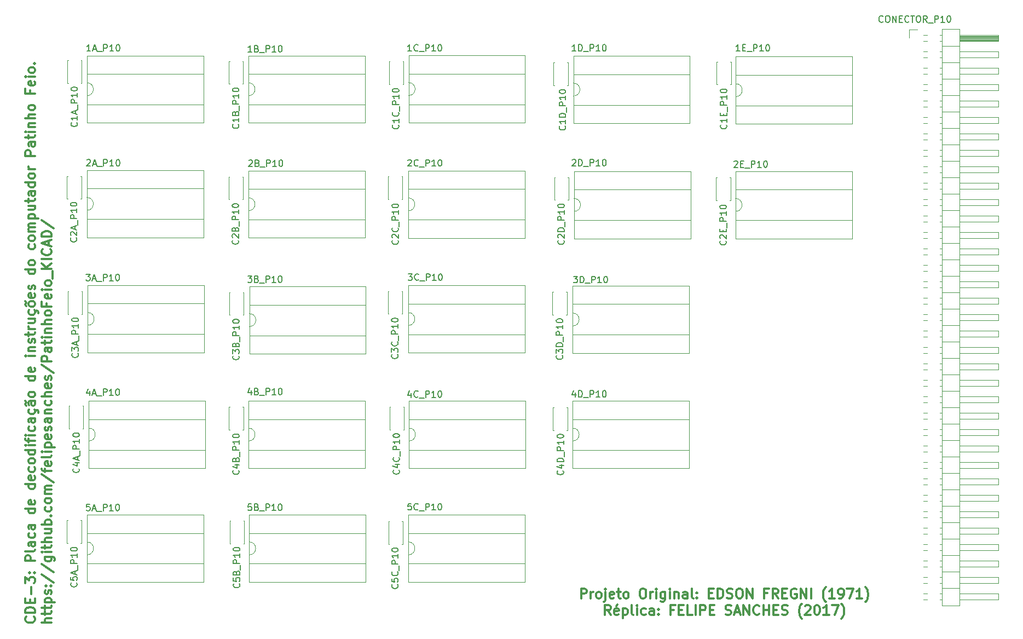
<source format=gbr>
G04 #@! TF.FileFunction,Legend,Top*
%FSLAX46Y46*%
G04 Gerber Fmt 4.6, Leading zero omitted, Abs format (unit mm)*
G04 Created by KiCad (PCBNEW (2016-09-07 BZR 7135, Git c8cf783)-product) date Sat Feb  4 03:26:47 2017*
%MOMM*%
%LPD*%
G01*
G04 APERTURE LIST*
%ADD10C,0.100000*%
%ADD11C,0.300000*%
%ADD12C,0.120000*%
%ADD13C,0.150000*%
G04 APERTURE END LIST*
D10*
D11*
X126135714Y-112903571D02*
X126135714Y-111403571D01*
X126707142Y-111403571D01*
X126849999Y-111475000D01*
X126921428Y-111546428D01*
X126992857Y-111689285D01*
X126992857Y-111903571D01*
X126921428Y-112046428D01*
X126849999Y-112117857D01*
X126707142Y-112189285D01*
X126135714Y-112189285D01*
X127635714Y-112903571D02*
X127635714Y-111903571D01*
X127635714Y-112189285D02*
X127707142Y-112046428D01*
X127778571Y-111975000D01*
X127921428Y-111903571D01*
X128064285Y-111903571D01*
X128778571Y-112903571D02*
X128635714Y-112832142D01*
X128564285Y-112760714D01*
X128492857Y-112617857D01*
X128492857Y-112189285D01*
X128564285Y-112046428D01*
X128635714Y-111975000D01*
X128778571Y-111903571D01*
X128992857Y-111903571D01*
X129135714Y-111975000D01*
X129207142Y-112046428D01*
X129278571Y-112189285D01*
X129278571Y-112617857D01*
X129207142Y-112760714D01*
X129135714Y-112832142D01*
X128992857Y-112903571D01*
X128778571Y-112903571D01*
X129921428Y-111903571D02*
X129921428Y-113189285D01*
X129849999Y-113332142D01*
X129707142Y-113403571D01*
X129635714Y-113403571D01*
X129921428Y-111403571D02*
X129849999Y-111475000D01*
X129921428Y-111546428D01*
X129992857Y-111475000D01*
X129921428Y-111403571D01*
X129921428Y-111546428D01*
X131207142Y-112832142D02*
X131064285Y-112903571D01*
X130778571Y-112903571D01*
X130635714Y-112832142D01*
X130564285Y-112689285D01*
X130564285Y-112117857D01*
X130635714Y-111975000D01*
X130778571Y-111903571D01*
X131064285Y-111903571D01*
X131207142Y-111975000D01*
X131278571Y-112117857D01*
X131278571Y-112260714D01*
X130564285Y-112403571D01*
X131707142Y-111903571D02*
X132278571Y-111903571D01*
X131921428Y-111403571D02*
X131921428Y-112689285D01*
X131992857Y-112832142D01*
X132135714Y-112903571D01*
X132278571Y-112903571D01*
X132992857Y-112903571D02*
X132849999Y-112832142D01*
X132778571Y-112760714D01*
X132707142Y-112617857D01*
X132707142Y-112189285D01*
X132778571Y-112046428D01*
X132849999Y-111975000D01*
X132992857Y-111903571D01*
X133207142Y-111903571D01*
X133349999Y-111975000D01*
X133421428Y-112046428D01*
X133492857Y-112189285D01*
X133492857Y-112617857D01*
X133421428Y-112760714D01*
X133349999Y-112832142D01*
X133207142Y-112903571D01*
X132992857Y-112903571D01*
X135564285Y-111403571D02*
X135850000Y-111403571D01*
X135992857Y-111475000D01*
X136135714Y-111617857D01*
X136207142Y-111903571D01*
X136207142Y-112403571D01*
X136135714Y-112689285D01*
X135992857Y-112832142D01*
X135850000Y-112903571D01*
X135564285Y-112903571D01*
X135421428Y-112832142D01*
X135278571Y-112689285D01*
X135207142Y-112403571D01*
X135207142Y-111903571D01*
X135278571Y-111617857D01*
X135421428Y-111475000D01*
X135564285Y-111403571D01*
X136850000Y-112903571D02*
X136850000Y-111903571D01*
X136850000Y-112189285D02*
X136921428Y-112046428D01*
X136992857Y-111975000D01*
X137135714Y-111903571D01*
X137278571Y-111903571D01*
X137778571Y-112903571D02*
X137778571Y-111903571D01*
X137778571Y-111403571D02*
X137707142Y-111475000D01*
X137778571Y-111546428D01*
X137850000Y-111475000D01*
X137778571Y-111403571D01*
X137778571Y-111546428D01*
X139135714Y-111903571D02*
X139135714Y-113117857D01*
X139064285Y-113260714D01*
X138992857Y-113332142D01*
X138850000Y-113403571D01*
X138635714Y-113403571D01*
X138492857Y-113332142D01*
X139135714Y-112832142D02*
X138992857Y-112903571D01*
X138707142Y-112903571D01*
X138564285Y-112832142D01*
X138492857Y-112760714D01*
X138421428Y-112617857D01*
X138421428Y-112189285D01*
X138492857Y-112046428D01*
X138564285Y-111975000D01*
X138707142Y-111903571D01*
X138992857Y-111903571D01*
X139135714Y-111975000D01*
X139850000Y-112903571D02*
X139850000Y-111903571D01*
X139850000Y-111403571D02*
X139778571Y-111475000D01*
X139850000Y-111546428D01*
X139921428Y-111475000D01*
X139850000Y-111403571D01*
X139850000Y-111546428D01*
X140564285Y-111903571D02*
X140564285Y-112903571D01*
X140564285Y-112046428D02*
X140635714Y-111975000D01*
X140778571Y-111903571D01*
X140992857Y-111903571D01*
X141135714Y-111975000D01*
X141207142Y-112117857D01*
X141207142Y-112903571D01*
X142564285Y-112903571D02*
X142564285Y-112117857D01*
X142492857Y-111975000D01*
X142350000Y-111903571D01*
X142064285Y-111903571D01*
X141921428Y-111975000D01*
X142564285Y-112832142D02*
X142421428Y-112903571D01*
X142064285Y-112903571D01*
X141921428Y-112832142D01*
X141850000Y-112689285D01*
X141850000Y-112546428D01*
X141921428Y-112403571D01*
X142064285Y-112332142D01*
X142421428Y-112332142D01*
X142564285Y-112260714D01*
X143492857Y-112903571D02*
X143350000Y-112832142D01*
X143278571Y-112689285D01*
X143278571Y-111403571D01*
X144064285Y-112760714D02*
X144135714Y-112832142D01*
X144064285Y-112903571D01*
X143992857Y-112832142D01*
X144064285Y-112760714D01*
X144064285Y-112903571D01*
X144064285Y-111975000D02*
X144135714Y-112046428D01*
X144064285Y-112117857D01*
X143992857Y-112046428D01*
X144064285Y-111975000D01*
X144064285Y-112117857D01*
X145921428Y-112117857D02*
X146421428Y-112117857D01*
X146635714Y-112903571D02*
X145921428Y-112903571D01*
X145921428Y-111403571D01*
X146635714Y-111403571D01*
X147278571Y-112903571D02*
X147278571Y-111403571D01*
X147635714Y-111403571D01*
X147850000Y-111475000D01*
X147992857Y-111617857D01*
X148064285Y-111760714D01*
X148135714Y-112046428D01*
X148135714Y-112260714D01*
X148064285Y-112546428D01*
X147992857Y-112689285D01*
X147850000Y-112832142D01*
X147635714Y-112903571D01*
X147278571Y-112903571D01*
X148707142Y-112832142D02*
X148921428Y-112903571D01*
X149278571Y-112903571D01*
X149421428Y-112832142D01*
X149492857Y-112760714D01*
X149564285Y-112617857D01*
X149564285Y-112475000D01*
X149492857Y-112332142D01*
X149421428Y-112260714D01*
X149278571Y-112189285D01*
X148992857Y-112117857D01*
X148850000Y-112046428D01*
X148778571Y-111975000D01*
X148707142Y-111832142D01*
X148707142Y-111689285D01*
X148778571Y-111546428D01*
X148850000Y-111475000D01*
X148992857Y-111403571D01*
X149350000Y-111403571D01*
X149564285Y-111475000D01*
X150492857Y-111403571D02*
X150778571Y-111403571D01*
X150921428Y-111475000D01*
X151064285Y-111617857D01*
X151135714Y-111903571D01*
X151135714Y-112403571D01*
X151064285Y-112689285D01*
X150921428Y-112832142D01*
X150778571Y-112903571D01*
X150492857Y-112903571D01*
X150350000Y-112832142D01*
X150207142Y-112689285D01*
X150135714Y-112403571D01*
X150135714Y-111903571D01*
X150207142Y-111617857D01*
X150350000Y-111475000D01*
X150492857Y-111403571D01*
X151778571Y-112903571D02*
X151778571Y-111403571D01*
X152635714Y-112903571D01*
X152635714Y-111403571D01*
X154992857Y-112117857D02*
X154492857Y-112117857D01*
X154492857Y-112903571D02*
X154492857Y-111403571D01*
X155207142Y-111403571D01*
X156635714Y-112903571D02*
X156135714Y-112189285D01*
X155778571Y-112903571D02*
X155778571Y-111403571D01*
X156350000Y-111403571D01*
X156492857Y-111475000D01*
X156564285Y-111546428D01*
X156635714Y-111689285D01*
X156635714Y-111903571D01*
X156564285Y-112046428D01*
X156492857Y-112117857D01*
X156350000Y-112189285D01*
X155778571Y-112189285D01*
X157278571Y-112117857D02*
X157778571Y-112117857D01*
X157992857Y-112903571D02*
X157278571Y-112903571D01*
X157278571Y-111403571D01*
X157992857Y-111403571D01*
X159421428Y-111475000D02*
X159278571Y-111403571D01*
X159064285Y-111403571D01*
X158850000Y-111475000D01*
X158707142Y-111617857D01*
X158635714Y-111760714D01*
X158564285Y-112046428D01*
X158564285Y-112260714D01*
X158635714Y-112546428D01*
X158707142Y-112689285D01*
X158850000Y-112832142D01*
X159064285Y-112903571D01*
X159207142Y-112903571D01*
X159421428Y-112832142D01*
X159492857Y-112760714D01*
X159492857Y-112260714D01*
X159207142Y-112260714D01*
X160135714Y-112903571D02*
X160135714Y-111403571D01*
X160992857Y-112903571D01*
X160992857Y-111403571D01*
X161707142Y-112903571D02*
X161707142Y-111403571D01*
X163992857Y-113475000D02*
X163921428Y-113403571D01*
X163778571Y-113189285D01*
X163707142Y-113046428D01*
X163635714Y-112832142D01*
X163564285Y-112475000D01*
X163564285Y-112189285D01*
X163635714Y-111832142D01*
X163707142Y-111617857D01*
X163778571Y-111475000D01*
X163921428Y-111260714D01*
X163992857Y-111189285D01*
X165350000Y-112903571D02*
X164492857Y-112903571D01*
X164921428Y-112903571D02*
X164921428Y-111403571D01*
X164778571Y-111617857D01*
X164635714Y-111760714D01*
X164492857Y-111832142D01*
X166064285Y-112903571D02*
X166350000Y-112903571D01*
X166492857Y-112832142D01*
X166564285Y-112760714D01*
X166707142Y-112546428D01*
X166778571Y-112260714D01*
X166778571Y-111689285D01*
X166707142Y-111546428D01*
X166635714Y-111475000D01*
X166492857Y-111403571D01*
X166207142Y-111403571D01*
X166064285Y-111475000D01*
X165992857Y-111546428D01*
X165921428Y-111689285D01*
X165921428Y-112046428D01*
X165992857Y-112189285D01*
X166064285Y-112260714D01*
X166207142Y-112332142D01*
X166492857Y-112332142D01*
X166635714Y-112260714D01*
X166707142Y-112189285D01*
X166778571Y-112046428D01*
X167278571Y-111403571D02*
X168278571Y-111403571D01*
X167635714Y-112903571D01*
X169635714Y-112903571D02*
X168778571Y-112903571D01*
X169207142Y-112903571D02*
X169207142Y-111403571D01*
X169064285Y-111617857D01*
X168921428Y-111760714D01*
X168778571Y-111832142D01*
X170135714Y-113475000D02*
X170207142Y-113403571D01*
X170349999Y-113189285D01*
X170421428Y-113046428D01*
X170492857Y-112832142D01*
X170564285Y-112475000D01*
X170564285Y-112189285D01*
X170492857Y-111832142D01*
X170421428Y-111617857D01*
X170349999Y-111475000D01*
X170207142Y-111260714D01*
X170135714Y-111189285D01*
X130707142Y-115453571D02*
X130207142Y-114739285D01*
X129849999Y-115453571D02*
X129849999Y-113953571D01*
X130421428Y-113953571D01*
X130564285Y-114025000D01*
X130635714Y-114096428D01*
X130707142Y-114239285D01*
X130707142Y-114453571D01*
X130635714Y-114596428D01*
X130564285Y-114667857D01*
X130421428Y-114739285D01*
X129849999Y-114739285D01*
X131921428Y-115382142D02*
X131778571Y-115453571D01*
X131492857Y-115453571D01*
X131349999Y-115382142D01*
X131278571Y-115239285D01*
X131278571Y-114667857D01*
X131349999Y-114525000D01*
X131492857Y-114453571D01*
X131778571Y-114453571D01*
X131921428Y-114525000D01*
X131992857Y-114667857D01*
X131992857Y-114810714D01*
X131278571Y-114953571D01*
X131778571Y-113882142D02*
X131564285Y-114096428D01*
X132635714Y-114453571D02*
X132635714Y-115953571D01*
X132635714Y-114525000D02*
X132778571Y-114453571D01*
X133064285Y-114453571D01*
X133207142Y-114525000D01*
X133278571Y-114596428D01*
X133349999Y-114739285D01*
X133349999Y-115167857D01*
X133278571Y-115310714D01*
X133207142Y-115382142D01*
X133064285Y-115453571D01*
X132778571Y-115453571D01*
X132635714Y-115382142D01*
X134207142Y-115453571D02*
X134064285Y-115382142D01*
X133992857Y-115239285D01*
X133992857Y-113953571D01*
X134778571Y-115453571D02*
X134778571Y-114453571D01*
X134778571Y-113953571D02*
X134707142Y-114025000D01*
X134778571Y-114096428D01*
X134850000Y-114025000D01*
X134778571Y-113953571D01*
X134778571Y-114096428D01*
X136135714Y-115382142D02*
X135992857Y-115453571D01*
X135707142Y-115453571D01*
X135564285Y-115382142D01*
X135492857Y-115310714D01*
X135421428Y-115167857D01*
X135421428Y-114739285D01*
X135492857Y-114596428D01*
X135564285Y-114525000D01*
X135707142Y-114453571D01*
X135992857Y-114453571D01*
X136135714Y-114525000D01*
X137421428Y-115453571D02*
X137421428Y-114667857D01*
X137350000Y-114525000D01*
X137207142Y-114453571D01*
X136921428Y-114453571D01*
X136778571Y-114525000D01*
X137421428Y-115382142D02*
X137278571Y-115453571D01*
X136921428Y-115453571D01*
X136778571Y-115382142D01*
X136707142Y-115239285D01*
X136707142Y-115096428D01*
X136778571Y-114953571D01*
X136921428Y-114882142D01*
X137278571Y-114882142D01*
X137421428Y-114810714D01*
X138135714Y-115310714D02*
X138207142Y-115382142D01*
X138135714Y-115453571D01*
X138064285Y-115382142D01*
X138135714Y-115310714D01*
X138135714Y-115453571D01*
X138135714Y-114525000D02*
X138207142Y-114596428D01*
X138135714Y-114667857D01*
X138064285Y-114596428D01*
X138135714Y-114525000D01*
X138135714Y-114667857D01*
X140492857Y-114667857D02*
X139992857Y-114667857D01*
X139992857Y-115453571D02*
X139992857Y-113953571D01*
X140707142Y-113953571D01*
X141278571Y-114667857D02*
X141778571Y-114667857D01*
X141992857Y-115453571D02*
X141278571Y-115453571D01*
X141278571Y-113953571D01*
X141992857Y-113953571D01*
X143350000Y-115453571D02*
X142635714Y-115453571D01*
X142635714Y-113953571D01*
X143850000Y-115453571D02*
X143850000Y-113953571D01*
X144564285Y-115453571D02*
X144564285Y-113953571D01*
X145135714Y-113953571D01*
X145278571Y-114025000D01*
X145350000Y-114096428D01*
X145421428Y-114239285D01*
X145421428Y-114453571D01*
X145350000Y-114596428D01*
X145278571Y-114667857D01*
X145135714Y-114739285D01*
X144564285Y-114739285D01*
X146064285Y-114667857D02*
X146564285Y-114667857D01*
X146778571Y-115453571D02*
X146064285Y-115453571D01*
X146064285Y-113953571D01*
X146778571Y-113953571D01*
X148492857Y-115382142D02*
X148707142Y-115453571D01*
X149064285Y-115453571D01*
X149207142Y-115382142D01*
X149278571Y-115310714D01*
X149350000Y-115167857D01*
X149350000Y-115025000D01*
X149278571Y-114882142D01*
X149207142Y-114810714D01*
X149064285Y-114739285D01*
X148778571Y-114667857D01*
X148635714Y-114596428D01*
X148564285Y-114525000D01*
X148492857Y-114382142D01*
X148492857Y-114239285D01*
X148564285Y-114096428D01*
X148635714Y-114025000D01*
X148778571Y-113953571D01*
X149135714Y-113953571D01*
X149350000Y-114025000D01*
X149921428Y-115025000D02*
X150635714Y-115025000D01*
X149778571Y-115453571D02*
X150278571Y-113953571D01*
X150778571Y-115453571D01*
X151278571Y-115453571D02*
X151278571Y-113953571D01*
X152135714Y-115453571D01*
X152135714Y-113953571D01*
X153707142Y-115310714D02*
X153635714Y-115382142D01*
X153421428Y-115453571D01*
X153278571Y-115453571D01*
X153064285Y-115382142D01*
X152921428Y-115239285D01*
X152850000Y-115096428D01*
X152778571Y-114810714D01*
X152778571Y-114596428D01*
X152850000Y-114310714D01*
X152921428Y-114167857D01*
X153064285Y-114025000D01*
X153278571Y-113953571D01*
X153421428Y-113953571D01*
X153635714Y-114025000D01*
X153707142Y-114096428D01*
X154350000Y-115453571D02*
X154350000Y-113953571D01*
X154350000Y-114667857D02*
X155207142Y-114667857D01*
X155207142Y-115453571D02*
X155207142Y-113953571D01*
X155921428Y-114667857D02*
X156421428Y-114667857D01*
X156635714Y-115453571D02*
X155921428Y-115453571D01*
X155921428Y-113953571D01*
X156635714Y-113953571D01*
X157207142Y-115382142D02*
X157421428Y-115453571D01*
X157778571Y-115453571D01*
X157921428Y-115382142D01*
X157992857Y-115310714D01*
X158064285Y-115167857D01*
X158064285Y-115025000D01*
X157992857Y-114882142D01*
X157921428Y-114810714D01*
X157778571Y-114739285D01*
X157492857Y-114667857D01*
X157350000Y-114596428D01*
X157278571Y-114525000D01*
X157207142Y-114382142D01*
X157207142Y-114239285D01*
X157278571Y-114096428D01*
X157350000Y-114025000D01*
X157492857Y-113953571D01*
X157850000Y-113953571D01*
X158064285Y-114025000D01*
X160278571Y-116025000D02*
X160207142Y-115953571D01*
X160064285Y-115739285D01*
X159992857Y-115596428D01*
X159921428Y-115382142D01*
X159850000Y-115025000D01*
X159850000Y-114739285D01*
X159921428Y-114382142D01*
X159992857Y-114167857D01*
X160064285Y-114025000D01*
X160207142Y-113810714D01*
X160278571Y-113739285D01*
X160778571Y-114096428D02*
X160850000Y-114025000D01*
X160992857Y-113953571D01*
X161350000Y-113953571D01*
X161492857Y-114025000D01*
X161564285Y-114096428D01*
X161635714Y-114239285D01*
X161635714Y-114382142D01*
X161564285Y-114596428D01*
X160707142Y-115453571D01*
X161635714Y-115453571D01*
X162564285Y-113953571D02*
X162707142Y-113953571D01*
X162850000Y-114025000D01*
X162921428Y-114096428D01*
X162992857Y-114239285D01*
X163064285Y-114525000D01*
X163064285Y-114882142D01*
X162992857Y-115167857D01*
X162921428Y-115310714D01*
X162850000Y-115382142D01*
X162707142Y-115453571D01*
X162564285Y-115453571D01*
X162421428Y-115382142D01*
X162350000Y-115310714D01*
X162278571Y-115167857D01*
X162207142Y-114882142D01*
X162207142Y-114525000D01*
X162278571Y-114239285D01*
X162350000Y-114096428D01*
X162421428Y-114025000D01*
X162564285Y-113953571D01*
X164492857Y-115453571D02*
X163635714Y-115453571D01*
X164064285Y-115453571D02*
X164064285Y-113953571D01*
X163921428Y-114167857D01*
X163778571Y-114310714D01*
X163635714Y-114382142D01*
X164992857Y-113953571D02*
X165992857Y-113953571D01*
X165350000Y-115453571D01*
X166421428Y-116025000D02*
X166492857Y-115953571D01*
X166635714Y-115739285D01*
X166707142Y-115596428D01*
X166778571Y-115382142D01*
X166850000Y-115025000D01*
X166850000Y-114739285D01*
X166778571Y-114382142D01*
X166707142Y-114167857D01*
X166635714Y-114025000D01*
X166492857Y-113810714D01*
X166421428Y-113739285D01*
X41535714Y-115765714D02*
X41607142Y-115837142D01*
X41678571Y-116051428D01*
X41678571Y-116194285D01*
X41607142Y-116408571D01*
X41464285Y-116551428D01*
X41321428Y-116622857D01*
X41035714Y-116694285D01*
X40821428Y-116694285D01*
X40535714Y-116622857D01*
X40392857Y-116551428D01*
X40250000Y-116408571D01*
X40178571Y-116194285D01*
X40178571Y-116051428D01*
X40250000Y-115837142D01*
X40321428Y-115765714D01*
X41678571Y-115122857D02*
X40178571Y-115122857D01*
X40178571Y-114765714D01*
X40250000Y-114551428D01*
X40392857Y-114408571D01*
X40535714Y-114337142D01*
X40821428Y-114265714D01*
X41035714Y-114265714D01*
X41321428Y-114337142D01*
X41464285Y-114408571D01*
X41607142Y-114551428D01*
X41678571Y-114765714D01*
X41678571Y-115122857D01*
X40892857Y-113622857D02*
X40892857Y-113122857D01*
X41678571Y-112908571D02*
X41678571Y-113622857D01*
X40178571Y-113622857D01*
X40178571Y-112908571D01*
X41107142Y-112265714D02*
X41107142Y-111122857D01*
X40178571Y-110551428D02*
X40178571Y-109622857D01*
X40750000Y-110122857D01*
X40750000Y-109908571D01*
X40821428Y-109765714D01*
X40892857Y-109694285D01*
X41035714Y-109622857D01*
X41392857Y-109622857D01*
X41535714Y-109694285D01*
X41607142Y-109765714D01*
X41678571Y-109908571D01*
X41678571Y-110337142D01*
X41607142Y-110480000D01*
X41535714Y-110551428D01*
X41535714Y-108980000D02*
X41607142Y-108908571D01*
X41678571Y-108980000D01*
X41607142Y-109051428D01*
X41535714Y-108980000D01*
X41678571Y-108980000D01*
X40750000Y-108980000D02*
X40821428Y-108908571D01*
X40892857Y-108980000D01*
X40821428Y-109051428D01*
X40750000Y-108980000D01*
X40892857Y-108980000D01*
X41678571Y-107122857D02*
X40178571Y-107122857D01*
X40178571Y-106551428D01*
X40250000Y-106408571D01*
X40321428Y-106337142D01*
X40464285Y-106265714D01*
X40678571Y-106265714D01*
X40821428Y-106337142D01*
X40892857Y-106408571D01*
X40964285Y-106551428D01*
X40964285Y-107122857D01*
X41678571Y-105408571D02*
X41607142Y-105551428D01*
X41464285Y-105622857D01*
X40178571Y-105622857D01*
X41678571Y-104194285D02*
X40892857Y-104194285D01*
X40750000Y-104265714D01*
X40678571Y-104408571D01*
X40678571Y-104694285D01*
X40750000Y-104837142D01*
X41607142Y-104194285D02*
X41678571Y-104337142D01*
X41678571Y-104694285D01*
X41607142Y-104837142D01*
X41464285Y-104908571D01*
X41321428Y-104908571D01*
X41178571Y-104837142D01*
X41107142Y-104694285D01*
X41107142Y-104337142D01*
X41035714Y-104194285D01*
X41607142Y-102837142D02*
X41678571Y-102980000D01*
X41678571Y-103265714D01*
X41607142Y-103408571D01*
X41535714Y-103480000D01*
X41392857Y-103551428D01*
X40964285Y-103551428D01*
X40821428Y-103480000D01*
X40750000Y-103408571D01*
X40678571Y-103265714D01*
X40678571Y-102980000D01*
X40750000Y-102837142D01*
X41678571Y-101551428D02*
X40892857Y-101551428D01*
X40750000Y-101622857D01*
X40678571Y-101765714D01*
X40678571Y-102051428D01*
X40750000Y-102194285D01*
X41607142Y-101551428D02*
X41678571Y-101694285D01*
X41678571Y-102051428D01*
X41607142Y-102194285D01*
X41464285Y-102265714D01*
X41321428Y-102265714D01*
X41178571Y-102194285D01*
X41107142Y-102051428D01*
X41107142Y-101694285D01*
X41035714Y-101551428D01*
X41678571Y-99051428D02*
X40178571Y-99051428D01*
X41607142Y-99051428D02*
X41678571Y-99194285D01*
X41678571Y-99480000D01*
X41607142Y-99622857D01*
X41535714Y-99694285D01*
X41392857Y-99765714D01*
X40964285Y-99765714D01*
X40821428Y-99694285D01*
X40750000Y-99622857D01*
X40678571Y-99480000D01*
X40678571Y-99194285D01*
X40750000Y-99051428D01*
X41607142Y-97765714D02*
X41678571Y-97908571D01*
X41678571Y-98194285D01*
X41607142Y-98337142D01*
X41464285Y-98408571D01*
X40892857Y-98408571D01*
X40750000Y-98337142D01*
X40678571Y-98194285D01*
X40678571Y-97908571D01*
X40750000Y-97765714D01*
X40892857Y-97694285D01*
X41035714Y-97694285D01*
X41178571Y-98408571D01*
X41678571Y-95265714D02*
X40178571Y-95265714D01*
X41607142Y-95265714D02*
X41678571Y-95408571D01*
X41678571Y-95694285D01*
X41607142Y-95837142D01*
X41535714Y-95908571D01*
X41392857Y-95980000D01*
X40964285Y-95980000D01*
X40821428Y-95908571D01*
X40750000Y-95837142D01*
X40678571Y-95694285D01*
X40678571Y-95408571D01*
X40750000Y-95265714D01*
X41607142Y-93980000D02*
X41678571Y-94122857D01*
X41678571Y-94408571D01*
X41607142Y-94551428D01*
X41464285Y-94622857D01*
X40892857Y-94622857D01*
X40750000Y-94551428D01*
X40678571Y-94408571D01*
X40678571Y-94122857D01*
X40750000Y-93980000D01*
X40892857Y-93908571D01*
X41035714Y-93908571D01*
X41178571Y-94622857D01*
X41607142Y-92622857D02*
X41678571Y-92765714D01*
X41678571Y-93051428D01*
X41607142Y-93194285D01*
X41535714Y-93265714D01*
X41392857Y-93337142D01*
X40964285Y-93337142D01*
X40821428Y-93265714D01*
X40750000Y-93194285D01*
X40678571Y-93051428D01*
X40678571Y-92765714D01*
X40750000Y-92622857D01*
X41678571Y-91765714D02*
X41607142Y-91908571D01*
X41535714Y-91980000D01*
X41392857Y-92051428D01*
X40964285Y-92051428D01*
X40821428Y-91980000D01*
X40750000Y-91908571D01*
X40678571Y-91765714D01*
X40678571Y-91551428D01*
X40750000Y-91408571D01*
X40821428Y-91337142D01*
X40964285Y-91265714D01*
X41392857Y-91265714D01*
X41535714Y-91337142D01*
X41607142Y-91408571D01*
X41678571Y-91551428D01*
X41678571Y-91765714D01*
X41678571Y-89980000D02*
X40178571Y-89980000D01*
X41607142Y-89980000D02*
X41678571Y-90122857D01*
X41678571Y-90408571D01*
X41607142Y-90551428D01*
X41535714Y-90622857D01*
X41392857Y-90694285D01*
X40964285Y-90694285D01*
X40821428Y-90622857D01*
X40750000Y-90551428D01*
X40678571Y-90408571D01*
X40678571Y-90122857D01*
X40750000Y-89980000D01*
X41678571Y-89265714D02*
X40678571Y-89265714D01*
X40178571Y-89265714D02*
X40250000Y-89337142D01*
X40321428Y-89265714D01*
X40250000Y-89194285D01*
X40178571Y-89265714D01*
X40321428Y-89265714D01*
X40678571Y-88765714D02*
X40678571Y-88194285D01*
X41678571Y-88551428D02*
X40392857Y-88551428D01*
X40250000Y-88480000D01*
X40178571Y-88337142D01*
X40178571Y-88194285D01*
X41678571Y-87694285D02*
X40678571Y-87694285D01*
X40178571Y-87694285D02*
X40250000Y-87765714D01*
X40321428Y-87694285D01*
X40250000Y-87622857D01*
X40178571Y-87694285D01*
X40321428Y-87694285D01*
X41607142Y-86337142D02*
X41678571Y-86480000D01*
X41678571Y-86765714D01*
X41607142Y-86908571D01*
X41535714Y-86980000D01*
X41392857Y-87051428D01*
X40964285Y-87051428D01*
X40821428Y-86980000D01*
X40750000Y-86908571D01*
X40678571Y-86765714D01*
X40678571Y-86480000D01*
X40750000Y-86337142D01*
X41678571Y-85051428D02*
X40892857Y-85051428D01*
X40750000Y-85122857D01*
X40678571Y-85265714D01*
X40678571Y-85551428D01*
X40750000Y-85694285D01*
X41607142Y-85051428D02*
X41678571Y-85194285D01*
X41678571Y-85551428D01*
X41607142Y-85694285D01*
X41464285Y-85765714D01*
X41321428Y-85765714D01*
X41178571Y-85694285D01*
X41107142Y-85551428D01*
X41107142Y-85194285D01*
X41035714Y-85051428D01*
X41607142Y-83694285D02*
X41678571Y-83837142D01*
X41678571Y-84122857D01*
X41607142Y-84265714D01*
X41535714Y-84337142D01*
X41392857Y-84408571D01*
X40964285Y-84408571D01*
X40821428Y-84337142D01*
X40750000Y-84265714D01*
X40678571Y-84122857D01*
X40678571Y-83837142D01*
X40750000Y-83694285D01*
X41750000Y-83980000D02*
X41821428Y-83837142D01*
X41964285Y-83765714D01*
X42107142Y-83837142D01*
X42178571Y-83980000D01*
X42178571Y-84194285D01*
X41678571Y-82408571D02*
X40892857Y-82408571D01*
X40750000Y-82480000D01*
X40678571Y-82622857D01*
X40678571Y-82908571D01*
X40750000Y-83051428D01*
X41607142Y-82408571D02*
X41678571Y-82551428D01*
X41678571Y-82908571D01*
X41607142Y-83051428D01*
X41464285Y-83122857D01*
X41321428Y-83122857D01*
X41178571Y-83051428D01*
X41107142Y-82908571D01*
X41107142Y-82551428D01*
X41035714Y-82408571D01*
X40321428Y-83122857D02*
X40250000Y-83051428D01*
X40178571Y-82908571D01*
X40321428Y-82622857D01*
X40250000Y-82480000D01*
X40178571Y-82408571D01*
X41678571Y-81480000D02*
X41607142Y-81622857D01*
X41535714Y-81694285D01*
X41392857Y-81765714D01*
X40964285Y-81765714D01*
X40821428Y-81694285D01*
X40750000Y-81622857D01*
X40678571Y-81480000D01*
X40678571Y-81265714D01*
X40750000Y-81122857D01*
X40821428Y-81051428D01*
X40964285Y-80980000D01*
X41392857Y-80980000D01*
X41535714Y-81051428D01*
X41607142Y-81122857D01*
X41678571Y-81265714D01*
X41678571Y-81480000D01*
X41678571Y-78551428D02*
X40178571Y-78551428D01*
X41607142Y-78551428D02*
X41678571Y-78694285D01*
X41678571Y-78980000D01*
X41607142Y-79122857D01*
X41535714Y-79194285D01*
X41392857Y-79265714D01*
X40964285Y-79265714D01*
X40821428Y-79194285D01*
X40750000Y-79122857D01*
X40678571Y-78980000D01*
X40678571Y-78694285D01*
X40750000Y-78551428D01*
X41607142Y-77265714D02*
X41678571Y-77408571D01*
X41678571Y-77694285D01*
X41607142Y-77837142D01*
X41464285Y-77908571D01*
X40892857Y-77908571D01*
X40750000Y-77837142D01*
X40678571Y-77694285D01*
X40678571Y-77408571D01*
X40750000Y-77265714D01*
X40892857Y-77194285D01*
X41035714Y-77194285D01*
X41178571Y-77908571D01*
X41678571Y-75408571D02*
X40678571Y-75408571D01*
X40178571Y-75408571D02*
X40250000Y-75480000D01*
X40321428Y-75408571D01*
X40250000Y-75337142D01*
X40178571Y-75408571D01*
X40321428Y-75408571D01*
X40678571Y-74694285D02*
X41678571Y-74694285D01*
X40821428Y-74694285D02*
X40750000Y-74622857D01*
X40678571Y-74480000D01*
X40678571Y-74265714D01*
X40750000Y-74122857D01*
X40892857Y-74051428D01*
X41678571Y-74051428D01*
X41607142Y-73408571D02*
X41678571Y-73265714D01*
X41678571Y-72980000D01*
X41607142Y-72837142D01*
X41464285Y-72765714D01*
X41392857Y-72765714D01*
X41250000Y-72837142D01*
X41178571Y-72980000D01*
X41178571Y-73194285D01*
X41107142Y-73337142D01*
X40964285Y-73408571D01*
X40892857Y-73408571D01*
X40750000Y-73337142D01*
X40678571Y-73194285D01*
X40678571Y-72980000D01*
X40750000Y-72837142D01*
X40678571Y-72337142D02*
X40678571Y-71765714D01*
X40178571Y-72122857D02*
X41464285Y-72122857D01*
X41607142Y-72051428D01*
X41678571Y-71908571D01*
X41678571Y-71765714D01*
X41678571Y-71265714D02*
X40678571Y-71265714D01*
X40964285Y-71265714D02*
X40821428Y-71194285D01*
X40750000Y-71122857D01*
X40678571Y-70980000D01*
X40678571Y-70837142D01*
X40678571Y-69694285D02*
X41678571Y-69694285D01*
X40678571Y-70337142D02*
X41464285Y-70337142D01*
X41607142Y-70265714D01*
X41678571Y-70122857D01*
X41678571Y-69908571D01*
X41607142Y-69765714D01*
X41535714Y-69694285D01*
X41607142Y-68337142D02*
X41678571Y-68480000D01*
X41678571Y-68765714D01*
X41607142Y-68908571D01*
X41535714Y-68980000D01*
X41392857Y-69051428D01*
X40964285Y-69051428D01*
X40821428Y-68980000D01*
X40750000Y-68908571D01*
X40678571Y-68765714D01*
X40678571Y-68480000D01*
X40750000Y-68337142D01*
X41750000Y-68622857D02*
X41821428Y-68480000D01*
X41964285Y-68408571D01*
X42107142Y-68480000D01*
X42178571Y-68622857D01*
X42178571Y-68837142D01*
X41678571Y-67480000D02*
X41607142Y-67622857D01*
X41535714Y-67694285D01*
X41392857Y-67765714D01*
X40964285Y-67765714D01*
X40821428Y-67694285D01*
X40750000Y-67622857D01*
X40678571Y-67480000D01*
X40678571Y-67265714D01*
X40750000Y-67122857D01*
X40821428Y-67051428D01*
X40964285Y-66980000D01*
X41392857Y-66980000D01*
X41535714Y-67051428D01*
X41607142Y-67122857D01*
X41678571Y-67265714D01*
X41678571Y-67480000D01*
X40321428Y-67694285D02*
X40250000Y-67622857D01*
X40178571Y-67480000D01*
X40321428Y-67194285D01*
X40250000Y-67051428D01*
X40178571Y-66980000D01*
X41607142Y-65765714D02*
X41678571Y-65908571D01*
X41678571Y-66194285D01*
X41607142Y-66337142D01*
X41464285Y-66408571D01*
X40892857Y-66408571D01*
X40750000Y-66337142D01*
X40678571Y-66194285D01*
X40678571Y-65908571D01*
X40750000Y-65765714D01*
X40892857Y-65694285D01*
X41035714Y-65694285D01*
X41178571Y-66408571D01*
X41607142Y-65122857D02*
X41678571Y-64980000D01*
X41678571Y-64694285D01*
X41607142Y-64551428D01*
X41464285Y-64480000D01*
X41392857Y-64480000D01*
X41250000Y-64551428D01*
X41178571Y-64694285D01*
X41178571Y-64908571D01*
X41107142Y-65051428D01*
X40964285Y-65122857D01*
X40892857Y-65122857D01*
X40750000Y-65051428D01*
X40678571Y-64908571D01*
X40678571Y-64694285D01*
X40750000Y-64551428D01*
X41678571Y-62051428D02*
X40178571Y-62051428D01*
X41607142Y-62051428D02*
X41678571Y-62194285D01*
X41678571Y-62480000D01*
X41607142Y-62622857D01*
X41535714Y-62694285D01*
X41392857Y-62765714D01*
X40964285Y-62765714D01*
X40821428Y-62694285D01*
X40750000Y-62622857D01*
X40678571Y-62480000D01*
X40678571Y-62194285D01*
X40750000Y-62051428D01*
X41678571Y-61122857D02*
X41607142Y-61265714D01*
X41535714Y-61337142D01*
X41392857Y-61408571D01*
X40964285Y-61408571D01*
X40821428Y-61337142D01*
X40750000Y-61265714D01*
X40678571Y-61122857D01*
X40678571Y-60908571D01*
X40750000Y-60765714D01*
X40821428Y-60694285D01*
X40964285Y-60622857D01*
X41392857Y-60622857D01*
X41535714Y-60694285D01*
X41607142Y-60765714D01*
X41678571Y-60908571D01*
X41678571Y-61122857D01*
X41607142Y-58194285D02*
X41678571Y-58337142D01*
X41678571Y-58622857D01*
X41607142Y-58765714D01*
X41535714Y-58837142D01*
X41392857Y-58908571D01*
X40964285Y-58908571D01*
X40821428Y-58837142D01*
X40750000Y-58765714D01*
X40678571Y-58622857D01*
X40678571Y-58337142D01*
X40750000Y-58194285D01*
X41678571Y-57337142D02*
X41607142Y-57480000D01*
X41535714Y-57551428D01*
X41392857Y-57622857D01*
X40964285Y-57622857D01*
X40821428Y-57551428D01*
X40750000Y-57480000D01*
X40678571Y-57337142D01*
X40678571Y-57122857D01*
X40750000Y-56980000D01*
X40821428Y-56908571D01*
X40964285Y-56837142D01*
X41392857Y-56837142D01*
X41535714Y-56908571D01*
X41607142Y-56980000D01*
X41678571Y-57122857D01*
X41678571Y-57337142D01*
X41678571Y-56194285D02*
X40678571Y-56194285D01*
X40821428Y-56194285D02*
X40750000Y-56122857D01*
X40678571Y-55980000D01*
X40678571Y-55765714D01*
X40750000Y-55622857D01*
X40892857Y-55551428D01*
X41678571Y-55551428D01*
X40892857Y-55551428D02*
X40750000Y-55480000D01*
X40678571Y-55337142D01*
X40678571Y-55122857D01*
X40750000Y-54980000D01*
X40892857Y-54908571D01*
X41678571Y-54908571D01*
X40678571Y-54194285D02*
X42178571Y-54194285D01*
X40750000Y-54194285D02*
X40678571Y-54051428D01*
X40678571Y-53765714D01*
X40750000Y-53622857D01*
X40821428Y-53551428D01*
X40964285Y-53480000D01*
X41392857Y-53480000D01*
X41535714Y-53551428D01*
X41607142Y-53622857D01*
X41678571Y-53765714D01*
X41678571Y-54051428D01*
X41607142Y-54194285D01*
X40678571Y-52194285D02*
X41678571Y-52194285D01*
X40678571Y-52837142D02*
X41464285Y-52837142D01*
X41607142Y-52765714D01*
X41678571Y-52622857D01*
X41678571Y-52408571D01*
X41607142Y-52265714D01*
X41535714Y-52194285D01*
X40678571Y-51694285D02*
X40678571Y-51122857D01*
X40178571Y-51480000D02*
X41464285Y-51480000D01*
X41607142Y-51408571D01*
X41678571Y-51265714D01*
X41678571Y-51122857D01*
X41678571Y-49980000D02*
X40892857Y-49980000D01*
X40750000Y-50051428D01*
X40678571Y-50194285D01*
X40678571Y-50480000D01*
X40750000Y-50622857D01*
X41607142Y-49980000D02*
X41678571Y-50122857D01*
X41678571Y-50480000D01*
X41607142Y-50622857D01*
X41464285Y-50694285D01*
X41321428Y-50694285D01*
X41178571Y-50622857D01*
X41107142Y-50480000D01*
X41107142Y-50122857D01*
X41035714Y-49980000D01*
X41678571Y-48622857D02*
X40178571Y-48622857D01*
X41607142Y-48622857D02*
X41678571Y-48765714D01*
X41678571Y-49051428D01*
X41607142Y-49194285D01*
X41535714Y-49265714D01*
X41392857Y-49337142D01*
X40964285Y-49337142D01*
X40821428Y-49265714D01*
X40750000Y-49194285D01*
X40678571Y-49051428D01*
X40678571Y-48765714D01*
X40750000Y-48622857D01*
X41678571Y-47694285D02*
X41607142Y-47837142D01*
X41535714Y-47908571D01*
X41392857Y-47980000D01*
X40964285Y-47980000D01*
X40821428Y-47908571D01*
X40750000Y-47837142D01*
X40678571Y-47694285D01*
X40678571Y-47480000D01*
X40750000Y-47337142D01*
X40821428Y-47265714D01*
X40964285Y-47194285D01*
X41392857Y-47194285D01*
X41535714Y-47265714D01*
X41607142Y-47337142D01*
X41678571Y-47480000D01*
X41678571Y-47694285D01*
X41678571Y-46551428D02*
X40678571Y-46551428D01*
X40964285Y-46551428D02*
X40821428Y-46480000D01*
X40750000Y-46408571D01*
X40678571Y-46265714D01*
X40678571Y-46122857D01*
X41678571Y-44480000D02*
X40178571Y-44480000D01*
X40178571Y-43908571D01*
X40250000Y-43765714D01*
X40321428Y-43694285D01*
X40464285Y-43622857D01*
X40678571Y-43622857D01*
X40821428Y-43694285D01*
X40892857Y-43765714D01*
X40964285Y-43908571D01*
X40964285Y-44480000D01*
X41678571Y-42337142D02*
X40892857Y-42337142D01*
X40750000Y-42408571D01*
X40678571Y-42551428D01*
X40678571Y-42837142D01*
X40750000Y-42980000D01*
X41607142Y-42337142D02*
X41678571Y-42480000D01*
X41678571Y-42837142D01*
X41607142Y-42980000D01*
X41464285Y-43051428D01*
X41321428Y-43051428D01*
X41178571Y-42980000D01*
X41107142Y-42837142D01*
X41107142Y-42480000D01*
X41035714Y-42337142D01*
X40678571Y-41837142D02*
X40678571Y-41265714D01*
X40178571Y-41622857D02*
X41464285Y-41622857D01*
X41607142Y-41551428D01*
X41678571Y-41408571D01*
X41678571Y-41265714D01*
X41678571Y-40765714D02*
X40678571Y-40765714D01*
X40178571Y-40765714D02*
X40250000Y-40837142D01*
X40321428Y-40765714D01*
X40250000Y-40694285D01*
X40178571Y-40765714D01*
X40321428Y-40765714D01*
X40678571Y-40051428D02*
X41678571Y-40051428D01*
X40821428Y-40051428D02*
X40750000Y-39980000D01*
X40678571Y-39837142D01*
X40678571Y-39622857D01*
X40750000Y-39480000D01*
X40892857Y-39408571D01*
X41678571Y-39408571D01*
X41678571Y-38694285D02*
X40178571Y-38694285D01*
X41678571Y-38051428D02*
X40892857Y-38051428D01*
X40750000Y-38122857D01*
X40678571Y-38265714D01*
X40678571Y-38480000D01*
X40750000Y-38622857D01*
X40821428Y-38694285D01*
X41678571Y-37122857D02*
X41607142Y-37265714D01*
X41535714Y-37337142D01*
X41392857Y-37408571D01*
X40964285Y-37408571D01*
X40821428Y-37337142D01*
X40750000Y-37265714D01*
X40678571Y-37122857D01*
X40678571Y-36908571D01*
X40750000Y-36765714D01*
X40821428Y-36694285D01*
X40964285Y-36622857D01*
X41392857Y-36622857D01*
X41535714Y-36694285D01*
X41607142Y-36765714D01*
X41678571Y-36908571D01*
X41678571Y-37122857D01*
X40892857Y-34337142D02*
X40892857Y-34837142D01*
X41678571Y-34837142D02*
X40178571Y-34837142D01*
X40178571Y-34122857D01*
X41607142Y-32980000D02*
X41678571Y-33122857D01*
X41678571Y-33408571D01*
X41607142Y-33551428D01*
X41464285Y-33622857D01*
X40892857Y-33622857D01*
X40750000Y-33551428D01*
X40678571Y-33408571D01*
X40678571Y-33122857D01*
X40750000Y-32980000D01*
X40892857Y-32908571D01*
X41035714Y-32908571D01*
X41178571Y-33622857D01*
X41678571Y-32265714D02*
X40678571Y-32265714D01*
X40178571Y-32265714D02*
X40250000Y-32337142D01*
X40321428Y-32265714D01*
X40250000Y-32194285D01*
X40178571Y-32265714D01*
X40321428Y-32265714D01*
X41678571Y-31337142D02*
X41607142Y-31480000D01*
X41535714Y-31551428D01*
X41392857Y-31622857D01*
X40964285Y-31622857D01*
X40821428Y-31551428D01*
X40750000Y-31480000D01*
X40678571Y-31337142D01*
X40678571Y-31122857D01*
X40750000Y-30980000D01*
X40821428Y-30908571D01*
X40964285Y-30837142D01*
X41392857Y-30837142D01*
X41535714Y-30908571D01*
X41607142Y-30980000D01*
X41678571Y-31122857D01*
X41678571Y-31337142D01*
X41535714Y-30194285D02*
X41607142Y-30122857D01*
X41678571Y-30194285D01*
X41607142Y-30265714D01*
X41535714Y-30194285D01*
X41678571Y-30194285D01*
X44228571Y-116622857D02*
X42728571Y-116622857D01*
X44228571Y-115980000D02*
X43442857Y-115980000D01*
X43300000Y-116051428D01*
X43228571Y-116194285D01*
X43228571Y-116408571D01*
X43300000Y-116551428D01*
X43371428Y-116622857D01*
X43228571Y-115480000D02*
X43228571Y-114908571D01*
X42728571Y-115265714D02*
X44014285Y-115265714D01*
X44157142Y-115194285D01*
X44228571Y-115051428D01*
X44228571Y-114908571D01*
X43228571Y-114622857D02*
X43228571Y-114051428D01*
X42728571Y-114408571D02*
X44014285Y-114408571D01*
X44157142Y-114337142D01*
X44228571Y-114194285D01*
X44228571Y-114051428D01*
X43228571Y-113551428D02*
X44728571Y-113551428D01*
X43300000Y-113551428D02*
X43228571Y-113408571D01*
X43228571Y-113122857D01*
X43300000Y-112980000D01*
X43371428Y-112908571D01*
X43514285Y-112837142D01*
X43942857Y-112837142D01*
X44085714Y-112908571D01*
X44157142Y-112980000D01*
X44228571Y-113122857D01*
X44228571Y-113408571D01*
X44157142Y-113551428D01*
X44157142Y-112265714D02*
X44228571Y-112122857D01*
X44228571Y-111837142D01*
X44157142Y-111694285D01*
X44014285Y-111622857D01*
X43942857Y-111622857D01*
X43800000Y-111694285D01*
X43728571Y-111837142D01*
X43728571Y-112051428D01*
X43657142Y-112194285D01*
X43514285Y-112265714D01*
X43442857Y-112265714D01*
X43300000Y-112194285D01*
X43228571Y-112051428D01*
X43228571Y-111837142D01*
X43300000Y-111694285D01*
X44085714Y-110980000D02*
X44157142Y-110908571D01*
X44228571Y-110980000D01*
X44157142Y-111051428D01*
X44085714Y-110980000D01*
X44228571Y-110980000D01*
X43300000Y-110980000D02*
X43371428Y-110908571D01*
X43442857Y-110980000D01*
X43371428Y-111051428D01*
X43300000Y-110980000D01*
X43442857Y-110980000D01*
X42657142Y-109194285D02*
X44585714Y-110480000D01*
X42657142Y-107622857D02*
X44585714Y-108908571D01*
X43228571Y-106480000D02*
X44442857Y-106480000D01*
X44585714Y-106551428D01*
X44657142Y-106622857D01*
X44728571Y-106765714D01*
X44728571Y-106980000D01*
X44657142Y-107122857D01*
X44157142Y-106480000D02*
X44228571Y-106622857D01*
X44228571Y-106908571D01*
X44157142Y-107051428D01*
X44085714Y-107122857D01*
X43942857Y-107194285D01*
X43514285Y-107194285D01*
X43371428Y-107122857D01*
X43300000Y-107051428D01*
X43228571Y-106908571D01*
X43228571Y-106622857D01*
X43300000Y-106480000D01*
X44228571Y-105765714D02*
X43228571Y-105765714D01*
X42728571Y-105765714D02*
X42800000Y-105837142D01*
X42871428Y-105765714D01*
X42800000Y-105694285D01*
X42728571Y-105765714D01*
X42871428Y-105765714D01*
X43228571Y-105265714D02*
X43228571Y-104694285D01*
X42728571Y-105051428D02*
X44014285Y-105051428D01*
X44157142Y-104980000D01*
X44228571Y-104837142D01*
X44228571Y-104694285D01*
X44228571Y-104194285D02*
X42728571Y-104194285D01*
X44228571Y-103551428D02*
X43442857Y-103551428D01*
X43300000Y-103622857D01*
X43228571Y-103765714D01*
X43228571Y-103980000D01*
X43300000Y-104122857D01*
X43371428Y-104194285D01*
X43228571Y-102194285D02*
X44228571Y-102194285D01*
X43228571Y-102837142D02*
X44014285Y-102837142D01*
X44157142Y-102765714D01*
X44228571Y-102622857D01*
X44228571Y-102408571D01*
X44157142Y-102265714D01*
X44085714Y-102194285D01*
X44228571Y-101480000D02*
X42728571Y-101480000D01*
X43300000Y-101480000D02*
X43228571Y-101337142D01*
X43228571Y-101051428D01*
X43300000Y-100908571D01*
X43371428Y-100837142D01*
X43514285Y-100765714D01*
X43942857Y-100765714D01*
X44085714Y-100837142D01*
X44157142Y-100908571D01*
X44228571Y-101051428D01*
X44228571Y-101337142D01*
X44157142Y-101480000D01*
X44085714Y-100122857D02*
X44157142Y-100051428D01*
X44228571Y-100122857D01*
X44157142Y-100194285D01*
X44085714Y-100122857D01*
X44228571Y-100122857D01*
X44157142Y-98765714D02*
X44228571Y-98908571D01*
X44228571Y-99194285D01*
X44157142Y-99337142D01*
X44085714Y-99408571D01*
X43942857Y-99480000D01*
X43514285Y-99480000D01*
X43371428Y-99408571D01*
X43300000Y-99337142D01*
X43228571Y-99194285D01*
X43228571Y-98908571D01*
X43300000Y-98765714D01*
X44228571Y-97908571D02*
X44157142Y-98051428D01*
X44085714Y-98122857D01*
X43942857Y-98194285D01*
X43514285Y-98194285D01*
X43371428Y-98122857D01*
X43300000Y-98051428D01*
X43228571Y-97908571D01*
X43228571Y-97694285D01*
X43300000Y-97551428D01*
X43371428Y-97480000D01*
X43514285Y-97408571D01*
X43942857Y-97408571D01*
X44085714Y-97480000D01*
X44157142Y-97551428D01*
X44228571Y-97694285D01*
X44228571Y-97908571D01*
X44228571Y-96765714D02*
X43228571Y-96765714D01*
X43371428Y-96765714D02*
X43300000Y-96694285D01*
X43228571Y-96551428D01*
X43228571Y-96337142D01*
X43300000Y-96194285D01*
X43442857Y-96122857D01*
X44228571Y-96122857D01*
X43442857Y-96122857D02*
X43300000Y-96051428D01*
X43228571Y-95908571D01*
X43228571Y-95694285D01*
X43300000Y-95551428D01*
X43442857Y-95480000D01*
X44228571Y-95480000D01*
X42657142Y-93694285D02*
X44585714Y-94980000D01*
X43228571Y-93408571D02*
X43228571Y-92837142D01*
X44228571Y-93194285D02*
X42942857Y-93194285D01*
X42800000Y-93122857D01*
X42728571Y-92980000D01*
X42728571Y-92837142D01*
X44157142Y-91765714D02*
X44228571Y-91908571D01*
X44228571Y-92194285D01*
X44157142Y-92337142D01*
X44014285Y-92408571D01*
X43442857Y-92408571D01*
X43300000Y-92337142D01*
X43228571Y-92194285D01*
X43228571Y-91908571D01*
X43300000Y-91765714D01*
X43442857Y-91694285D01*
X43585714Y-91694285D01*
X43728571Y-92408571D01*
X44228571Y-90837142D02*
X44157142Y-90980000D01*
X44014285Y-91051428D01*
X42728571Y-91051428D01*
X44228571Y-90265714D02*
X43228571Y-90265714D01*
X42728571Y-90265714D02*
X42800000Y-90337142D01*
X42871428Y-90265714D01*
X42800000Y-90194285D01*
X42728571Y-90265714D01*
X42871428Y-90265714D01*
X43228571Y-89551428D02*
X44728571Y-89551428D01*
X43300000Y-89551428D02*
X43228571Y-89408571D01*
X43228571Y-89122857D01*
X43300000Y-88980000D01*
X43371428Y-88908571D01*
X43514285Y-88837142D01*
X43942857Y-88837142D01*
X44085714Y-88908571D01*
X44157142Y-88980000D01*
X44228571Y-89122857D01*
X44228571Y-89408571D01*
X44157142Y-89551428D01*
X44157142Y-87622857D02*
X44228571Y-87765714D01*
X44228571Y-88051428D01*
X44157142Y-88194285D01*
X44014285Y-88265714D01*
X43442857Y-88265714D01*
X43300000Y-88194285D01*
X43228571Y-88051428D01*
X43228571Y-87765714D01*
X43300000Y-87622857D01*
X43442857Y-87551428D01*
X43585714Y-87551428D01*
X43728571Y-88265714D01*
X44157142Y-86980000D02*
X44228571Y-86837142D01*
X44228571Y-86551428D01*
X44157142Y-86408571D01*
X44014285Y-86337142D01*
X43942857Y-86337142D01*
X43800000Y-86408571D01*
X43728571Y-86551428D01*
X43728571Y-86765714D01*
X43657142Y-86908571D01*
X43514285Y-86980000D01*
X43442857Y-86980000D01*
X43300000Y-86908571D01*
X43228571Y-86765714D01*
X43228571Y-86551428D01*
X43300000Y-86408571D01*
X44228571Y-85051428D02*
X43442857Y-85051428D01*
X43300000Y-85122857D01*
X43228571Y-85265714D01*
X43228571Y-85551428D01*
X43300000Y-85694285D01*
X44157142Y-85051428D02*
X44228571Y-85194285D01*
X44228571Y-85551428D01*
X44157142Y-85694285D01*
X44014285Y-85765714D01*
X43871428Y-85765714D01*
X43728571Y-85694285D01*
X43657142Y-85551428D01*
X43657142Y-85194285D01*
X43585714Y-85051428D01*
X43228571Y-84337142D02*
X44228571Y-84337142D01*
X43371428Y-84337142D02*
X43300000Y-84265714D01*
X43228571Y-84122857D01*
X43228571Y-83908571D01*
X43300000Y-83765714D01*
X43442857Y-83694285D01*
X44228571Y-83694285D01*
X44157142Y-82337142D02*
X44228571Y-82480000D01*
X44228571Y-82765714D01*
X44157142Y-82908571D01*
X44085714Y-82980000D01*
X43942857Y-83051428D01*
X43514285Y-83051428D01*
X43371428Y-82980000D01*
X43300000Y-82908571D01*
X43228571Y-82765714D01*
X43228571Y-82480000D01*
X43300000Y-82337142D01*
X44228571Y-81694285D02*
X42728571Y-81694285D01*
X44228571Y-81051428D02*
X43442857Y-81051428D01*
X43300000Y-81122857D01*
X43228571Y-81265714D01*
X43228571Y-81480000D01*
X43300000Y-81622857D01*
X43371428Y-81694285D01*
X44157142Y-79765714D02*
X44228571Y-79908571D01*
X44228571Y-80194285D01*
X44157142Y-80337142D01*
X44014285Y-80408571D01*
X43442857Y-80408571D01*
X43300000Y-80337142D01*
X43228571Y-80194285D01*
X43228571Y-79908571D01*
X43300000Y-79765714D01*
X43442857Y-79694285D01*
X43585714Y-79694285D01*
X43728571Y-80408571D01*
X44157142Y-79122857D02*
X44228571Y-78980000D01*
X44228571Y-78694285D01*
X44157142Y-78551428D01*
X44014285Y-78480000D01*
X43942857Y-78480000D01*
X43800000Y-78551428D01*
X43728571Y-78694285D01*
X43728571Y-78908571D01*
X43657142Y-79051428D01*
X43514285Y-79122857D01*
X43442857Y-79122857D01*
X43300000Y-79051428D01*
X43228571Y-78908571D01*
X43228571Y-78694285D01*
X43300000Y-78551428D01*
X42657142Y-76765714D02*
X44585714Y-78051428D01*
X44228571Y-76265714D02*
X42728571Y-76265714D01*
X42728571Y-75694285D01*
X42800000Y-75551428D01*
X42871428Y-75480000D01*
X43014285Y-75408571D01*
X43228571Y-75408571D01*
X43371428Y-75480000D01*
X43442857Y-75551428D01*
X43514285Y-75694285D01*
X43514285Y-76265714D01*
X44228571Y-74122857D02*
X43442857Y-74122857D01*
X43300000Y-74194285D01*
X43228571Y-74337142D01*
X43228571Y-74622857D01*
X43300000Y-74765714D01*
X44157142Y-74122857D02*
X44228571Y-74265714D01*
X44228571Y-74622857D01*
X44157142Y-74765714D01*
X44014285Y-74837142D01*
X43871428Y-74837142D01*
X43728571Y-74765714D01*
X43657142Y-74622857D01*
X43657142Y-74265714D01*
X43585714Y-74122857D01*
X43228571Y-73622857D02*
X43228571Y-73051428D01*
X42728571Y-73408571D02*
X44014285Y-73408571D01*
X44157142Y-73337142D01*
X44228571Y-73194285D01*
X44228571Y-73051428D01*
X44228571Y-72551428D02*
X43228571Y-72551428D01*
X42728571Y-72551428D02*
X42800000Y-72622857D01*
X42871428Y-72551428D01*
X42800000Y-72480000D01*
X42728571Y-72551428D01*
X42871428Y-72551428D01*
X43228571Y-71837142D02*
X44228571Y-71837142D01*
X43371428Y-71837142D02*
X43300000Y-71765714D01*
X43228571Y-71622857D01*
X43228571Y-71408571D01*
X43300000Y-71265714D01*
X43442857Y-71194285D01*
X44228571Y-71194285D01*
X44228571Y-70480000D02*
X42728571Y-70480000D01*
X44228571Y-69837142D02*
X43442857Y-69837142D01*
X43300000Y-69908571D01*
X43228571Y-70051428D01*
X43228571Y-70265714D01*
X43300000Y-70408571D01*
X43371428Y-70480000D01*
X44228571Y-68908571D02*
X44157142Y-69051428D01*
X44085714Y-69122857D01*
X43942857Y-69194285D01*
X43514285Y-69194285D01*
X43371428Y-69122857D01*
X43300000Y-69051428D01*
X43228571Y-68908571D01*
X43228571Y-68694285D01*
X43300000Y-68551428D01*
X43371428Y-68480000D01*
X43514285Y-68408571D01*
X43942857Y-68408571D01*
X44085714Y-68480000D01*
X44157142Y-68551428D01*
X44228571Y-68694285D01*
X44228571Y-68908571D01*
X43442857Y-67265714D02*
X43442857Y-67765714D01*
X44228571Y-67765714D02*
X42728571Y-67765714D01*
X42728571Y-67051428D01*
X44157142Y-65908571D02*
X44228571Y-66051428D01*
X44228571Y-66337142D01*
X44157142Y-66480000D01*
X44014285Y-66551428D01*
X43442857Y-66551428D01*
X43300000Y-66480000D01*
X43228571Y-66337142D01*
X43228571Y-66051428D01*
X43300000Y-65908571D01*
X43442857Y-65837142D01*
X43585714Y-65837142D01*
X43728571Y-66551428D01*
X44228571Y-65194285D02*
X43228571Y-65194285D01*
X42728571Y-65194285D02*
X42800000Y-65265714D01*
X42871428Y-65194285D01*
X42800000Y-65122857D01*
X42728571Y-65194285D01*
X42871428Y-65194285D01*
X44228571Y-64265714D02*
X44157142Y-64408571D01*
X44085714Y-64480000D01*
X43942857Y-64551428D01*
X43514285Y-64551428D01*
X43371428Y-64480000D01*
X43300000Y-64408571D01*
X43228571Y-64265714D01*
X43228571Y-64051428D01*
X43300000Y-63908571D01*
X43371428Y-63837142D01*
X43514285Y-63765714D01*
X43942857Y-63765714D01*
X44085714Y-63837142D01*
X44157142Y-63908571D01*
X44228571Y-64051428D01*
X44228571Y-64265714D01*
X44371428Y-63480000D02*
X44371428Y-62337142D01*
X44228571Y-61980000D02*
X42728571Y-61980000D01*
X44228571Y-61122857D02*
X43371428Y-61765714D01*
X42728571Y-61122857D02*
X43585714Y-61980000D01*
X44228571Y-60480000D02*
X42728571Y-60480000D01*
X44085714Y-58908571D02*
X44157142Y-58980000D01*
X44228571Y-59194285D01*
X44228571Y-59337142D01*
X44157142Y-59551428D01*
X44014285Y-59694285D01*
X43871428Y-59765714D01*
X43585714Y-59837142D01*
X43371428Y-59837142D01*
X43085714Y-59765714D01*
X42942857Y-59694285D01*
X42800000Y-59551428D01*
X42728571Y-59337142D01*
X42728571Y-59194285D01*
X42800000Y-58980000D01*
X42871428Y-58908571D01*
X43800000Y-58337142D02*
X43800000Y-57622857D01*
X44228571Y-58480000D02*
X42728571Y-57980000D01*
X44228571Y-57480000D01*
X44228571Y-56980000D02*
X42728571Y-56980000D01*
X42728571Y-56622857D01*
X42800000Y-56408571D01*
X42942857Y-56265714D01*
X43085714Y-56194285D01*
X43371428Y-56122857D01*
X43585714Y-56122857D01*
X43871428Y-56194285D01*
X44014285Y-56265714D01*
X44157142Y-56408571D01*
X44228571Y-56622857D01*
X44228571Y-56980000D01*
X42657142Y-54408571D02*
X44585714Y-55694285D01*
D12*
X49696900Y-33190000D02*
G75*
G02X49696900Y-35190000I0J-1000000D01*
G01*
X49696900Y-35190000D02*
X49696900Y-36560000D01*
X49696900Y-36560000D02*
X67716900Y-36560000D01*
X67716900Y-36560000D02*
X67716900Y-31820000D01*
X67716900Y-31820000D02*
X49696900Y-31820000D01*
X49696900Y-31820000D02*
X49696900Y-33190000D01*
X49696900Y-39390000D02*
X67716900Y-39390000D01*
X67716900Y-39390000D02*
X67716900Y-28990000D01*
X67716900Y-28990000D02*
X49696900Y-28990000D01*
X49696900Y-28990000D02*
X49696900Y-39390000D01*
X74701100Y-33190000D02*
G75*
G02X74701100Y-35190000I0J-1000000D01*
G01*
X74701100Y-35190000D02*
X74701100Y-36560000D01*
X74701100Y-36560000D02*
X92721100Y-36560000D01*
X92721100Y-36560000D02*
X92721100Y-31820000D01*
X92721100Y-31820000D02*
X74701100Y-31820000D01*
X74701100Y-31820000D02*
X74701100Y-33190000D01*
X74701100Y-39390000D02*
X92721100Y-39390000D01*
X92721100Y-39390000D02*
X92721100Y-28990000D01*
X92721100Y-28990000D02*
X74701100Y-28990000D01*
X74701100Y-28990000D02*
X74701100Y-39390000D01*
X99472000Y-33165000D02*
G75*
G02X99472000Y-35165000I0J-1000000D01*
G01*
X99472000Y-35165000D02*
X99472000Y-36535000D01*
X99472000Y-36535000D02*
X117492000Y-36535000D01*
X117492000Y-36535000D02*
X117492000Y-31795000D01*
X117492000Y-31795000D02*
X99472000Y-31795000D01*
X99472000Y-31795000D02*
X99472000Y-33165000D01*
X99472000Y-39365000D02*
X117492000Y-39365000D01*
X117492000Y-39365000D02*
X117492000Y-28965000D01*
X117492000Y-28965000D02*
X99472000Y-28965000D01*
X99472000Y-28965000D02*
X99472000Y-39365000D01*
X124952000Y-33240000D02*
G75*
G02X124952000Y-35240000I0J-1000000D01*
G01*
X124952000Y-35240000D02*
X124952000Y-36610000D01*
X124952000Y-36610000D02*
X142972000Y-36610000D01*
X142972000Y-36610000D02*
X142972000Y-31870000D01*
X142972000Y-31870000D02*
X124952000Y-31870000D01*
X124952000Y-31870000D02*
X124952000Y-33240000D01*
X124952000Y-39440000D02*
X142972000Y-39440000D01*
X142972000Y-39440000D02*
X142972000Y-29040000D01*
X142972000Y-29040000D02*
X124952000Y-29040000D01*
X124952000Y-29040000D02*
X124952000Y-39440000D01*
X150071000Y-33340000D02*
G75*
G02X150071000Y-35340000I0J-1000000D01*
G01*
X150071000Y-35340000D02*
X150071000Y-36710000D01*
X150071000Y-36710000D02*
X168091000Y-36710000D01*
X168091000Y-36710000D02*
X168091000Y-31970000D01*
X168091000Y-31970000D02*
X150071000Y-31970000D01*
X150071000Y-31970000D02*
X150071000Y-33340000D01*
X150071000Y-39540000D02*
X168091000Y-39540000D01*
X168091000Y-39540000D02*
X168091000Y-29140000D01*
X168091000Y-29140000D02*
X150071000Y-29140000D01*
X150071000Y-29140000D02*
X150071000Y-39540000D01*
X49696900Y-50918100D02*
G75*
G02X49696900Y-52918100I0J-1000000D01*
G01*
X49696900Y-52918100D02*
X49696900Y-54288100D01*
X49696900Y-54288100D02*
X67716900Y-54288100D01*
X67716900Y-54288100D02*
X67716900Y-49548100D01*
X67716900Y-49548100D02*
X49696900Y-49548100D01*
X49696900Y-49548100D02*
X49696900Y-50918100D01*
X49696900Y-57118100D02*
X67716900Y-57118100D01*
X67716900Y-57118100D02*
X67716900Y-46718100D01*
X67716900Y-46718100D02*
X49696900Y-46718100D01*
X49696900Y-46718100D02*
X49696900Y-57118100D01*
X74701100Y-50970000D02*
G75*
G02X74701100Y-52970000I0J-1000000D01*
G01*
X74701100Y-52970000D02*
X74701100Y-54340000D01*
X74701100Y-54340000D02*
X92721100Y-54340000D01*
X92721100Y-54340000D02*
X92721100Y-49600000D01*
X92721100Y-49600000D02*
X74701100Y-49600000D01*
X74701100Y-49600000D02*
X74701100Y-50970000D01*
X74701100Y-57170000D02*
X92721100Y-57170000D01*
X92721100Y-57170000D02*
X92721100Y-46770000D01*
X92721100Y-46770000D02*
X74701100Y-46770000D01*
X74701100Y-46770000D02*
X74701100Y-57170000D01*
X99413000Y-50989400D02*
G75*
G02X99413000Y-52989400I0J-1000000D01*
G01*
X99413000Y-52989400D02*
X99413000Y-54359400D01*
X99413000Y-54359400D02*
X117433000Y-54359400D01*
X117433000Y-54359400D02*
X117433000Y-49619400D01*
X117433000Y-49619400D02*
X99413000Y-49619400D01*
X99413000Y-49619400D02*
X99413000Y-50989400D01*
X99413000Y-57189400D02*
X117433000Y-57189400D01*
X117433000Y-57189400D02*
X117433000Y-46789400D01*
X117433000Y-46789400D02*
X99413000Y-46789400D01*
X99413000Y-46789400D02*
X99413000Y-57189400D01*
X125052000Y-51078300D02*
G75*
G02X125052000Y-53078300I0J-1000000D01*
G01*
X125052000Y-53078300D02*
X125052000Y-54448300D01*
X125052000Y-54448300D02*
X143072000Y-54448300D01*
X143072000Y-54448300D02*
X143072000Y-49708300D01*
X143072000Y-49708300D02*
X125052000Y-49708300D01*
X125052000Y-49708300D02*
X125052000Y-51078300D01*
X125052000Y-57278300D02*
X143072000Y-57278300D01*
X143072000Y-57278300D02*
X143072000Y-46878300D01*
X143072000Y-46878300D02*
X125052000Y-46878300D01*
X125052000Y-46878300D02*
X125052000Y-57278300D01*
X150035000Y-51078300D02*
G75*
G02X150035000Y-53078300I0J-1000000D01*
G01*
X150035000Y-53078300D02*
X150035000Y-54448300D01*
X150035000Y-54448300D02*
X168055000Y-54448300D01*
X168055000Y-54448300D02*
X168055000Y-49708300D01*
X168055000Y-49708300D02*
X150035000Y-49708300D01*
X150035000Y-49708300D02*
X150035000Y-51078300D01*
X150035000Y-57278300D02*
X168055000Y-57278300D01*
X168055000Y-57278300D02*
X168055000Y-46878300D01*
X168055000Y-46878300D02*
X150035000Y-46878300D01*
X150035000Y-46878300D02*
X150035000Y-57278300D01*
X49815000Y-68698800D02*
G75*
G02X49815000Y-70698800I0J-1000000D01*
G01*
X49815000Y-70698800D02*
X49815000Y-72068800D01*
X49815000Y-72068800D02*
X67835000Y-72068800D01*
X67835000Y-72068800D02*
X67835000Y-67328800D01*
X67835000Y-67328800D02*
X49815000Y-67328800D01*
X49815000Y-67328800D02*
X49815000Y-68698800D01*
X49815000Y-74898800D02*
X67835000Y-74898800D01*
X67835000Y-74898800D02*
X67835000Y-64498800D01*
X67835000Y-64498800D02*
X49815000Y-64498800D01*
X49815000Y-64498800D02*
X49815000Y-74898800D01*
X74835600Y-68885000D02*
G75*
G02X74835600Y-70885000I0J-1000000D01*
G01*
X74835600Y-70885000D02*
X74835600Y-72255000D01*
X74835600Y-72255000D02*
X92855600Y-72255000D01*
X92855600Y-72255000D02*
X92855600Y-67515000D01*
X92855600Y-67515000D02*
X74835600Y-67515000D01*
X74835600Y-67515000D02*
X74835600Y-68885000D01*
X74835600Y-75085000D02*
X92855600Y-75085000D01*
X92855600Y-75085000D02*
X92855600Y-64685000D01*
X92855600Y-64685000D02*
X74835600Y-64685000D01*
X74835600Y-64685000D02*
X74835600Y-75085000D01*
X99413000Y-68711200D02*
G75*
G02X99413000Y-70711200I0J-1000000D01*
G01*
X99413000Y-70711200D02*
X99413000Y-72081200D01*
X99413000Y-72081200D02*
X117433000Y-72081200D01*
X117433000Y-72081200D02*
X117433000Y-67341200D01*
X117433000Y-67341200D02*
X99413000Y-67341200D01*
X99413000Y-67341200D02*
X99413000Y-68711200D01*
X99413000Y-74911200D02*
X117433000Y-74911200D01*
X117433000Y-74911200D02*
X117433000Y-64511200D01*
X117433000Y-64511200D02*
X99413000Y-64511200D01*
X99413000Y-64511200D02*
X99413000Y-74911200D01*
X124842000Y-68789200D02*
G75*
G02X124842000Y-70789200I0J-1000000D01*
G01*
X124842000Y-70789200D02*
X124842000Y-72159200D01*
X124842000Y-72159200D02*
X142862000Y-72159200D01*
X142862000Y-72159200D02*
X142862000Y-67419200D01*
X142862000Y-67419200D02*
X124842000Y-67419200D01*
X124842000Y-67419200D02*
X124842000Y-68789200D01*
X124842000Y-74989200D02*
X142862000Y-74989200D01*
X142862000Y-74989200D02*
X142862000Y-64589200D01*
X142862000Y-64589200D02*
X124842000Y-64589200D01*
X124842000Y-64589200D02*
X124842000Y-74989200D01*
X49990000Y-86580000D02*
G75*
G02X49990000Y-88580000I0J-1000000D01*
G01*
X49990000Y-88580000D02*
X49990000Y-89950000D01*
X49990000Y-89950000D02*
X68010000Y-89950000D01*
X68010000Y-89950000D02*
X68010000Y-85210000D01*
X68010000Y-85210000D02*
X49990000Y-85210000D01*
X49990000Y-85210000D02*
X49990000Y-86580000D01*
X49990000Y-92780000D02*
X68010000Y-92780000D01*
X68010000Y-92780000D02*
X68010000Y-82380000D01*
X68010000Y-82380000D02*
X49990000Y-82380000D01*
X49990000Y-82380000D02*
X49990000Y-92780000D01*
X74701100Y-86580000D02*
G75*
G02X74701100Y-88580000I0J-1000000D01*
G01*
X74701100Y-88580000D02*
X74701100Y-89950000D01*
X74701100Y-89950000D02*
X92721100Y-89950000D01*
X92721100Y-89950000D02*
X92721100Y-85210000D01*
X92721100Y-85210000D02*
X74701100Y-85210000D01*
X74701100Y-85210000D02*
X74701100Y-86580000D01*
X74701100Y-92780000D02*
X92721100Y-92780000D01*
X92721100Y-92780000D02*
X92721100Y-82380000D01*
X92721100Y-82380000D02*
X74701100Y-82380000D01*
X74701100Y-82380000D02*
X74701100Y-92780000D01*
X99522000Y-86580000D02*
G75*
G02X99522000Y-88580000I0J-1000000D01*
G01*
X99522000Y-88580000D02*
X99522000Y-89950000D01*
X99522000Y-89950000D02*
X117542000Y-89950000D01*
X117542000Y-89950000D02*
X117542000Y-85210000D01*
X117542000Y-85210000D02*
X99522000Y-85210000D01*
X99522000Y-85210000D02*
X99522000Y-86580000D01*
X99522000Y-92780000D02*
X117542000Y-92780000D01*
X117542000Y-92780000D02*
X117542000Y-82380000D01*
X117542000Y-82380000D02*
X99522000Y-82380000D01*
X99522000Y-82380000D02*
X99522000Y-92780000D01*
X124842000Y-86580000D02*
G75*
G02X124842000Y-88580000I0J-1000000D01*
G01*
X124842000Y-88580000D02*
X124842000Y-89950000D01*
X124842000Y-89950000D02*
X142862000Y-89950000D01*
X142862000Y-89950000D02*
X142862000Y-85210000D01*
X142862000Y-85210000D02*
X124842000Y-85210000D01*
X124842000Y-85210000D02*
X124842000Y-86580000D01*
X124842000Y-92780000D02*
X142862000Y-92780000D01*
X142862000Y-92780000D02*
X142862000Y-82380000D01*
X142862000Y-82380000D02*
X124842000Y-82380000D01*
X124842000Y-82380000D02*
X124842000Y-92780000D01*
X49715000Y-104185000D02*
G75*
G02X49715000Y-106185000I0J-1000000D01*
G01*
X49715000Y-106185000D02*
X49715000Y-107555000D01*
X49715000Y-107555000D02*
X67735000Y-107555000D01*
X67735000Y-107555000D02*
X67735000Y-102815000D01*
X67735000Y-102815000D02*
X49715000Y-102815000D01*
X49715000Y-102815000D02*
X49715000Y-104185000D01*
X49715000Y-110385000D02*
X67735000Y-110385000D01*
X67735000Y-110385000D02*
X67735000Y-99985000D01*
X67735000Y-99985000D02*
X49715000Y-99985000D01*
X49715000Y-99985000D02*
X49715000Y-110385000D01*
X74810600Y-104185000D02*
G75*
G02X74810600Y-106185000I0J-1000000D01*
G01*
X74810600Y-106185000D02*
X74810600Y-107555000D01*
X74810600Y-107555000D02*
X92830600Y-107555000D01*
X92830600Y-107555000D02*
X92830600Y-102815000D01*
X92830600Y-102815000D02*
X74810600Y-102815000D01*
X74810600Y-102815000D02*
X74810600Y-104185000D01*
X74810600Y-110385000D02*
X92830600Y-110385000D01*
X92830600Y-110385000D02*
X92830600Y-99985000D01*
X92830600Y-99985000D02*
X74810600Y-99985000D01*
X74810600Y-99985000D02*
X74810600Y-110385000D01*
X99422000Y-104185000D02*
G75*
G02X99422000Y-106185000I0J-1000000D01*
G01*
X99422000Y-106185000D02*
X99422000Y-107555000D01*
X99422000Y-107555000D02*
X117442000Y-107555000D01*
X117442000Y-107555000D02*
X117442000Y-102815000D01*
X117442000Y-102815000D02*
X99422000Y-102815000D01*
X99422000Y-102815000D02*
X99422000Y-104185000D01*
X99422000Y-110385000D02*
X117442000Y-110385000D01*
X117442000Y-110385000D02*
X117442000Y-99985000D01*
X117442000Y-99985000D02*
X99422000Y-99985000D01*
X99422000Y-99985000D02*
X99422000Y-110385000D01*
X181970000Y-24880000D02*
X181970000Y-27540000D01*
X181970000Y-27540000D02*
X184710000Y-27540000D01*
X184710000Y-27540000D02*
X184710000Y-24880000D01*
X184710000Y-24880000D02*
X181970000Y-24880000D01*
X184710000Y-25830000D02*
X184710000Y-26710000D01*
X184710000Y-26710000D02*
X190710000Y-26710000D01*
X190710000Y-26710000D02*
X190710000Y-25830000D01*
X190710000Y-25830000D02*
X184710000Y-25830000D01*
X181660000Y-25830000D02*
X181970000Y-25830000D01*
X181660000Y-26710000D02*
X181970000Y-26710000D01*
X179120000Y-25830000D02*
X179720000Y-25830000D01*
X179120000Y-26710000D02*
X179720000Y-26710000D01*
X184710000Y-25950000D02*
X190710000Y-25950000D01*
X184710000Y-26070000D02*
X190710000Y-26070000D01*
X184710000Y-26190000D02*
X190710000Y-26190000D01*
X184710000Y-26310000D02*
X190710000Y-26310000D01*
X184710000Y-26430000D02*
X190710000Y-26430000D01*
X184710000Y-26550000D02*
X190710000Y-26550000D01*
X184710000Y-26670000D02*
X190710000Y-26670000D01*
X181970000Y-27540000D02*
X181970000Y-30080000D01*
X181970000Y-30080000D02*
X184710000Y-30080000D01*
X184710000Y-30080000D02*
X184710000Y-27540000D01*
X184710000Y-27540000D02*
X181970000Y-27540000D01*
X184710000Y-28370000D02*
X184710000Y-29250000D01*
X184710000Y-29250000D02*
X190710000Y-29250000D01*
X190710000Y-29250000D02*
X190710000Y-28370000D01*
X190710000Y-28370000D02*
X184710000Y-28370000D01*
X181660000Y-28370000D02*
X181970000Y-28370000D01*
X181660000Y-29250000D02*
X181970000Y-29250000D01*
X179120000Y-28370000D02*
X179720000Y-28370000D01*
X179120000Y-29250000D02*
X179720000Y-29250000D01*
X181970000Y-30080000D02*
X181970000Y-32620000D01*
X181970000Y-32620000D02*
X184710000Y-32620000D01*
X184710000Y-32620000D02*
X184710000Y-30080000D01*
X184710000Y-30080000D02*
X181970000Y-30080000D01*
X184710000Y-30910000D02*
X184710000Y-31790000D01*
X184710000Y-31790000D02*
X190710000Y-31790000D01*
X190710000Y-31790000D02*
X190710000Y-30910000D01*
X190710000Y-30910000D02*
X184710000Y-30910000D01*
X181660000Y-30910000D02*
X181970000Y-30910000D01*
X181660000Y-31790000D02*
X181970000Y-31790000D01*
X179120000Y-30910000D02*
X179720000Y-30910000D01*
X179120000Y-31790000D02*
X179720000Y-31790000D01*
X181970000Y-32620000D02*
X181970000Y-35160000D01*
X181970000Y-35160000D02*
X184710000Y-35160000D01*
X184710000Y-35160000D02*
X184710000Y-32620000D01*
X184710000Y-32620000D02*
X181970000Y-32620000D01*
X184710000Y-33450000D02*
X184710000Y-34330000D01*
X184710000Y-34330000D02*
X190710000Y-34330000D01*
X190710000Y-34330000D02*
X190710000Y-33450000D01*
X190710000Y-33450000D02*
X184710000Y-33450000D01*
X181660000Y-33450000D02*
X181970000Y-33450000D01*
X181660000Y-34330000D02*
X181970000Y-34330000D01*
X179120000Y-33450000D02*
X179720000Y-33450000D01*
X179120000Y-34330000D02*
X179720000Y-34330000D01*
X181970000Y-35160000D02*
X181970000Y-37700000D01*
X181970000Y-37700000D02*
X184710000Y-37700000D01*
X184710000Y-37700000D02*
X184710000Y-35160000D01*
X184710000Y-35160000D02*
X181970000Y-35160000D01*
X184710000Y-35990000D02*
X184710000Y-36870000D01*
X184710000Y-36870000D02*
X190710000Y-36870000D01*
X190710000Y-36870000D02*
X190710000Y-35990000D01*
X190710000Y-35990000D02*
X184710000Y-35990000D01*
X181660000Y-35990000D02*
X181970000Y-35990000D01*
X181660000Y-36870000D02*
X181970000Y-36870000D01*
X179120000Y-35990000D02*
X179720000Y-35990000D01*
X179120000Y-36870000D02*
X179720000Y-36870000D01*
X181970000Y-37700000D02*
X181970000Y-40240000D01*
X181970000Y-40240000D02*
X184710000Y-40240000D01*
X184710000Y-40240000D02*
X184710000Y-37700000D01*
X184710000Y-37700000D02*
X181970000Y-37700000D01*
X184710000Y-38530000D02*
X184710000Y-39410000D01*
X184710000Y-39410000D02*
X190710000Y-39410000D01*
X190710000Y-39410000D02*
X190710000Y-38530000D01*
X190710000Y-38530000D02*
X184710000Y-38530000D01*
X181660000Y-38530000D02*
X181970000Y-38530000D01*
X181660000Y-39410000D02*
X181970000Y-39410000D01*
X179120000Y-38530000D02*
X179720000Y-38530000D01*
X179120000Y-39410000D02*
X179720000Y-39410000D01*
X181970000Y-40240000D02*
X181970000Y-42780000D01*
X181970000Y-42780000D02*
X184710000Y-42780000D01*
X184710000Y-42780000D02*
X184710000Y-40240000D01*
X184710000Y-40240000D02*
X181970000Y-40240000D01*
X184710000Y-41070000D02*
X184710000Y-41950000D01*
X184710000Y-41950000D02*
X190710000Y-41950000D01*
X190710000Y-41950000D02*
X190710000Y-41070000D01*
X190710000Y-41070000D02*
X184710000Y-41070000D01*
X181660000Y-41070000D02*
X181970000Y-41070000D01*
X181660000Y-41950000D02*
X181970000Y-41950000D01*
X179120000Y-41070000D02*
X179720000Y-41070000D01*
X179120000Y-41950000D02*
X179720000Y-41950000D01*
X181970000Y-42780000D02*
X181970000Y-45320000D01*
X181970000Y-45320000D02*
X184710000Y-45320000D01*
X184710000Y-45320000D02*
X184710000Y-42780000D01*
X184710000Y-42780000D02*
X181970000Y-42780000D01*
X184710000Y-43610000D02*
X184710000Y-44490000D01*
X184710000Y-44490000D02*
X190710000Y-44490000D01*
X190710000Y-44490000D02*
X190710000Y-43610000D01*
X190710000Y-43610000D02*
X184710000Y-43610000D01*
X181660000Y-43610000D02*
X181970000Y-43610000D01*
X181660000Y-44490000D02*
X181970000Y-44490000D01*
X179120000Y-43610000D02*
X179720000Y-43610000D01*
X179120000Y-44490000D02*
X179720000Y-44490000D01*
X181970000Y-45320000D02*
X181970000Y-47860000D01*
X181970000Y-47860000D02*
X184710000Y-47860000D01*
X184710000Y-47860000D02*
X184710000Y-45320000D01*
X184710000Y-45320000D02*
X181970000Y-45320000D01*
X184710000Y-46150000D02*
X184710000Y-47030000D01*
X184710000Y-47030000D02*
X190710000Y-47030000D01*
X190710000Y-47030000D02*
X190710000Y-46150000D01*
X190710000Y-46150000D02*
X184710000Y-46150000D01*
X181660000Y-46150000D02*
X181970000Y-46150000D01*
X181660000Y-47030000D02*
X181970000Y-47030000D01*
X179120000Y-46150000D02*
X179720000Y-46150000D01*
X179120000Y-47030000D02*
X179720000Y-47030000D01*
X181970000Y-47860000D02*
X181970000Y-50400000D01*
X181970000Y-50400000D02*
X184710000Y-50400000D01*
X184710000Y-50400000D02*
X184710000Y-47860000D01*
X184710000Y-47860000D02*
X181970000Y-47860000D01*
X184710000Y-48690000D02*
X184710000Y-49570000D01*
X184710000Y-49570000D02*
X190710000Y-49570000D01*
X190710000Y-49570000D02*
X190710000Y-48690000D01*
X190710000Y-48690000D02*
X184710000Y-48690000D01*
X181660000Y-48690000D02*
X181970000Y-48690000D01*
X181660000Y-49570000D02*
X181970000Y-49570000D01*
X179120000Y-48690000D02*
X179720000Y-48690000D01*
X179120000Y-49570000D02*
X179720000Y-49570000D01*
X181970000Y-50400000D02*
X181970000Y-52940000D01*
X181970000Y-52940000D02*
X184710000Y-52940000D01*
X184710000Y-52940000D02*
X184710000Y-50400000D01*
X184710000Y-50400000D02*
X181970000Y-50400000D01*
X184710000Y-51230000D02*
X184710000Y-52110000D01*
X184710000Y-52110000D02*
X190710000Y-52110000D01*
X190710000Y-52110000D02*
X190710000Y-51230000D01*
X190710000Y-51230000D02*
X184710000Y-51230000D01*
X181660000Y-51230000D02*
X181970000Y-51230000D01*
X181660000Y-52110000D02*
X181970000Y-52110000D01*
X179120000Y-51230000D02*
X179720000Y-51230000D01*
X179120000Y-52110000D02*
X179720000Y-52110000D01*
X181970000Y-52940000D02*
X181970000Y-55480000D01*
X181970000Y-55480000D02*
X184710000Y-55480000D01*
X184710000Y-55480000D02*
X184710000Y-52940000D01*
X184710000Y-52940000D02*
X181970000Y-52940000D01*
X184710000Y-53770000D02*
X184710000Y-54650000D01*
X184710000Y-54650000D02*
X190710000Y-54650000D01*
X190710000Y-54650000D02*
X190710000Y-53770000D01*
X190710000Y-53770000D02*
X184710000Y-53770000D01*
X181660000Y-53770000D02*
X181970000Y-53770000D01*
X181660000Y-54650000D02*
X181970000Y-54650000D01*
X179120000Y-53770000D02*
X179720000Y-53770000D01*
X179120000Y-54650000D02*
X179720000Y-54650000D01*
X181970000Y-55480000D02*
X181970000Y-58020000D01*
X181970000Y-58020000D02*
X184710000Y-58020000D01*
X184710000Y-58020000D02*
X184710000Y-55480000D01*
X184710000Y-55480000D02*
X181970000Y-55480000D01*
X184710000Y-56310000D02*
X184710000Y-57190000D01*
X184710000Y-57190000D02*
X190710000Y-57190000D01*
X190710000Y-57190000D02*
X190710000Y-56310000D01*
X190710000Y-56310000D02*
X184710000Y-56310000D01*
X181660000Y-56310000D02*
X181970000Y-56310000D01*
X181660000Y-57190000D02*
X181970000Y-57190000D01*
X179120000Y-56310000D02*
X179720000Y-56310000D01*
X179120000Y-57190000D02*
X179720000Y-57190000D01*
X181970000Y-58020000D02*
X181970000Y-60560000D01*
X181970000Y-60560000D02*
X184710000Y-60560000D01*
X184710000Y-60560000D02*
X184710000Y-58020000D01*
X184710000Y-58020000D02*
X181970000Y-58020000D01*
X184710000Y-58850000D02*
X184710000Y-59730000D01*
X184710000Y-59730000D02*
X190710000Y-59730000D01*
X190710000Y-59730000D02*
X190710000Y-58850000D01*
X190710000Y-58850000D02*
X184710000Y-58850000D01*
X181660000Y-58850000D02*
X181970000Y-58850000D01*
X181660000Y-59730000D02*
X181970000Y-59730000D01*
X179120000Y-58850000D02*
X179720000Y-58850000D01*
X179120000Y-59730000D02*
X179720000Y-59730000D01*
X181970000Y-60560000D02*
X181970000Y-63100000D01*
X181970000Y-63100000D02*
X184710000Y-63100000D01*
X184710000Y-63100000D02*
X184710000Y-60560000D01*
X184710000Y-60560000D02*
X181970000Y-60560000D01*
X184710000Y-61390000D02*
X184710000Y-62270000D01*
X184710000Y-62270000D02*
X190710000Y-62270000D01*
X190710000Y-62270000D02*
X190710000Y-61390000D01*
X190710000Y-61390000D02*
X184710000Y-61390000D01*
X181660000Y-61390000D02*
X181970000Y-61390000D01*
X181660000Y-62270000D02*
X181970000Y-62270000D01*
X179120000Y-61390000D02*
X179720000Y-61390000D01*
X179120000Y-62270000D02*
X179720000Y-62270000D01*
X181970000Y-63100000D02*
X181970000Y-65640000D01*
X181970000Y-65640000D02*
X184710000Y-65640000D01*
X184710000Y-65640000D02*
X184710000Y-63100000D01*
X184710000Y-63100000D02*
X181970000Y-63100000D01*
X184710000Y-63930000D02*
X184710000Y-64810000D01*
X184710000Y-64810000D02*
X190710000Y-64810000D01*
X190710000Y-64810000D02*
X190710000Y-63930000D01*
X190710000Y-63930000D02*
X184710000Y-63930000D01*
X181660000Y-63930000D02*
X181970000Y-63930000D01*
X181660000Y-64810000D02*
X181970000Y-64810000D01*
X179120000Y-63930000D02*
X179720000Y-63930000D01*
X179120000Y-64810000D02*
X179720000Y-64810000D01*
X181970000Y-65640000D02*
X181970000Y-68180000D01*
X181970000Y-68180000D02*
X184710000Y-68180000D01*
X184710000Y-68180000D02*
X184710000Y-65640000D01*
X184710000Y-65640000D02*
X181970000Y-65640000D01*
X184710000Y-66470000D02*
X184710000Y-67350000D01*
X184710000Y-67350000D02*
X190710000Y-67350000D01*
X190710000Y-67350000D02*
X190710000Y-66470000D01*
X190710000Y-66470000D02*
X184710000Y-66470000D01*
X181660000Y-66470000D02*
X181970000Y-66470000D01*
X181660000Y-67350000D02*
X181970000Y-67350000D01*
X179120000Y-66470000D02*
X179720000Y-66470000D01*
X179120000Y-67350000D02*
X179720000Y-67350000D01*
X181970000Y-68180000D02*
X181970000Y-70720000D01*
X181970000Y-70720000D02*
X184710000Y-70720000D01*
X184710000Y-70720000D02*
X184710000Y-68180000D01*
X184710000Y-68180000D02*
X181970000Y-68180000D01*
X184710000Y-69010000D02*
X184710000Y-69890000D01*
X184710000Y-69890000D02*
X190710000Y-69890000D01*
X190710000Y-69890000D02*
X190710000Y-69010000D01*
X190710000Y-69010000D02*
X184710000Y-69010000D01*
X181660000Y-69010000D02*
X181970000Y-69010000D01*
X181660000Y-69890000D02*
X181970000Y-69890000D01*
X179120000Y-69010000D02*
X179720000Y-69010000D01*
X179120000Y-69890000D02*
X179720000Y-69890000D01*
X181970000Y-70720000D02*
X181970000Y-73260000D01*
X181970000Y-73260000D02*
X184710000Y-73260000D01*
X184710000Y-73260000D02*
X184710000Y-70720000D01*
X184710000Y-70720000D02*
X181970000Y-70720000D01*
X184710000Y-71550000D02*
X184710000Y-72430000D01*
X184710000Y-72430000D02*
X190710000Y-72430000D01*
X190710000Y-72430000D02*
X190710000Y-71550000D01*
X190710000Y-71550000D02*
X184710000Y-71550000D01*
X181660000Y-71550000D02*
X181970000Y-71550000D01*
X181660000Y-72430000D02*
X181970000Y-72430000D01*
X179120000Y-71550000D02*
X179720000Y-71550000D01*
X179120000Y-72430000D02*
X179720000Y-72430000D01*
X181970000Y-73260000D02*
X181970000Y-75800000D01*
X181970000Y-75800000D02*
X184710000Y-75800000D01*
X184710000Y-75800000D02*
X184710000Y-73260000D01*
X184710000Y-73260000D02*
X181970000Y-73260000D01*
X184710000Y-74090000D02*
X184710000Y-74970000D01*
X184710000Y-74970000D02*
X190710000Y-74970000D01*
X190710000Y-74970000D02*
X190710000Y-74090000D01*
X190710000Y-74090000D02*
X184710000Y-74090000D01*
X181660000Y-74090000D02*
X181970000Y-74090000D01*
X181660000Y-74970000D02*
X181970000Y-74970000D01*
X179120000Y-74090000D02*
X179720000Y-74090000D01*
X179120000Y-74970000D02*
X179720000Y-74970000D01*
X181970000Y-75800000D02*
X181970000Y-78340000D01*
X181970000Y-78340000D02*
X184710000Y-78340000D01*
X184710000Y-78340000D02*
X184710000Y-75800000D01*
X184710000Y-75800000D02*
X181970000Y-75800000D01*
X184710000Y-76630000D02*
X184710000Y-77510000D01*
X184710000Y-77510000D02*
X190710000Y-77510000D01*
X190710000Y-77510000D02*
X190710000Y-76630000D01*
X190710000Y-76630000D02*
X184710000Y-76630000D01*
X181660000Y-76630000D02*
X181970000Y-76630000D01*
X181660000Y-77510000D02*
X181970000Y-77510000D01*
X179120000Y-76630000D02*
X179720000Y-76630000D01*
X179120000Y-77510000D02*
X179720000Y-77510000D01*
X181970000Y-78340000D02*
X181970000Y-80880000D01*
X181970000Y-80880000D02*
X184710000Y-80880000D01*
X184710000Y-80880000D02*
X184710000Y-78340000D01*
X184710000Y-78340000D02*
X181970000Y-78340000D01*
X184710000Y-79170000D02*
X184710000Y-80050000D01*
X184710000Y-80050000D02*
X190710000Y-80050000D01*
X190710000Y-80050000D02*
X190710000Y-79170000D01*
X190710000Y-79170000D02*
X184710000Y-79170000D01*
X181660000Y-79170000D02*
X181970000Y-79170000D01*
X181660000Y-80050000D02*
X181970000Y-80050000D01*
X179120000Y-79170000D02*
X179720000Y-79170000D01*
X179120000Y-80050000D02*
X179720000Y-80050000D01*
X181970000Y-80880000D02*
X181970000Y-83420000D01*
X181970000Y-83420000D02*
X184710000Y-83420000D01*
X184710000Y-83420000D02*
X184710000Y-80880000D01*
X184710000Y-80880000D02*
X181970000Y-80880000D01*
X184710000Y-81710000D02*
X184710000Y-82590000D01*
X184710000Y-82590000D02*
X190710000Y-82590000D01*
X190710000Y-82590000D02*
X190710000Y-81710000D01*
X190710000Y-81710000D02*
X184710000Y-81710000D01*
X181660000Y-81710000D02*
X181970000Y-81710000D01*
X181660000Y-82590000D02*
X181970000Y-82590000D01*
X179120000Y-81710000D02*
X179720000Y-81710000D01*
X179120000Y-82590000D02*
X179720000Y-82590000D01*
X181970000Y-83420000D02*
X181970000Y-85960000D01*
X181970000Y-85960000D02*
X184710000Y-85960000D01*
X184710000Y-85960000D02*
X184710000Y-83420000D01*
X184710000Y-83420000D02*
X181970000Y-83420000D01*
X184710000Y-84250000D02*
X184710000Y-85130000D01*
X184710000Y-85130000D02*
X190710000Y-85130000D01*
X190710000Y-85130000D02*
X190710000Y-84250000D01*
X190710000Y-84250000D02*
X184710000Y-84250000D01*
X181660000Y-84250000D02*
X181970000Y-84250000D01*
X181660000Y-85130000D02*
X181970000Y-85130000D01*
X179120000Y-84250000D02*
X179720000Y-84250000D01*
X179120000Y-85130000D02*
X179720000Y-85130000D01*
X181970000Y-85960000D02*
X181970000Y-88500000D01*
X181970000Y-88500000D02*
X184710000Y-88500000D01*
X184710000Y-88500000D02*
X184710000Y-85960000D01*
X184710000Y-85960000D02*
X181970000Y-85960000D01*
X184710000Y-86790000D02*
X184710000Y-87670000D01*
X184710000Y-87670000D02*
X190710000Y-87670000D01*
X190710000Y-87670000D02*
X190710000Y-86790000D01*
X190710000Y-86790000D02*
X184710000Y-86790000D01*
X181660000Y-86790000D02*
X181970000Y-86790000D01*
X181660000Y-87670000D02*
X181970000Y-87670000D01*
X179120000Y-86790000D02*
X179720000Y-86790000D01*
X179120000Y-87670000D02*
X179720000Y-87670000D01*
X181970000Y-88500000D02*
X181970000Y-91040000D01*
X181970000Y-91040000D02*
X184710000Y-91040000D01*
X184710000Y-91040000D02*
X184710000Y-88500000D01*
X184710000Y-88500000D02*
X181970000Y-88500000D01*
X184710000Y-89330000D02*
X184710000Y-90210000D01*
X184710000Y-90210000D02*
X190710000Y-90210000D01*
X190710000Y-90210000D02*
X190710000Y-89330000D01*
X190710000Y-89330000D02*
X184710000Y-89330000D01*
X181660000Y-89330000D02*
X181970000Y-89330000D01*
X181660000Y-90210000D02*
X181970000Y-90210000D01*
X179120000Y-89330000D02*
X179720000Y-89330000D01*
X179120000Y-90210000D02*
X179720000Y-90210000D01*
X181970000Y-91040000D02*
X181970000Y-93580000D01*
X181970000Y-93580000D02*
X184710000Y-93580000D01*
X184710000Y-93580000D02*
X184710000Y-91040000D01*
X184710000Y-91040000D02*
X181970000Y-91040000D01*
X184710000Y-91870000D02*
X184710000Y-92750000D01*
X184710000Y-92750000D02*
X190710000Y-92750000D01*
X190710000Y-92750000D02*
X190710000Y-91870000D01*
X190710000Y-91870000D02*
X184710000Y-91870000D01*
X181660000Y-91870000D02*
X181970000Y-91870000D01*
X181660000Y-92750000D02*
X181970000Y-92750000D01*
X179120000Y-91870000D02*
X179720000Y-91870000D01*
X179120000Y-92750000D02*
X179720000Y-92750000D01*
X181970000Y-93580000D02*
X181970000Y-96120000D01*
X181970000Y-96120000D02*
X184710000Y-96120000D01*
X184710000Y-96120000D02*
X184710000Y-93580000D01*
X184710000Y-93580000D02*
X181970000Y-93580000D01*
X184710000Y-94410000D02*
X184710000Y-95290000D01*
X184710000Y-95290000D02*
X190710000Y-95290000D01*
X190710000Y-95290000D02*
X190710000Y-94410000D01*
X190710000Y-94410000D02*
X184710000Y-94410000D01*
X181660000Y-94410000D02*
X181970000Y-94410000D01*
X181660000Y-95290000D02*
X181970000Y-95290000D01*
X179120000Y-94410000D02*
X179720000Y-94410000D01*
X179120000Y-95290000D02*
X179720000Y-95290000D01*
X181970000Y-96120000D02*
X181970000Y-98660000D01*
X181970000Y-98660000D02*
X184710000Y-98660000D01*
X184710000Y-98660000D02*
X184710000Y-96120000D01*
X184710000Y-96120000D02*
X181970000Y-96120000D01*
X184710000Y-96950000D02*
X184710000Y-97830000D01*
X184710000Y-97830000D02*
X190710000Y-97830000D01*
X190710000Y-97830000D02*
X190710000Y-96950000D01*
X190710000Y-96950000D02*
X184710000Y-96950000D01*
X181660000Y-96950000D02*
X181970000Y-96950000D01*
X181660000Y-97830000D02*
X181970000Y-97830000D01*
X179120000Y-96950000D02*
X179720000Y-96950000D01*
X179120000Y-97830000D02*
X179720000Y-97830000D01*
X181970000Y-98660000D02*
X181970000Y-101200000D01*
X181970000Y-101200000D02*
X184710000Y-101200000D01*
X184710000Y-101200000D02*
X184710000Y-98660000D01*
X184710000Y-98660000D02*
X181970000Y-98660000D01*
X184710000Y-99490000D02*
X184710000Y-100370000D01*
X184710000Y-100370000D02*
X190710000Y-100370000D01*
X190710000Y-100370000D02*
X190710000Y-99490000D01*
X190710000Y-99490000D02*
X184710000Y-99490000D01*
X181660000Y-99490000D02*
X181970000Y-99490000D01*
X181660000Y-100370000D02*
X181970000Y-100370000D01*
X179120000Y-99490000D02*
X179720000Y-99490000D01*
X179120000Y-100370000D02*
X179720000Y-100370000D01*
X181970000Y-101200000D02*
X181970000Y-103740000D01*
X181970000Y-103740000D02*
X184710000Y-103740000D01*
X184710000Y-103740000D02*
X184710000Y-101200000D01*
X184710000Y-101200000D02*
X181970000Y-101200000D01*
X184710000Y-102030000D02*
X184710000Y-102910000D01*
X184710000Y-102910000D02*
X190710000Y-102910000D01*
X190710000Y-102910000D02*
X190710000Y-102030000D01*
X190710000Y-102030000D02*
X184710000Y-102030000D01*
X181660000Y-102030000D02*
X181970000Y-102030000D01*
X181660000Y-102910000D02*
X181970000Y-102910000D01*
X179120000Y-102030000D02*
X179720000Y-102030000D01*
X179120000Y-102910000D02*
X179720000Y-102910000D01*
X181970000Y-103740000D02*
X181970000Y-106280000D01*
X181970000Y-106280000D02*
X184710000Y-106280000D01*
X184710000Y-106280000D02*
X184710000Y-103740000D01*
X184710000Y-103740000D02*
X181970000Y-103740000D01*
X184710000Y-104570000D02*
X184710000Y-105450000D01*
X184710000Y-105450000D02*
X190710000Y-105450000D01*
X190710000Y-105450000D02*
X190710000Y-104570000D01*
X190710000Y-104570000D02*
X184710000Y-104570000D01*
X181660000Y-104570000D02*
X181970000Y-104570000D01*
X181660000Y-105450000D02*
X181970000Y-105450000D01*
X179120000Y-104570000D02*
X179720000Y-104570000D01*
X179120000Y-105450000D02*
X179720000Y-105450000D01*
X181970000Y-106280000D02*
X181970000Y-108820000D01*
X181970000Y-108820000D02*
X184710000Y-108820000D01*
X184710000Y-108820000D02*
X184710000Y-106280000D01*
X184710000Y-106280000D02*
X181970000Y-106280000D01*
X184710000Y-107110000D02*
X184710000Y-107990000D01*
X184710000Y-107990000D02*
X190710000Y-107990000D01*
X190710000Y-107990000D02*
X190710000Y-107110000D01*
X190710000Y-107110000D02*
X184710000Y-107110000D01*
X181660000Y-107110000D02*
X181970000Y-107110000D01*
X181660000Y-107990000D02*
X181970000Y-107990000D01*
X179120000Y-107110000D02*
X179720000Y-107110000D01*
X179120000Y-107990000D02*
X179720000Y-107990000D01*
X181970000Y-108820000D02*
X181970000Y-111360000D01*
X181970000Y-111360000D02*
X184710000Y-111360000D01*
X184710000Y-111360000D02*
X184710000Y-108820000D01*
X184710000Y-108820000D02*
X181970000Y-108820000D01*
X184710000Y-109650000D02*
X184710000Y-110530000D01*
X184710000Y-110530000D02*
X190710000Y-110530000D01*
X190710000Y-110530000D02*
X190710000Y-109650000D01*
X190710000Y-109650000D02*
X184710000Y-109650000D01*
X181660000Y-109650000D02*
X181970000Y-109650000D01*
X181660000Y-110530000D02*
X181970000Y-110530000D01*
X179120000Y-109650000D02*
X179720000Y-109650000D01*
X179120000Y-110530000D02*
X179720000Y-110530000D01*
X181970000Y-111360000D02*
X181970000Y-114020000D01*
X181970000Y-114020000D02*
X184710000Y-114020000D01*
X184710000Y-114020000D02*
X184710000Y-111360000D01*
X184710000Y-111360000D02*
X181970000Y-111360000D01*
X184710000Y-112190000D02*
X184710000Y-113070000D01*
X184710000Y-113070000D02*
X190710000Y-113070000D01*
X190710000Y-113070000D02*
X190710000Y-112190000D01*
X190710000Y-112190000D02*
X184710000Y-112190000D01*
X181660000Y-112190000D02*
X181970000Y-112190000D01*
X181660000Y-113070000D02*
X181970000Y-113070000D01*
X179120000Y-112190000D02*
X179720000Y-112190000D01*
X179120000Y-113070000D02*
X179720000Y-113070000D01*
X176880000Y-26270000D02*
X176880000Y-25000000D01*
X176880000Y-25000000D02*
X178150000Y-25000000D01*
X98560000Y-101015000D02*
X98560000Y-104535000D01*
X96340000Y-101015000D02*
X96340000Y-104535000D01*
X98560000Y-101015000D02*
X98446000Y-101015000D01*
X96454000Y-101015000D02*
X96340000Y-101015000D01*
X98560000Y-104535000D02*
X98446000Y-104535000D01*
X96454000Y-104535000D02*
X96340000Y-104535000D01*
X74010000Y-100915000D02*
X74010000Y-104435000D01*
X71790000Y-100915000D02*
X71790000Y-104435000D01*
X74010000Y-100915000D02*
X73896000Y-100915000D01*
X71904000Y-100915000D02*
X71790000Y-100915000D01*
X74010000Y-104435000D02*
X73896000Y-104435000D01*
X71904000Y-104435000D02*
X71790000Y-104435000D01*
X48835000Y-100840000D02*
X48835000Y-104360000D01*
X46615000Y-100840000D02*
X46615000Y-104360000D01*
X48835000Y-100840000D02*
X48721000Y-100840000D01*
X46729000Y-100840000D02*
X46615000Y-100840000D01*
X48835000Y-104360000D02*
X48721000Y-104360000D01*
X46729000Y-104360000D02*
X46615000Y-104360000D01*
X124035000Y-83390000D02*
X124035000Y-86910000D01*
X121815000Y-83390000D02*
X121815000Y-86910000D01*
X124035000Y-83390000D02*
X123921000Y-83390000D01*
X121929000Y-83390000D02*
X121815000Y-83390000D01*
X124035000Y-86910000D02*
X123921000Y-86910000D01*
X121929000Y-86910000D02*
X121815000Y-86910000D01*
X98735000Y-83315000D02*
X98735000Y-86835000D01*
X96515000Y-83315000D02*
X96515000Y-86835000D01*
X98735000Y-83315000D02*
X98621000Y-83315000D01*
X96629000Y-83315000D02*
X96515000Y-83315000D01*
X98735000Y-86835000D02*
X98621000Y-86835000D01*
X96629000Y-86835000D02*
X96515000Y-86835000D01*
X73910000Y-83340000D02*
X73910000Y-86860000D01*
X71690000Y-83340000D02*
X71690000Y-86860000D01*
X73910000Y-83340000D02*
X73796000Y-83340000D01*
X71804000Y-83340000D02*
X71690000Y-83340000D01*
X73910000Y-86860000D02*
X73796000Y-86860000D01*
X71804000Y-86860000D02*
X71690000Y-86860000D01*
X49160000Y-83165000D02*
X49160000Y-86685000D01*
X46940000Y-83165000D02*
X46940000Y-86685000D01*
X49160000Y-83165000D02*
X49046000Y-83165000D01*
X47054000Y-83165000D02*
X46940000Y-83165000D01*
X49160000Y-86685000D02*
X49046000Y-86685000D01*
X47054000Y-86685000D02*
X46940000Y-86685000D01*
X123935000Y-65540000D02*
X123935000Y-69060000D01*
X121715000Y-65540000D02*
X121715000Y-69060000D01*
X123935000Y-65540000D02*
X123821000Y-65540000D01*
X121829000Y-65540000D02*
X121715000Y-65540000D01*
X123935000Y-69060000D02*
X123821000Y-69060000D01*
X121829000Y-69060000D02*
X121715000Y-69060000D01*
X98510000Y-65415000D02*
X98510000Y-68935000D01*
X96290000Y-65415000D02*
X96290000Y-68935000D01*
X98510000Y-65415000D02*
X98396000Y-65415000D01*
X96404000Y-65415000D02*
X96290000Y-65415000D01*
X98510000Y-68935000D02*
X98396000Y-68935000D01*
X96404000Y-68935000D02*
X96290000Y-68935000D01*
X73935000Y-65565000D02*
X73935000Y-69085000D01*
X71715000Y-65565000D02*
X71715000Y-69085000D01*
X73935000Y-65565000D02*
X73821000Y-65565000D01*
X71829000Y-65565000D02*
X71715000Y-65565000D01*
X73935000Y-69085000D02*
X73821000Y-69085000D01*
X71829000Y-69085000D02*
X71715000Y-69085000D01*
X48985000Y-65465000D02*
X48985000Y-68985000D01*
X46765000Y-65465000D02*
X46765000Y-68985000D01*
X48985000Y-65465000D02*
X48871000Y-65465000D01*
X46879000Y-65465000D02*
X46765000Y-65465000D01*
X48985000Y-68985000D02*
X48871000Y-68985000D01*
X46879000Y-68985000D02*
X46765000Y-68985000D01*
X149260000Y-47865000D02*
X149260000Y-51385000D01*
X147040000Y-47865000D02*
X147040000Y-51385000D01*
X149260000Y-47865000D02*
X149146000Y-47865000D01*
X147154000Y-47865000D02*
X147040000Y-47865000D01*
X149260000Y-51385000D02*
X149146000Y-51385000D01*
X147154000Y-51385000D02*
X147040000Y-51385000D01*
X124210000Y-47790000D02*
X124210000Y-51310000D01*
X121990000Y-47790000D02*
X121990000Y-51310000D01*
X124210000Y-47790000D02*
X124096000Y-47790000D01*
X122104000Y-47790000D02*
X121990000Y-47790000D01*
X124210000Y-51310000D02*
X124096000Y-51310000D01*
X122104000Y-51310000D02*
X121990000Y-51310000D01*
X98510000Y-47665000D02*
X98510000Y-51185000D01*
X96290000Y-47665000D02*
X96290000Y-51185000D01*
X98510000Y-47665000D02*
X98396000Y-47665000D01*
X96404000Y-47665000D02*
X96290000Y-47665000D01*
X98510000Y-51185000D02*
X98396000Y-51185000D01*
X96404000Y-51185000D02*
X96290000Y-51185000D01*
X73860000Y-47715000D02*
X73860000Y-51235000D01*
X71640000Y-47715000D02*
X71640000Y-51235000D01*
X73860000Y-47715000D02*
X73746000Y-47715000D01*
X71754000Y-47715000D02*
X71640000Y-47715000D01*
X73860000Y-51235000D02*
X73746000Y-51235000D01*
X71754000Y-51235000D02*
X71640000Y-51235000D01*
X48835000Y-47615000D02*
X48835000Y-51135000D01*
X46615000Y-47615000D02*
X46615000Y-51135000D01*
X48835000Y-47615000D02*
X48721000Y-47615000D01*
X46729000Y-47615000D02*
X46615000Y-47615000D01*
X48835000Y-51135000D02*
X48721000Y-51135000D01*
X46729000Y-51135000D02*
X46615000Y-51135000D01*
X149335000Y-29940000D02*
X149335000Y-33460000D01*
X147115000Y-29940000D02*
X147115000Y-33460000D01*
X149335000Y-29940000D02*
X149221000Y-29940000D01*
X147229000Y-29940000D02*
X147115000Y-29940000D01*
X149335000Y-33460000D02*
X149221000Y-33460000D01*
X147229000Y-33460000D02*
X147115000Y-33460000D01*
X124110000Y-30040000D02*
X124110000Y-33560000D01*
X121890000Y-30040000D02*
X121890000Y-33560000D01*
X124110000Y-30040000D02*
X123996000Y-30040000D01*
X122004000Y-30040000D02*
X121890000Y-30040000D01*
X124110000Y-33560000D02*
X123996000Y-33560000D01*
X122004000Y-33560000D02*
X121890000Y-33560000D01*
X98660000Y-29915000D02*
X98660000Y-33435000D01*
X96440000Y-29915000D02*
X96440000Y-33435000D01*
X98660000Y-29915000D02*
X98546000Y-29915000D01*
X96554000Y-29915000D02*
X96440000Y-29915000D01*
X98660000Y-33435000D02*
X98546000Y-33435000D01*
X96554000Y-33435000D02*
X96440000Y-33435000D01*
X73885000Y-29840000D02*
X73885000Y-33360000D01*
X71665000Y-29840000D02*
X71665000Y-33360000D01*
X73885000Y-29840000D02*
X73771000Y-29840000D01*
X71779000Y-29840000D02*
X71665000Y-29840000D01*
X73885000Y-33360000D02*
X73771000Y-33360000D01*
X71779000Y-33360000D02*
X71665000Y-33360000D01*
X48910000Y-29715000D02*
X48910000Y-33235000D01*
X46690000Y-29715000D02*
X46690000Y-33235000D01*
X48910000Y-29715000D02*
X48796000Y-29715000D01*
X46804000Y-29715000D02*
X46690000Y-29715000D01*
X48910000Y-33235000D02*
X48796000Y-33235000D01*
X46804000Y-33235000D02*
X46690000Y-33235000D01*
D13*
X50255709Y-28277380D02*
X49684280Y-28277380D01*
X49969995Y-28277380D02*
X49969995Y-27277380D01*
X49874757Y-27420238D01*
X49779519Y-27515476D01*
X49684280Y-27563095D01*
X50636661Y-27991666D02*
X51112852Y-27991666D01*
X50541423Y-28277380D02*
X50874757Y-27277380D01*
X51208090Y-28277380D01*
X51303328Y-28372619D02*
X52065233Y-28372619D01*
X52303328Y-28277380D02*
X52303328Y-27277380D01*
X52684280Y-27277380D01*
X52779519Y-27325000D01*
X52827138Y-27372619D01*
X52874757Y-27467857D01*
X52874757Y-27610714D01*
X52827138Y-27705952D01*
X52779519Y-27753571D01*
X52684280Y-27801190D01*
X52303328Y-27801190D01*
X53827138Y-28277380D02*
X53255709Y-28277380D01*
X53541423Y-28277380D02*
X53541423Y-27277380D01*
X53446185Y-27420238D01*
X53350947Y-27515476D01*
X53255709Y-27563095D01*
X54446185Y-27277380D02*
X54541423Y-27277380D01*
X54636661Y-27325000D01*
X54684280Y-27372619D01*
X54731900Y-27467857D01*
X54779519Y-27658333D01*
X54779519Y-27896428D01*
X54731900Y-28086904D01*
X54684280Y-28182142D01*
X54636661Y-28229761D01*
X54541423Y-28277380D01*
X54446185Y-28277380D01*
X54350947Y-28229761D01*
X54303328Y-28182142D01*
X54255709Y-28086904D01*
X54208090Y-27896428D01*
X54208090Y-27658333D01*
X54255709Y-27467857D01*
X54303328Y-27372619D01*
X54350947Y-27325000D01*
X54446185Y-27277380D01*
X75218480Y-28427380D02*
X74647052Y-28427380D01*
X74932766Y-28427380D02*
X74932766Y-27427380D01*
X74837528Y-27570238D01*
X74742290Y-27665476D01*
X74647052Y-27713095D01*
X75980385Y-27903571D02*
X76123242Y-27951190D01*
X76170861Y-27998809D01*
X76218480Y-28094047D01*
X76218480Y-28236904D01*
X76170861Y-28332142D01*
X76123242Y-28379761D01*
X76028004Y-28427380D01*
X75647052Y-28427380D01*
X75647052Y-27427380D01*
X75980385Y-27427380D01*
X76075623Y-27475000D01*
X76123242Y-27522619D01*
X76170861Y-27617857D01*
X76170861Y-27713095D01*
X76123242Y-27808333D01*
X76075623Y-27855952D01*
X75980385Y-27903571D01*
X75647052Y-27903571D01*
X76408957Y-28522619D02*
X77170861Y-28522619D01*
X77408957Y-28427380D02*
X77408957Y-27427380D01*
X77789909Y-27427380D01*
X77885147Y-27475000D01*
X77932766Y-27522619D01*
X77980385Y-27617857D01*
X77980385Y-27760714D01*
X77932766Y-27855952D01*
X77885147Y-27903571D01*
X77789909Y-27951190D01*
X77408957Y-27951190D01*
X78932766Y-28427380D02*
X78361338Y-28427380D01*
X78647052Y-28427380D02*
X78647052Y-27427380D01*
X78551814Y-27570238D01*
X78456576Y-27665476D01*
X78361338Y-27713095D01*
X79551814Y-27427380D02*
X79647052Y-27427380D01*
X79742290Y-27475000D01*
X79789909Y-27522619D01*
X79837528Y-27617857D01*
X79885147Y-27808333D01*
X79885147Y-28046428D01*
X79837528Y-28236904D01*
X79789909Y-28332142D01*
X79742290Y-28379761D01*
X79647052Y-28427380D01*
X79551814Y-28427380D01*
X79456576Y-28379761D01*
X79408957Y-28332142D01*
X79361338Y-28236904D01*
X79313719Y-28046428D01*
X79313719Y-27808333D01*
X79361338Y-27617857D01*
X79408957Y-27522619D01*
X79456576Y-27475000D01*
X79551814Y-27427380D01*
X99914380Y-28277380D02*
X99342952Y-28277380D01*
X99628666Y-28277380D02*
X99628666Y-27277380D01*
X99533428Y-27420238D01*
X99438190Y-27515476D01*
X99342952Y-27563095D01*
X100914380Y-28182142D02*
X100866761Y-28229761D01*
X100723904Y-28277380D01*
X100628666Y-28277380D01*
X100485809Y-28229761D01*
X100390571Y-28134523D01*
X100342952Y-28039285D01*
X100295333Y-27848809D01*
X100295333Y-27705952D01*
X100342952Y-27515476D01*
X100390571Y-27420238D01*
X100485809Y-27325000D01*
X100628666Y-27277380D01*
X100723904Y-27277380D01*
X100866761Y-27325000D01*
X100914380Y-27372619D01*
X101104857Y-28372619D02*
X101866761Y-28372619D01*
X102104857Y-28277380D02*
X102104857Y-27277380D01*
X102485809Y-27277380D01*
X102581047Y-27325000D01*
X102628666Y-27372619D01*
X102676285Y-27467857D01*
X102676285Y-27610714D01*
X102628666Y-27705952D01*
X102581047Y-27753571D01*
X102485809Y-27801190D01*
X102104857Y-27801190D01*
X103628666Y-28277380D02*
X103057238Y-28277380D01*
X103342952Y-28277380D02*
X103342952Y-27277380D01*
X103247714Y-27420238D01*
X103152476Y-27515476D01*
X103057238Y-27563095D01*
X104247714Y-27277380D02*
X104342952Y-27277380D01*
X104438190Y-27325000D01*
X104485809Y-27372619D01*
X104533428Y-27467857D01*
X104581047Y-27658333D01*
X104581047Y-27896428D01*
X104533428Y-28086904D01*
X104485809Y-28182142D01*
X104438190Y-28229761D01*
X104342952Y-28277380D01*
X104247714Y-28277380D01*
X104152476Y-28229761D01*
X104104857Y-28182142D01*
X104057238Y-28086904D01*
X104009619Y-27896428D01*
X104009619Y-27658333D01*
X104057238Y-27467857D01*
X104104857Y-27372619D01*
X104152476Y-27325000D01*
X104247714Y-27277380D01*
X125344380Y-28277380D02*
X124772952Y-28277380D01*
X125058666Y-28277380D02*
X125058666Y-27277380D01*
X124963428Y-27420238D01*
X124868190Y-27515476D01*
X124772952Y-27563095D01*
X125772952Y-28277380D02*
X125772952Y-27277380D01*
X126011047Y-27277380D01*
X126153904Y-27325000D01*
X126249142Y-27420238D01*
X126296761Y-27515476D01*
X126344380Y-27705952D01*
X126344380Y-27848809D01*
X126296761Y-28039285D01*
X126249142Y-28134523D01*
X126153904Y-28229761D01*
X126011047Y-28277380D01*
X125772952Y-28277380D01*
X126534857Y-28372619D02*
X127296761Y-28372619D01*
X127534857Y-28277380D02*
X127534857Y-27277380D01*
X127915809Y-27277380D01*
X128011047Y-27325000D01*
X128058666Y-27372619D01*
X128106285Y-27467857D01*
X128106285Y-27610714D01*
X128058666Y-27705952D01*
X128011047Y-27753571D01*
X127915809Y-27801190D01*
X127534857Y-27801190D01*
X129058666Y-28277380D02*
X128487238Y-28277380D01*
X128772952Y-28277380D02*
X128772952Y-27277380D01*
X128677714Y-27420238D01*
X128582476Y-27515476D01*
X128487238Y-27563095D01*
X129677714Y-27277380D02*
X129772952Y-27277380D01*
X129868190Y-27325000D01*
X129915809Y-27372619D01*
X129963428Y-27467857D01*
X130011047Y-27658333D01*
X130011047Y-27896428D01*
X129963428Y-28086904D01*
X129915809Y-28182142D01*
X129868190Y-28229761D01*
X129772952Y-28277380D01*
X129677714Y-28277380D01*
X129582476Y-28229761D01*
X129534857Y-28182142D01*
X129487238Y-28086904D01*
X129439619Y-27896428D01*
X129439619Y-27658333D01*
X129487238Y-27467857D01*
X129534857Y-27372619D01*
X129582476Y-27325000D01*
X129677714Y-27277380D01*
X150711000Y-28277380D02*
X150139571Y-28277380D01*
X150425285Y-28277380D02*
X150425285Y-27277380D01*
X150330047Y-27420238D01*
X150234809Y-27515476D01*
X150139571Y-27563095D01*
X151139571Y-27753571D02*
X151472904Y-27753571D01*
X151615761Y-28277380D02*
X151139571Y-28277380D01*
X151139571Y-27277380D01*
X151615761Y-27277380D01*
X151806238Y-28372619D02*
X152568142Y-28372619D01*
X152806238Y-28277380D02*
X152806238Y-27277380D01*
X153187190Y-27277380D01*
X153282428Y-27325000D01*
X153330047Y-27372619D01*
X153377666Y-27467857D01*
X153377666Y-27610714D01*
X153330047Y-27705952D01*
X153282428Y-27753571D01*
X153187190Y-27801190D01*
X152806238Y-27801190D01*
X154330047Y-28277380D02*
X153758619Y-28277380D01*
X154044333Y-28277380D02*
X154044333Y-27277380D01*
X153949095Y-27420238D01*
X153853857Y-27515476D01*
X153758619Y-27563095D01*
X154949095Y-27277380D02*
X155044333Y-27277380D01*
X155139571Y-27325000D01*
X155187190Y-27372619D01*
X155234809Y-27467857D01*
X155282428Y-27658333D01*
X155282428Y-27896428D01*
X155234809Y-28086904D01*
X155187190Y-28182142D01*
X155139571Y-28229761D01*
X155044333Y-28277380D01*
X154949095Y-28277380D01*
X154853857Y-28229761D01*
X154806238Y-28182142D01*
X154758619Y-28086904D01*
X154711000Y-27896428D01*
X154711000Y-27658333D01*
X154758619Y-27467857D01*
X154806238Y-27372619D01*
X154853857Y-27325000D01*
X154949095Y-27277380D01*
X49684280Y-45155719D02*
X49731900Y-45108100D01*
X49827138Y-45060480D01*
X50065233Y-45060480D01*
X50160471Y-45108100D01*
X50208090Y-45155719D01*
X50255709Y-45250957D01*
X50255709Y-45346195D01*
X50208090Y-45489052D01*
X49636661Y-46060480D01*
X50255709Y-46060480D01*
X50636661Y-45774766D02*
X51112852Y-45774766D01*
X50541423Y-46060480D02*
X50874757Y-45060480D01*
X51208090Y-46060480D01*
X51303328Y-46155719D02*
X52065233Y-46155719D01*
X52303328Y-46060480D02*
X52303328Y-45060480D01*
X52684280Y-45060480D01*
X52779519Y-45108100D01*
X52827138Y-45155719D01*
X52874757Y-45250957D01*
X52874757Y-45393814D01*
X52827138Y-45489052D01*
X52779519Y-45536671D01*
X52684280Y-45584290D01*
X52303328Y-45584290D01*
X53827138Y-46060480D02*
X53255709Y-46060480D01*
X53541423Y-46060480D02*
X53541423Y-45060480D01*
X53446185Y-45203338D01*
X53350947Y-45298576D01*
X53255709Y-45346195D01*
X54446185Y-45060480D02*
X54541423Y-45060480D01*
X54636661Y-45108100D01*
X54684280Y-45155719D01*
X54731900Y-45250957D01*
X54779519Y-45441433D01*
X54779519Y-45679528D01*
X54731900Y-45870004D01*
X54684280Y-45965242D01*
X54636661Y-46012861D01*
X54541423Y-46060480D01*
X54446185Y-46060480D01*
X54350947Y-46012861D01*
X54303328Y-45965242D01*
X54255709Y-45870004D01*
X54208090Y-45679528D01*
X54208090Y-45441433D01*
X54255709Y-45250957D01*
X54303328Y-45155719D01*
X54350947Y-45108100D01*
X54446185Y-45060480D01*
X74747052Y-45227619D02*
X74794671Y-45180000D01*
X74889909Y-45132380D01*
X75128004Y-45132380D01*
X75223242Y-45180000D01*
X75270861Y-45227619D01*
X75318480Y-45322857D01*
X75318480Y-45418095D01*
X75270861Y-45560952D01*
X74699433Y-46132380D01*
X75318480Y-46132380D01*
X76080385Y-45608571D02*
X76223242Y-45656190D01*
X76270861Y-45703809D01*
X76318480Y-45799047D01*
X76318480Y-45941904D01*
X76270861Y-46037142D01*
X76223242Y-46084761D01*
X76128004Y-46132380D01*
X75747052Y-46132380D01*
X75747052Y-45132380D01*
X76080385Y-45132380D01*
X76175623Y-45180000D01*
X76223242Y-45227619D01*
X76270861Y-45322857D01*
X76270861Y-45418095D01*
X76223242Y-45513333D01*
X76175623Y-45560952D01*
X76080385Y-45608571D01*
X75747052Y-45608571D01*
X76508957Y-46227619D02*
X77270861Y-46227619D01*
X77508957Y-46132380D02*
X77508957Y-45132380D01*
X77889909Y-45132380D01*
X77985147Y-45180000D01*
X78032766Y-45227619D01*
X78080385Y-45322857D01*
X78080385Y-45465714D01*
X78032766Y-45560952D01*
X77985147Y-45608571D01*
X77889909Y-45656190D01*
X77508957Y-45656190D01*
X79032766Y-46132380D02*
X78461338Y-46132380D01*
X78747052Y-46132380D02*
X78747052Y-45132380D01*
X78651814Y-45275238D01*
X78556576Y-45370476D01*
X78461338Y-45418095D01*
X79651814Y-45132380D02*
X79747052Y-45132380D01*
X79842290Y-45180000D01*
X79889909Y-45227619D01*
X79937528Y-45322857D01*
X79985147Y-45513333D01*
X79985147Y-45751428D01*
X79937528Y-45941904D01*
X79889909Y-46037142D01*
X79842290Y-46084761D01*
X79747052Y-46132380D01*
X79651814Y-46132380D01*
X79556576Y-46084761D01*
X79508957Y-46037142D01*
X79461338Y-45941904D01*
X79413719Y-45751428D01*
X79413719Y-45513333D01*
X79461338Y-45322857D01*
X79508957Y-45227619D01*
X79556576Y-45180000D01*
X79651814Y-45132380D01*
X99358952Y-45177019D02*
X99406571Y-45129400D01*
X99501809Y-45081780D01*
X99739904Y-45081780D01*
X99835142Y-45129400D01*
X99882761Y-45177019D01*
X99930380Y-45272257D01*
X99930380Y-45367495D01*
X99882761Y-45510352D01*
X99311333Y-46081780D01*
X99930380Y-46081780D01*
X100930380Y-45986542D02*
X100882761Y-46034161D01*
X100739904Y-46081780D01*
X100644666Y-46081780D01*
X100501809Y-46034161D01*
X100406571Y-45938923D01*
X100358952Y-45843685D01*
X100311333Y-45653209D01*
X100311333Y-45510352D01*
X100358952Y-45319876D01*
X100406571Y-45224638D01*
X100501809Y-45129400D01*
X100644666Y-45081780D01*
X100739904Y-45081780D01*
X100882761Y-45129400D01*
X100930380Y-45177019D01*
X101120857Y-46177019D02*
X101882761Y-46177019D01*
X102120857Y-46081780D02*
X102120857Y-45081780D01*
X102501809Y-45081780D01*
X102597047Y-45129400D01*
X102644666Y-45177019D01*
X102692285Y-45272257D01*
X102692285Y-45415114D01*
X102644666Y-45510352D01*
X102597047Y-45557971D01*
X102501809Y-45605590D01*
X102120857Y-45605590D01*
X103644666Y-46081780D02*
X103073238Y-46081780D01*
X103358952Y-46081780D02*
X103358952Y-45081780D01*
X103263714Y-45224638D01*
X103168476Y-45319876D01*
X103073238Y-45367495D01*
X104263714Y-45081780D02*
X104358952Y-45081780D01*
X104454190Y-45129400D01*
X104501809Y-45177019D01*
X104549428Y-45272257D01*
X104597047Y-45462733D01*
X104597047Y-45700828D01*
X104549428Y-45891304D01*
X104501809Y-45986542D01*
X104454190Y-46034161D01*
X104358952Y-46081780D01*
X104263714Y-46081780D01*
X104168476Y-46034161D01*
X104120857Y-45986542D01*
X104073238Y-45891304D01*
X104025619Y-45700828D01*
X104025619Y-45462733D01*
X104073238Y-45272257D01*
X104120857Y-45177019D01*
X104168476Y-45129400D01*
X104263714Y-45081780D01*
X124772952Y-45135919D02*
X124820571Y-45088300D01*
X124915809Y-45040680D01*
X125153904Y-45040680D01*
X125249142Y-45088300D01*
X125296761Y-45135919D01*
X125344380Y-45231157D01*
X125344380Y-45326395D01*
X125296761Y-45469252D01*
X124725333Y-46040680D01*
X125344380Y-46040680D01*
X125772952Y-46040680D02*
X125772952Y-45040680D01*
X126011047Y-45040680D01*
X126153904Y-45088300D01*
X126249142Y-45183538D01*
X126296761Y-45278776D01*
X126344380Y-45469252D01*
X126344380Y-45612109D01*
X126296761Y-45802585D01*
X126249142Y-45897823D01*
X126153904Y-45993061D01*
X126011047Y-46040680D01*
X125772952Y-46040680D01*
X126534857Y-46135919D02*
X127296761Y-46135919D01*
X127534857Y-46040680D02*
X127534857Y-45040680D01*
X127915809Y-45040680D01*
X128011047Y-45088300D01*
X128058666Y-45135919D01*
X128106285Y-45231157D01*
X128106285Y-45374014D01*
X128058666Y-45469252D01*
X128011047Y-45516871D01*
X127915809Y-45564490D01*
X127534857Y-45564490D01*
X129058666Y-46040680D02*
X128487238Y-46040680D01*
X128772952Y-46040680D02*
X128772952Y-45040680D01*
X128677714Y-45183538D01*
X128582476Y-45278776D01*
X128487238Y-45326395D01*
X129677714Y-45040680D02*
X129772952Y-45040680D01*
X129868190Y-45088300D01*
X129915809Y-45135919D01*
X129963428Y-45231157D01*
X130011047Y-45421633D01*
X130011047Y-45659728D01*
X129963428Y-45850204D01*
X129915809Y-45945442D01*
X129868190Y-45993061D01*
X129772952Y-46040680D01*
X129677714Y-46040680D01*
X129582476Y-45993061D01*
X129534857Y-45945442D01*
X129487238Y-45850204D01*
X129439619Y-45659728D01*
X129439619Y-45421633D01*
X129487238Y-45231157D01*
X129534857Y-45135919D01*
X129582476Y-45088300D01*
X129677714Y-45040680D01*
X149803571Y-45360919D02*
X149851190Y-45313300D01*
X149946428Y-45265680D01*
X150184523Y-45265680D01*
X150279761Y-45313300D01*
X150327380Y-45360919D01*
X150375000Y-45456157D01*
X150375000Y-45551395D01*
X150327380Y-45694252D01*
X149755952Y-46265680D01*
X150375000Y-46265680D01*
X150803571Y-45741871D02*
X151136904Y-45741871D01*
X151279761Y-46265680D02*
X150803571Y-46265680D01*
X150803571Y-45265680D01*
X151279761Y-45265680D01*
X151470238Y-46360919D02*
X152232142Y-46360919D01*
X152470238Y-46265680D02*
X152470238Y-45265680D01*
X152851190Y-45265680D01*
X152946428Y-45313300D01*
X152994047Y-45360919D01*
X153041666Y-45456157D01*
X153041666Y-45599014D01*
X152994047Y-45694252D01*
X152946428Y-45741871D01*
X152851190Y-45789490D01*
X152470238Y-45789490D01*
X153994047Y-46265680D02*
X153422619Y-46265680D01*
X153708333Y-46265680D02*
X153708333Y-45265680D01*
X153613095Y-45408538D01*
X153517857Y-45503776D01*
X153422619Y-45551395D01*
X154613095Y-45265680D02*
X154708333Y-45265680D01*
X154803571Y-45313300D01*
X154851190Y-45360919D01*
X154898809Y-45456157D01*
X154946428Y-45646633D01*
X154946428Y-45884728D01*
X154898809Y-46075204D01*
X154851190Y-46170442D01*
X154803571Y-46218061D01*
X154708333Y-46265680D01*
X154613095Y-46265680D01*
X154517857Y-46218061D01*
X154470238Y-46170442D01*
X154422619Y-46075204D01*
X154375000Y-45884728D01*
X154375000Y-45646633D01*
X154422619Y-45456157D01*
X154470238Y-45360919D01*
X154517857Y-45313300D01*
X154613095Y-45265680D01*
X49579761Y-62791180D02*
X50198809Y-62791180D01*
X49865476Y-63172133D01*
X50008333Y-63172133D01*
X50103571Y-63219752D01*
X50151190Y-63267371D01*
X50198809Y-63362609D01*
X50198809Y-63600704D01*
X50151190Y-63695942D01*
X50103571Y-63743561D01*
X50008333Y-63791180D01*
X49722619Y-63791180D01*
X49627380Y-63743561D01*
X49579761Y-63695942D01*
X50579761Y-63505466D02*
X51055952Y-63505466D01*
X50484523Y-63791180D02*
X50817857Y-62791180D01*
X51151190Y-63791180D01*
X51246428Y-63886419D02*
X52008333Y-63886419D01*
X52246428Y-63791180D02*
X52246428Y-62791180D01*
X52627380Y-62791180D01*
X52722619Y-62838800D01*
X52770238Y-62886419D01*
X52817857Y-62981657D01*
X52817857Y-63124514D01*
X52770238Y-63219752D01*
X52722619Y-63267371D01*
X52627380Y-63314990D01*
X52246428Y-63314990D01*
X53770238Y-63791180D02*
X53198809Y-63791180D01*
X53484523Y-63791180D02*
X53484523Y-62791180D01*
X53389285Y-62934038D01*
X53294047Y-63029276D01*
X53198809Y-63076895D01*
X54389285Y-62791180D02*
X54484523Y-62791180D01*
X54579761Y-62838800D01*
X54627380Y-62886419D01*
X54675000Y-62981657D01*
X54722619Y-63172133D01*
X54722619Y-63410228D01*
X54675000Y-63600704D01*
X54627380Y-63695942D01*
X54579761Y-63743561D01*
X54484523Y-63791180D01*
X54389285Y-63791180D01*
X54294047Y-63743561D01*
X54246428Y-63695942D01*
X54198809Y-63600704D01*
X54151190Y-63410228D01*
X54151190Y-63172133D01*
X54198809Y-62981657D01*
X54246428Y-62886419D01*
X54294047Y-62838800D01*
X54389285Y-62791180D01*
X74583933Y-63052380D02*
X75202980Y-63052380D01*
X74869647Y-63433333D01*
X75012504Y-63433333D01*
X75107742Y-63480952D01*
X75155361Y-63528571D01*
X75202980Y-63623809D01*
X75202980Y-63861904D01*
X75155361Y-63957142D01*
X75107742Y-64004761D01*
X75012504Y-64052380D01*
X74726790Y-64052380D01*
X74631552Y-64004761D01*
X74583933Y-63957142D01*
X75964885Y-63528571D02*
X76107742Y-63576190D01*
X76155361Y-63623809D01*
X76202980Y-63719047D01*
X76202980Y-63861904D01*
X76155361Y-63957142D01*
X76107742Y-64004761D01*
X76012504Y-64052380D01*
X75631552Y-64052380D01*
X75631552Y-63052380D01*
X75964885Y-63052380D01*
X76060123Y-63100000D01*
X76107742Y-63147619D01*
X76155361Y-63242857D01*
X76155361Y-63338095D01*
X76107742Y-63433333D01*
X76060123Y-63480952D01*
X75964885Y-63528571D01*
X75631552Y-63528571D01*
X76393457Y-64147619D02*
X77155361Y-64147619D01*
X77393457Y-64052380D02*
X77393457Y-63052380D01*
X77774409Y-63052380D01*
X77869647Y-63100000D01*
X77917266Y-63147619D01*
X77964885Y-63242857D01*
X77964885Y-63385714D01*
X77917266Y-63480952D01*
X77869647Y-63528571D01*
X77774409Y-63576190D01*
X77393457Y-63576190D01*
X78917266Y-64052380D02*
X78345838Y-64052380D01*
X78631552Y-64052380D02*
X78631552Y-63052380D01*
X78536314Y-63195238D01*
X78441076Y-63290476D01*
X78345838Y-63338095D01*
X79536314Y-63052380D02*
X79631552Y-63052380D01*
X79726790Y-63100000D01*
X79774409Y-63147619D01*
X79822028Y-63242857D01*
X79869647Y-63433333D01*
X79869647Y-63671428D01*
X79822028Y-63861904D01*
X79774409Y-63957142D01*
X79726790Y-64004761D01*
X79631552Y-64052380D01*
X79536314Y-64052380D01*
X79441076Y-64004761D01*
X79393457Y-63957142D01*
X79345838Y-63861904D01*
X79298219Y-63671428D01*
X79298219Y-63433333D01*
X79345838Y-63242857D01*
X79393457Y-63147619D01*
X79441076Y-63100000D01*
X79536314Y-63052380D01*
X99386333Y-62728580D02*
X100005380Y-62728580D01*
X99672047Y-63109533D01*
X99814904Y-63109533D01*
X99910142Y-63157152D01*
X99957761Y-63204771D01*
X100005380Y-63300009D01*
X100005380Y-63538104D01*
X99957761Y-63633342D01*
X99910142Y-63680961D01*
X99814904Y-63728580D01*
X99529190Y-63728580D01*
X99433952Y-63680961D01*
X99386333Y-63633342D01*
X101005380Y-63633342D02*
X100957761Y-63680961D01*
X100814904Y-63728580D01*
X100719666Y-63728580D01*
X100576809Y-63680961D01*
X100481571Y-63585723D01*
X100433952Y-63490485D01*
X100386333Y-63300009D01*
X100386333Y-63157152D01*
X100433952Y-62966676D01*
X100481571Y-62871438D01*
X100576809Y-62776200D01*
X100719666Y-62728580D01*
X100814904Y-62728580D01*
X100957761Y-62776200D01*
X101005380Y-62823819D01*
X101195857Y-63823819D02*
X101957761Y-63823819D01*
X102195857Y-63728580D02*
X102195857Y-62728580D01*
X102576809Y-62728580D01*
X102672047Y-62776200D01*
X102719666Y-62823819D01*
X102767285Y-62919057D01*
X102767285Y-63061914D01*
X102719666Y-63157152D01*
X102672047Y-63204771D01*
X102576809Y-63252390D01*
X102195857Y-63252390D01*
X103719666Y-63728580D02*
X103148238Y-63728580D01*
X103433952Y-63728580D02*
X103433952Y-62728580D01*
X103338714Y-62871438D01*
X103243476Y-62966676D01*
X103148238Y-63014295D01*
X104338714Y-62728580D02*
X104433952Y-62728580D01*
X104529190Y-62776200D01*
X104576809Y-62823819D01*
X104624428Y-62919057D01*
X104672047Y-63109533D01*
X104672047Y-63347628D01*
X104624428Y-63538104D01*
X104576809Y-63633342D01*
X104529190Y-63680961D01*
X104433952Y-63728580D01*
X104338714Y-63728580D01*
X104243476Y-63680961D01*
X104195857Y-63633342D01*
X104148238Y-63538104D01*
X104100619Y-63347628D01*
X104100619Y-63109533D01*
X104148238Y-62919057D01*
X104195857Y-62823819D01*
X104243476Y-62776200D01*
X104338714Y-62728580D01*
X124955333Y-63106580D02*
X125574380Y-63106580D01*
X125241047Y-63487533D01*
X125383904Y-63487533D01*
X125479142Y-63535152D01*
X125526761Y-63582771D01*
X125574380Y-63678009D01*
X125574380Y-63916104D01*
X125526761Y-64011342D01*
X125479142Y-64058961D01*
X125383904Y-64106580D01*
X125098190Y-64106580D01*
X125002952Y-64058961D01*
X124955333Y-64011342D01*
X126002952Y-64106580D02*
X126002952Y-63106580D01*
X126241047Y-63106580D01*
X126383904Y-63154200D01*
X126479142Y-63249438D01*
X126526761Y-63344676D01*
X126574380Y-63535152D01*
X126574380Y-63678009D01*
X126526761Y-63868485D01*
X126479142Y-63963723D01*
X126383904Y-64058961D01*
X126241047Y-64106580D01*
X126002952Y-64106580D01*
X126764857Y-64201819D02*
X127526761Y-64201819D01*
X127764857Y-64106580D02*
X127764857Y-63106580D01*
X128145809Y-63106580D01*
X128241047Y-63154200D01*
X128288666Y-63201819D01*
X128336285Y-63297057D01*
X128336285Y-63439914D01*
X128288666Y-63535152D01*
X128241047Y-63582771D01*
X128145809Y-63630390D01*
X127764857Y-63630390D01*
X129288666Y-64106580D02*
X128717238Y-64106580D01*
X129002952Y-64106580D02*
X129002952Y-63106580D01*
X128907714Y-63249438D01*
X128812476Y-63344676D01*
X128717238Y-63392295D01*
X129907714Y-63106580D02*
X130002952Y-63106580D01*
X130098190Y-63154200D01*
X130145809Y-63201819D01*
X130193428Y-63297057D01*
X130241047Y-63487533D01*
X130241047Y-63725628D01*
X130193428Y-63916104D01*
X130145809Y-64011342D01*
X130098190Y-64058961D01*
X130002952Y-64106580D01*
X129907714Y-64106580D01*
X129812476Y-64058961D01*
X129764857Y-64011342D01*
X129717238Y-63916104D01*
X129669619Y-63725628D01*
X129669619Y-63487533D01*
X129717238Y-63297057D01*
X129764857Y-63201819D01*
X129812476Y-63154200D01*
X129907714Y-63106580D01*
X50103571Y-80855714D02*
X50103571Y-81522380D01*
X49865476Y-80474761D02*
X49627380Y-81189047D01*
X50246428Y-81189047D01*
X50579761Y-81236666D02*
X51055952Y-81236666D01*
X50484523Y-81522380D02*
X50817857Y-80522380D01*
X51151190Y-81522380D01*
X51246428Y-81617619D02*
X52008333Y-81617619D01*
X52246428Y-81522380D02*
X52246428Y-80522380D01*
X52627380Y-80522380D01*
X52722619Y-80570000D01*
X52770238Y-80617619D01*
X52817857Y-80712857D01*
X52817857Y-80855714D01*
X52770238Y-80950952D01*
X52722619Y-80998571D01*
X52627380Y-81046190D01*
X52246428Y-81046190D01*
X53770238Y-81522380D02*
X53198809Y-81522380D01*
X53484523Y-81522380D02*
X53484523Y-80522380D01*
X53389285Y-80665238D01*
X53294047Y-80760476D01*
X53198809Y-80808095D01*
X54389285Y-80522380D02*
X54484523Y-80522380D01*
X54579761Y-80570000D01*
X54627380Y-80617619D01*
X54675000Y-80712857D01*
X54722619Y-80903333D01*
X54722619Y-81141428D01*
X54675000Y-81331904D01*
X54627380Y-81427142D01*
X54579761Y-81474761D01*
X54484523Y-81522380D01*
X54389285Y-81522380D01*
X54294047Y-81474761D01*
X54246428Y-81427142D01*
X54198809Y-81331904D01*
X54151190Y-81141428D01*
X54151190Y-80903333D01*
X54198809Y-80712857D01*
X54246428Y-80617619D01*
X54294047Y-80570000D01*
X54389285Y-80522380D01*
X75123242Y-80750714D02*
X75123242Y-81417380D01*
X74885147Y-80369761D02*
X74647052Y-81084047D01*
X75266100Y-81084047D01*
X75980385Y-80893571D02*
X76123242Y-80941190D01*
X76170861Y-80988809D01*
X76218480Y-81084047D01*
X76218480Y-81226904D01*
X76170861Y-81322142D01*
X76123242Y-81369761D01*
X76028004Y-81417380D01*
X75647052Y-81417380D01*
X75647052Y-80417380D01*
X75980385Y-80417380D01*
X76075623Y-80465000D01*
X76123242Y-80512619D01*
X76170861Y-80607857D01*
X76170861Y-80703095D01*
X76123242Y-80798333D01*
X76075623Y-80845952D01*
X75980385Y-80893571D01*
X75647052Y-80893571D01*
X76408957Y-81512619D02*
X77170861Y-81512619D01*
X77408957Y-81417380D02*
X77408957Y-80417380D01*
X77789909Y-80417380D01*
X77885147Y-80465000D01*
X77932766Y-80512619D01*
X77980385Y-80607857D01*
X77980385Y-80750714D01*
X77932766Y-80845952D01*
X77885147Y-80893571D01*
X77789909Y-80941190D01*
X77408957Y-80941190D01*
X78932766Y-81417380D02*
X78361338Y-81417380D01*
X78647052Y-81417380D02*
X78647052Y-80417380D01*
X78551814Y-80560238D01*
X78456576Y-80655476D01*
X78361338Y-80703095D01*
X79551814Y-80417380D02*
X79647052Y-80417380D01*
X79742290Y-80465000D01*
X79789909Y-80512619D01*
X79837528Y-80607857D01*
X79885147Y-80798333D01*
X79885147Y-81036428D01*
X79837528Y-81226904D01*
X79789909Y-81322142D01*
X79742290Y-81369761D01*
X79647052Y-81417380D01*
X79551814Y-81417380D01*
X79456576Y-81369761D01*
X79408957Y-81322142D01*
X79361338Y-81226904D01*
X79313719Y-81036428D01*
X79313719Y-80798333D01*
X79361338Y-80607857D01*
X79408957Y-80512619D01*
X79456576Y-80465000D01*
X79551814Y-80417380D01*
X99819142Y-81155714D02*
X99819142Y-81822380D01*
X99581047Y-80774761D02*
X99342952Y-81489047D01*
X99962000Y-81489047D01*
X100914380Y-81727142D02*
X100866761Y-81774761D01*
X100723904Y-81822380D01*
X100628666Y-81822380D01*
X100485809Y-81774761D01*
X100390571Y-81679523D01*
X100342952Y-81584285D01*
X100295333Y-81393809D01*
X100295333Y-81250952D01*
X100342952Y-81060476D01*
X100390571Y-80965238D01*
X100485809Y-80870000D01*
X100628666Y-80822380D01*
X100723904Y-80822380D01*
X100866761Y-80870000D01*
X100914380Y-80917619D01*
X101104857Y-81917619D02*
X101866761Y-81917619D01*
X102104857Y-81822380D02*
X102104857Y-80822380D01*
X102485809Y-80822380D01*
X102581047Y-80870000D01*
X102628666Y-80917619D01*
X102676285Y-81012857D01*
X102676285Y-81155714D01*
X102628666Y-81250952D01*
X102581047Y-81298571D01*
X102485809Y-81346190D01*
X102104857Y-81346190D01*
X103628666Y-81822380D02*
X103057238Y-81822380D01*
X103342952Y-81822380D02*
X103342952Y-80822380D01*
X103247714Y-80965238D01*
X103152476Y-81060476D01*
X103057238Y-81108095D01*
X104247714Y-80822380D02*
X104342952Y-80822380D01*
X104438190Y-80870000D01*
X104485809Y-80917619D01*
X104533428Y-81012857D01*
X104581047Y-81203333D01*
X104581047Y-81441428D01*
X104533428Y-81631904D01*
X104485809Y-81727142D01*
X104438190Y-81774761D01*
X104342952Y-81822380D01*
X104247714Y-81822380D01*
X104152476Y-81774761D01*
X104104857Y-81727142D01*
X104057238Y-81631904D01*
X104009619Y-81441428D01*
X104009619Y-81203333D01*
X104057238Y-81012857D01*
X104104857Y-80917619D01*
X104152476Y-80870000D01*
X104247714Y-80822380D01*
X125254142Y-81125714D02*
X125254142Y-81792380D01*
X125016047Y-80744761D02*
X124777952Y-81459047D01*
X125397000Y-81459047D01*
X125777952Y-81792380D02*
X125777952Y-80792380D01*
X126016047Y-80792380D01*
X126158904Y-80840000D01*
X126254142Y-80935238D01*
X126301761Y-81030476D01*
X126349380Y-81220952D01*
X126349380Y-81363809D01*
X126301761Y-81554285D01*
X126254142Y-81649523D01*
X126158904Y-81744761D01*
X126016047Y-81792380D01*
X125777952Y-81792380D01*
X126539857Y-81887619D02*
X127301761Y-81887619D01*
X127539857Y-81792380D02*
X127539857Y-80792380D01*
X127920809Y-80792380D01*
X128016047Y-80840000D01*
X128063666Y-80887619D01*
X128111285Y-80982857D01*
X128111285Y-81125714D01*
X128063666Y-81220952D01*
X128016047Y-81268571D01*
X127920809Y-81316190D01*
X127539857Y-81316190D01*
X129063666Y-81792380D02*
X128492238Y-81792380D01*
X128777952Y-81792380D02*
X128777952Y-80792380D01*
X128682714Y-80935238D01*
X128587476Y-81030476D01*
X128492238Y-81078095D01*
X129682714Y-80792380D02*
X129777952Y-80792380D01*
X129873190Y-80840000D01*
X129920809Y-80887619D01*
X129968428Y-80982857D01*
X130016047Y-81173333D01*
X130016047Y-81411428D01*
X129968428Y-81601904D01*
X129920809Y-81697142D01*
X129873190Y-81744761D01*
X129777952Y-81792380D01*
X129682714Y-81792380D01*
X129587476Y-81744761D01*
X129539857Y-81697142D01*
X129492238Y-81601904D01*
X129444619Y-81411428D01*
X129444619Y-81173333D01*
X129492238Y-80982857D01*
X129539857Y-80887619D01*
X129587476Y-80840000D01*
X129682714Y-80792380D01*
X50151190Y-98352380D02*
X49675000Y-98352380D01*
X49627380Y-98828571D01*
X49675000Y-98780952D01*
X49770238Y-98733333D01*
X50008333Y-98733333D01*
X50103571Y-98780952D01*
X50151190Y-98828571D01*
X50198809Y-98923809D01*
X50198809Y-99161904D01*
X50151190Y-99257142D01*
X50103571Y-99304761D01*
X50008333Y-99352380D01*
X49770238Y-99352380D01*
X49675000Y-99304761D01*
X49627380Y-99257142D01*
X50579761Y-99066666D02*
X51055952Y-99066666D01*
X50484523Y-99352380D02*
X50817857Y-98352380D01*
X51151190Y-99352380D01*
X51246428Y-99447619D02*
X52008333Y-99447619D01*
X52246428Y-99352380D02*
X52246428Y-98352380D01*
X52627380Y-98352380D01*
X52722619Y-98400000D01*
X52770238Y-98447619D01*
X52817857Y-98542857D01*
X52817857Y-98685714D01*
X52770238Y-98780952D01*
X52722619Y-98828571D01*
X52627380Y-98876190D01*
X52246428Y-98876190D01*
X53770238Y-99352380D02*
X53198809Y-99352380D01*
X53484523Y-99352380D02*
X53484523Y-98352380D01*
X53389285Y-98495238D01*
X53294047Y-98590476D01*
X53198809Y-98638095D01*
X54389285Y-98352380D02*
X54484523Y-98352380D01*
X54579761Y-98400000D01*
X54627380Y-98447619D01*
X54675000Y-98542857D01*
X54722619Y-98733333D01*
X54722619Y-98971428D01*
X54675000Y-99161904D01*
X54627380Y-99257142D01*
X54579761Y-99304761D01*
X54484523Y-99352380D01*
X54389285Y-99352380D01*
X54294047Y-99304761D01*
X54246428Y-99257142D01*
X54198809Y-99161904D01*
X54151190Y-98971428D01*
X54151190Y-98733333D01*
X54198809Y-98542857D01*
X54246428Y-98447619D01*
X54294047Y-98400000D01*
X54389285Y-98352380D01*
X75155361Y-98322380D02*
X74679171Y-98322380D01*
X74631552Y-98798571D01*
X74679171Y-98750952D01*
X74774409Y-98703333D01*
X75012504Y-98703333D01*
X75107742Y-98750952D01*
X75155361Y-98798571D01*
X75202980Y-98893809D01*
X75202980Y-99131904D01*
X75155361Y-99227142D01*
X75107742Y-99274761D01*
X75012504Y-99322380D01*
X74774409Y-99322380D01*
X74679171Y-99274761D01*
X74631552Y-99227142D01*
X75964885Y-98798571D02*
X76107742Y-98846190D01*
X76155361Y-98893809D01*
X76202980Y-98989047D01*
X76202980Y-99131904D01*
X76155361Y-99227142D01*
X76107742Y-99274761D01*
X76012504Y-99322380D01*
X75631552Y-99322380D01*
X75631552Y-98322380D01*
X75964885Y-98322380D01*
X76060123Y-98370000D01*
X76107742Y-98417619D01*
X76155361Y-98512857D01*
X76155361Y-98608095D01*
X76107742Y-98703333D01*
X76060123Y-98750952D01*
X75964885Y-98798571D01*
X75631552Y-98798571D01*
X76393457Y-99417619D02*
X77155361Y-99417619D01*
X77393457Y-99322380D02*
X77393457Y-98322380D01*
X77774409Y-98322380D01*
X77869647Y-98370000D01*
X77917266Y-98417619D01*
X77964885Y-98512857D01*
X77964885Y-98655714D01*
X77917266Y-98750952D01*
X77869647Y-98798571D01*
X77774409Y-98846190D01*
X77393457Y-98846190D01*
X78917266Y-99322380D02*
X78345838Y-99322380D01*
X78631552Y-99322380D02*
X78631552Y-98322380D01*
X78536314Y-98465238D01*
X78441076Y-98560476D01*
X78345838Y-98608095D01*
X79536314Y-98322380D02*
X79631552Y-98322380D01*
X79726790Y-98370000D01*
X79774409Y-98417619D01*
X79822028Y-98512857D01*
X79869647Y-98703333D01*
X79869647Y-98941428D01*
X79822028Y-99131904D01*
X79774409Y-99227142D01*
X79726790Y-99274761D01*
X79631552Y-99322380D01*
X79536314Y-99322380D01*
X79441076Y-99274761D01*
X79393457Y-99227142D01*
X79345838Y-99131904D01*
X79298219Y-98941428D01*
X79298219Y-98703333D01*
X79345838Y-98512857D01*
X79393457Y-98417619D01*
X79441076Y-98370000D01*
X79536314Y-98322380D01*
X99866761Y-98252380D02*
X99390571Y-98252380D01*
X99342952Y-98728571D01*
X99390571Y-98680952D01*
X99485809Y-98633333D01*
X99723904Y-98633333D01*
X99819142Y-98680952D01*
X99866761Y-98728571D01*
X99914380Y-98823809D01*
X99914380Y-99061904D01*
X99866761Y-99157142D01*
X99819142Y-99204761D01*
X99723904Y-99252380D01*
X99485809Y-99252380D01*
X99390571Y-99204761D01*
X99342952Y-99157142D01*
X100914380Y-99157142D02*
X100866761Y-99204761D01*
X100723904Y-99252380D01*
X100628666Y-99252380D01*
X100485809Y-99204761D01*
X100390571Y-99109523D01*
X100342952Y-99014285D01*
X100295333Y-98823809D01*
X100295333Y-98680952D01*
X100342952Y-98490476D01*
X100390571Y-98395238D01*
X100485809Y-98300000D01*
X100628666Y-98252380D01*
X100723904Y-98252380D01*
X100866761Y-98300000D01*
X100914380Y-98347619D01*
X101104857Y-99347619D02*
X101866761Y-99347619D01*
X102104857Y-99252380D02*
X102104857Y-98252380D01*
X102485809Y-98252380D01*
X102581047Y-98300000D01*
X102628666Y-98347619D01*
X102676285Y-98442857D01*
X102676285Y-98585714D01*
X102628666Y-98680952D01*
X102581047Y-98728571D01*
X102485809Y-98776190D01*
X102104857Y-98776190D01*
X103628666Y-99252380D02*
X103057238Y-99252380D01*
X103342952Y-99252380D02*
X103342952Y-98252380D01*
X103247714Y-98395238D01*
X103152476Y-98490476D01*
X103057238Y-98538095D01*
X104247714Y-98252380D02*
X104342952Y-98252380D01*
X104438190Y-98300000D01*
X104485809Y-98347619D01*
X104533428Y-98442857D01*
X104581047Y-98633333D01*
X104581047Y-98871428D01*
X104533428Y-99061904D01*
X104485809Y-99157142D01*
X104438190Y-99204761D01*
X104342952Y-99252380D01*
X104247714Y-99252380D01*
X104152476Y-99204761D01*
X104104857Y-99157142D01*
X104057238Y-99061904D01*
X104009619Y-98871428D01*
X104009619Y-98633333D01*
X104057238Y-98442857D01*
X104104857Y-98347619D01*
X104152476Y-98300000D01*
X104247714Y-98252380D01*
X172846428Y-23732142D02*
X172798809Y-23779761D01*
X172655952Y-23827380D01*
X172560714Y-23827380D01*
X172417857Y-23779761D01*
X172322619Y-23684523D01*
X172275000Y-23589285D01*
X172227380Y-23398809D01*
X172227380Y-23255952D01*
X172275000Y-23065476D01*
X172322619Y-22970238D01*
X172417857Y-22875000D01*
X172560714Y-22827380D01*
X172655952Y-22827380D01*
X172798809Y-22875000D01*
X172846428Y-22922619D01*
X173465476Y-22827380D02*
X173655952Y-22827380D01*
X173751190Y-22875000D01*
X173846428Y-22970238D01*
X173894047Y-23160714D01*
X173894047Y-23494047D01*
X173846428Y-23684523D01*
X173751190Y-23779761D01*
X173655952Y-23827380D01*
X173465476Y-23827380D01*
X173370238Y-23779761D01*
X173275000Y-23684523D01*
X173227380Y-23494047D01*
X173227380Y-23160714D01*
X173275000Y-22970238D01*
X173370238Y-22875000D01*
X173465476Y-22827380D01*
X174322619Y-23827380D02*
X174322619Y-22827380D01*
X174894047Y-23827380D01*
X174894047Y-22827380D01*
X175370238Y-23303571D02*
X175703571Y-23303571D01*
X175846428Y-23827380D02*
X175370238Y-23827380D01*
X175370238Y-22827380D01*
X175846428Y-22827380D01*
X176846428Y-23732142D02*
X176798809Y-23779761D01*
X176655952Y-23827380D01*
X176560714Y-23827380D01*
X176417857Y-23779761D01*
X176322619Y-23684523D01*
X176275000Y-23589285D01*
X176227380Y-23398809D01*
X176227380Y-23255952D01*
X176275000Y-23065476D01*
X176322619Y-22970238D01*
X176417857Y-22875000D01*
X176560714Y-22827380D01*
X176655952Y-22827380D01*
X176798809Y-22875000D01*
X176846428Y-22922619D01*
X177132142Y-22827380D02*
X177703571Y-22827380D01*
X177417857Y-23827380D02*
X177417857Y-22827380D01*
X178227380Y-22827380D02*
X178417857Y-22827380D01*
X178513095Y-22875000D01*
X178608333Y-22970238D01*
X178655952Y-23160714D01*
X178655952Y-23494047D01*
X178608333Y-23684523D01*
X178513095Y-23779761D01*
X178417857Y-23827380D01*
X178227380Y-23827380D01*
X178132142Y-23779761D01*
X178036904Y-23684523D01*
X177989285Y-23494047D01*
X177989285Y-23160714D01*
X178036904Y-22970238D01*
X178132142Y-22875000D01*
X178227380Y-22827380D01*
X179655952Y-23827380D02*
X179322619Y-23351190D01*
X179084523Y-23827380D02*
X179084523Y-22827380D01*
X179465476Y-22827380D01*
X179560714Y-22875000D01*
X179608333Y-22922619D01*
X179655952Y-23017857D01*
X179655952Y-23160714D01*
X179608333Y-23255952D01*
X179560714Y-23303571D01*
X179465476Y-23351190D01*
X179084523Y-23351190D01*
X179846428Y-23922619D02*
X180608333Y-23922619D01*
X180846428Y-23827380D02*
X180846428Y-22827380D01*
X181227380Y-22827380D01*
X181322619Y-22875000D01*
X181370238Y-22922619D01*
X181417857Y-23017857D01*
X181417857Y-23160714D01*
X181370238Y-23255952D01*
X181322619Y-23303571D01*
X181227380Y-23351190D01*
X180846428Y-23351190D01*
X182370238Y-23827380D02*
X181798809Y-23827380D01*
X182084523Y-23827380D02*
X182084523Y-22827380D01*
X181989285Y-22970238D01*
X181894047Y-23065476D01*
X181798809Y-23113095D01*
X182989285Y-22827380D02*
X183084523Y-22827380D01*
X183179761Y-22875000D01*
X183227380Y-22922619D01*
X183275000Y-23017857D01*
X183322619Y-23208333D01*
X183322619Y-23446428D01*
X183275000Y-23636904D01*
X183227380Y-23732142D01*
X183179761Y-23779761D01*
X183084523Y-23827380D01*
X182989285Y-23827380D01*
X182894047Y-23779761D01*
X182846428Y-23732142D01*
X182798809Y-23636904D01*
X182751190Y-23446428D01*
X182751190Y-23208333D01*
X182798809Y-23017857D01*
X182846428Y-22922619D01*
X182894047Y-22875000D01*
X182989285Y-22827380D01*
X97757142Y-110750000D02*
X97804761Y-110797619D01*
X97852380Y-110940476D01*
X97852380Y-111035714D01*
X97804761Y-111178571D01*
X97709523Y-111273809D01*
X97614285Y-111321428D01*
X97423809Y-111369047D01*
X97280952Y-111369047D01*
X97090476Y-111321428D01*
X96995238Y-111273809D01*
X96900000Y-111178571D01*
X96852380Y-111035714D01*
X96852380Y-110940476D01*
X96900000Y-110797619D01*
X96947619Y-110750000D01*
X96852380Y-109845238D02*
X96852380Y-110321428D01*
X97328571Y-110369047D01*
X97280952Y-110321428D01*
X97233333Y-110226190D01*
X97233333Y-109988095D01*
X97280952Y-109892857D01*
X97328571Y-109845238D01*
X97423809Y-109797619D01*
X97661904Y-109797619D01*
X97757142Y-109845238D01*
X97804761Y-109892857D01*
X97852380Y-109988095D01*
X97852380Y-110226190D01*
X97804761Y-110321428D01*
X97757142Y-110369047D01*
X97757142Y-108797619D02*
X97804761Y-108845238D01*
X97852380Y-108988095D01*
X97852380Y-109083333D01*
X97804761Y-109226190D01*
X97709523Y-109321428D01*
X97614285Y-109369047D01*
X97423809Y-109416666D01*
X97280952Y-109416666D01*
X97090476Y-109369047D01*
X96995238Y-109321428D01*
X96900000Y-109226190D01*
X96852380Y-109083333D01*
X96852380Y-108988095D01*
X96900000Y-108845238D01*
X96947619Y-108797619D01*
X97947619Y-108607142D02*
X97947619Y-107845238D01*
X97852380Y-107607142D02*
X96852380Y-107607142D01*
X96852380Y-107226190D01*
X96900000Y-107130952D01*
X96947619Y-107083333D01*
X97042857Y-107035714D01*
X97185714Y-107035714D01*
X97280952Y-107083333D01*
X97328571Y-107130952D01*
X97376190Y-107226190D01*
X97376190Y-107607142D01*
X97852380Y-106083333D02*
X97852380Y-106654761D01*
X97852380Y-106369047D02*
X96852380Y-106369047D01*
X96995238Y-106464285D01*
X97090476Y-106559523D01*
X97138095Y-106654761D01*
X96852380Y-105464285D02*
X96852380Y-105369047D01*
X96900000Y-105273809D01*
X96947619Y-105226190D01*
X97042857Y-105178571D01*
X97233333Y-105130952D01*
X97471428Y-105130952D01*
X97661904Y-105178571D01*
X97757142Y-105226190D01*
X97804761Y-105273809D01*
X97852380Y-105369047D01*
X97852380Y-105464285D01*
X97804761Y-105559523D01*
X97757142Y-105607142D01*
X97661904Y-105654761D01*
X97471428Y-105702380D01*
X97233333Y-105702380D01*
X97042857Y-105654761D01*
X96947619Y-105607142D01*
X96900000Y-105559523D01*
X96852380Y-105464285D01*
X73257142Y-110650000D02*
X73304761Y-110697619D01*
X73352380Y-110840476D01*
X73352380Y-110935714D01*
X73304761Y-111078571D01*
X73209523Y-111173809D01*
X73114285Y-111221428D01*
X72923809Y-111269047D01*
X72780952Y-111269047D01*
X72590476Y-111221428D01*
X72495238Y-111173809D01*
X72400000Y-111078571D01*
X72352380Y-110935714D01*
X72352380Y-110840476D01*
X72400000Y-110697619D01*
X72447619Y-110650000D01*
X72352380Y-109745238D02*
X72352380Y-110221428D01*
X72828571Y-110269047D01*
X72780952Y-110221428D01*
X72733333Y-110126190D01*
X72733333Y-109888095D01*
X72780952Y-109792857D01*
X72828571Y-109745238D01*
X72923809Y-109697619D01*
X73161904Y-109697619D01*
X73257142Y-109745238D01*
X73304761Y-109792857D01*
X73352380Y-109888095D01*
X73352380Y-110126190D01*
X73304761Y-110221428D01*
X73257142Y-110269047D01*
X72828571Y-108935714D02*
X72876190Y-108792857D01*
X72923809Y-108745238D01*
X73019047Y-108697619D01*
X73161904Y-108697619D01*
X73257142Y-108745238D01*
X73304761Y-108792857D01*
X73352380Y-108888095D01*
X73352380Y-109269047D01*
X72352380Y-109269047D01*
X72352380Y-108935714D01*
X72400000Y-108840476D01*
X72447619Y-108792857D01*
X72542857Y-108745238D01*
X72638095Y-108745238D01*
X72733333Y-108792857D01*
X72780952Y-108840476D01*
X72828571Y-108935714D01*
X72828571Y-109269047D01*
X73447619Y-108507142D02*
X73447619Y-107745238D01*
X73352380Y-107507142D02*
X72352380Y-107507142D01*
X72352380Y-107126190D01*
X72400000Y-107030952D01*
X72447619Y-106983333D01*
X72542857Y-106935714D01*
X72685714Y-106935714D01*
X72780952Y-106983333D01*
X72828571Y-107030952D01*
X72876190Y-107126190D01*
X72876190Y-107507142D01*
X73352380Y-105983333D02*
X73352380Y-106554761D01*
X73352380Y-106269047D02*
X72352380Y-106269047D01*
X72495238Y-106364285D01*
X72590476Y-106459523D01*
X72638095Y-106554761D01*
X72352380Y-105364285D02*
X72352380Y-105269047D01*
X72400000Y-105173809D01*
X72447619Y-105126190D01*
X72542857Y-105078571D01*
X72733333Y-105030952D01*
X72971428Y-105030952D01*
X73161904Y-105078571D01*
X73257142Y-105126190D01*
X73304761Y-105173809D01*
X73352380Y-105269047D01*
X73352380Y-105364285D01*
X73304761Y-105459523D01*
X73257142Y-105507142D01*
X73161904Y-105554761D01*
X72971428Y-105602380D01*
X72733333Y-105602380D01*
X72542857Y-105554761D01*
X72447619Y-105507142D01*
X72400000Y-105459523D01*
X72352380Y-105364285D01*
X48082142Y-110503571D02*
X48129761Y-110551190D01*
X48177380Y-110694047D01*
X48177380Y-110789285D01*
X48129761Y-110932142D01*
X48034523Y-111027380D01*
X47939285Y-111075000D01*
X47748809Y-111122619D01*
X47605952Y-111122619D01*
X47415476Y-111075000D01*
X47320238Y-111027380D01*
X47225000Y-110932142D01*
X47177380Y-110789285D01*
X47177380Y-110694047D01*
X47225000Y-110551190D01*
X47272619Y-110503571D01*
X47177380Y-109598809D02*
X47177380Y-110075000D01*
X47653571Y-110122619D01*
X47605952Y-110075000D01*
X47558333Y-109979761D01*
X47558333Y-109741666D01*
X47605952Y-109646428D01*
X47653571Y-109598809D01*
X47748809Y-109551190D01*
X47986904Y-109551190D01*
X48082142Y-109598809D01*
X48129761Y-109646428D01*
X48177380Y-109741666D01*
X48177380Y-109979761D01*
X48129761Y-110075000D01*
X48082142Y-110122619D01*
X47891666Y-109170238D02*
X47891666Y-108694047D01*
X48177380Y-109265476D02*
X47177380Y-108932142D01*
X48177380Y-108598809D01*
X48272619Y-108503571D02*
X48272619Y-107741666D01*
X48177380Y-107503571D02*
X47177380Y-107503571D01*
X47177380Y-107122619D01*
X47225000Y-107027380D01*
X47272619Y-106979761D01*
X47367857Y-106932142D01*
X47510714Y-106932142D01*
X47605952Y-106979761D01*
X47653571Y-107027380D01*
X47701190Y-107122619D01*
X47701190Y-107503571D01*
X48177380Y-105979761D02*
X48177380Y-106551190D01*
X48177380Y-106265476D02*
X47177380Y-106265476D01*
X47320238Y-106360714D01*
X47415476Y-106455952D01*
X47463095Y-106551190D01*
X47177380Y-105360714D02*
X47177380Y-105265476D01*
X47225000Y-105170238D01*
X47272619Y-105122619D01*
X47367857Y-105075000D01*
X47558333Y-105027380D01*
X47796428Y-105027380D01*
X47986904Y-105075000D01*
X48082142Y-105122619D01*
X48129761Y-105170238D01*
X48177380Y-105265476D01*
X48177380Y-105360714D01*
X48129761Y-105455952D01*
X48082142Y-105503571D01*
X47986904Y-105551190D01*
X47796428Y-105598809D01*
X47558333Y-105598809D01*
X47367857Y-105551190D01*
X47272619Y-105503571D01*
X47225000Y-105455952D01*
X47177380Y-105360714D01*
X123332142Y-93175000D02*
X123379761Y-93222619D01*
X123427380Y-93365476D01*
X123427380Y-93460714D01*
X123379761Y-93603571D01*
X123284523Y-93698809D01*
X123189285Y-93746428D01*
X122998809Y-93794047D01*
X122855952Y-93794047D01*
X122665476Y-93746428D01*
X122570238Y-93698809D01*
X122475000Y-93603571D01*
X122427380Y-93460714D01*
X122427380Y-93365476D01*
X122475000Y-93222619D01*
X122522619Y-93175000D01*
X122760714Y-92317857D02*
X123427380Y-92317857D01*
X122379761Y-92555952D02*
X123094047Y-92794047D01*
X123094047Y-92175000D01*
X123427380Y-91794047D02*
X122427380Y-91794047D01*
X122427380Y-91555952D01*
X122475000Y-91413095D01*
X122570238Y-91317857D01*
X122665476Y-91270238D01*
X122855952Y-91222619D01*
X122998809Y-91222619D01*
X123189285Y-91270238D01*
X123284523Y-91317857D01*
X123379761Y-91413095D01*
X123427380Y-91555952D01*
X123427380Y-91794047D01*
X123522619Y-91032142D02*
X123522619Y-90270238D01*
X123427380Y-90032142D02*
X122427380Y-90032142D01*
X122427380Y-89651190D01*
X122475000Y-89555952D01*
X122522619Y-89508333D01*
X122617857Y-89460714D01*
X122760714Y-89460714D01*
X122855952Y-89508333D01*
X122903571Y-89555952D01*
X122951190Y-89651190D01*
X122951190Y-90032142D01*
X123427380Y-88508333D02*
X123427380Y-89079761D01*
X123427380Y-88794047D02*
X122427380Y-88794047D01*
X122570238Y-88889285D01*
X122665476Y-88984523D01*
X122713095Y-89079761D01*
X122427380Y-87889285D02*
X122427380Y-87794047D01*
X122475000Y-87698809D01*
X122522619Y-87651190D01*
X122617857Y-87603571D01*
X122808333Y-87555952D01*
X123046428Y-87555952D01*
X123236904Y-87603571D01*
X123332142Y-87651190D01*
X123379761Y-87698809D01*
X123427380Y-87794047D01*
X123427380Y-87889285D01*
X123379761Y-87984523D01*
X123332142Y-88032142D01*
X123236904Y-88079761D01*
X123046428Y-88127380D01*
X122808333Y-88127380D01*
X122617857Y-88079761D01*
X122522619Y-88032142D01*
X122475000Y-87984523D01*
X122427380Y-87889285D01*
X97957142Y-93075000D02*
X98004761Y-93122619D01*
X98052380Y-93265476D01*
X98052380Y-93360714D01*
X98004761Y-93503571D01*
X97909523Y-93598809D01*
X97814285Y-93646428D01*
X97623809Y-93694047D01*
X97480952Y-93694047D01*
X97290476Y-93646428D01*
X97195238Y-93598809D01*
X97100000Y-93503571D01*
X97052380Y-93360714D01*
X97052380Y-93265476D01*
X97100000Y-93122619D01*
X97147619Y-93075000D01*
X97385714Y-92217857D02*
X98052380Y-92217857D01*
X97004761Y-92455952D02*
X97719047Y-92694047D01*
X97719047Y-92075000D01*
X97957142Y-91122619D02*
X98004761Y-91170238D01*
X98052380Y-91313095D01*
X98052380Y-91408333D01*
X98004761Y-91551190D01*
X97909523Y-91646428D01*
X97814285Y-91694047D01*
X97623809Y-91741666D01*
X97480952Y-91741666D01*
X97290476Y-91694047D01*
X97195238Y-91646428D01*
X97100000Y-91551190D01*
X97052380Y-91408333D01*
X97052380Y-91313095D01*
X97100000Y-91170238D01*
X97147619Y-91122619D01*
X98147619Y-90932142D02*
X98147619Y-90170238D01*
X98052380Y-89932142D02*
X97052380Y-89932142D01*
X97052380Y-89551190D01*
X97100000Y-89455952D01*
X97147619Y-89408333D01*
X97242857Y-89360714D01*
X97385714Y-89360714D01*
X97480952Y-89408333D01*
X97528571Y-89455952D01*
X97576190Y-89551190D01*
X97576190Y-89932142D01*
X98052380Y-88408333D02*
X98052380Y-88979761D01*
X98052380Y-88694047D02*
X97052380Y-88694047D01*
X97195238Y-88789285D01*
X97290476Y-88884523D01*
X97338095Y-88979761D01*
X97052380Y-87789285D02*
X97052380Y-87694047D01*
X97100000Y-87598809D01*
X97147619Y-87551190D01*
X97242857Y-87503571D01*
X97433333Y-87455952D01*
X97671428Y-87455952D01*
X97861904Y-87503571D01*
X97957142Y-87551190D01*
X98004761Y-87598809D01*
X98052380Y-87694047D01*
X98052380Y-87789285D01*
X98004761Y-87884523D01*
X97957142Y-87932142D01*
X97861904Y-87979761D01*
X97671428Y-88027380D01*
X97433333Y-88027380D01*
X97242857Y-87979761D01*
X97147619Y-87932142D01*
X97100000Y-87884523D01*
X97052380Y-87789285D01*
X73157142Y-93125000D02*
X73204761Y-93172619D01*
X73252380Y-93315476D01*
X73252380Y-93410714D01*
X73204761Y-93553571D01*
X73109523Y-93648809D01*
X73014285Y-93696428D01*
X72823809Y-93744047D01*
X72680952Y-93744047D01*
X72490476Y-93696428D01*
X72395238Y-93648809D01*
X72300000Y-93553571D01*
X72252380Y-93410714D01*
X72252380Y-93315476D01*
X72300000Y-93172619D01*
X72347619Y-93125000D01*
X72585714Y-92267857D02*
X73252380Y-92267857D01*
X72204761Y-92505952D02*
X72919047Y-92744047D01*
X72919047Y-92125000D01*
X72728571Y-91410714D02*
X72776190Y-91267857D01*
X72823809Y-91220238D01*
X72919047Y-91172619D01*
X73061904Y-91172619D01*
X73157142Y-91220238D01*
X73204761Y-91267857D01*
X73252380Y-91363095D01*
X73252380Y-91744047D01*
X72252380Y-91744047D01*
X72252380Y-91410714D01*
X72300000Y-91315476D01*
X72347619Y-91267857D01*
X72442857Y-91220238D01*
X72538095Y-91220238D01*
X72633333Y-91267857D01*
X72680952Y-91315476D01*
X72728571Y-91410714D01*
X72728571Y-91744047D01*
X73347619Y-90982142D02*
X73347619Y-90220238D01*
X73252380Y-89982142D02*
X72252380Y-89982142D01*
X72252380Y-89601190D01*
X72300000Y-89505952D01*
X72347619Y-89458333D01*
X72442857Y-89410714D01*
X72585714Y-89410714D01*
X72680952Y-89458333D01*
X72728571Y-89505952D01*
X72776190Y-89601190D01*
X72776190Y-89982142D01*
X73252380Y-88458333D02*
X73252380Y-89029761D01*
X73252380Y-88744047D02*
X72252380Y-88744047D01*
X72395238Y-88839285D01*
X72490476Y-88934523D01*
X72538095Y-89029761D01*
X72252380Y-87839285D02*
X72252380Y-87744047D01*
X72300000Y-87648809D01*
X72347619Y-87601190D01*
X72442857Y-87553571D01*
X72633333Y-87505952D01*
X72871428Y-87505952D01*
X73061904Y-87553571D01*
X73157142Y-87601190D01*
X73204761Y-87648809D01*
X73252380Y-87744047D01*
X73252380Y-87839285D01*
X73204761Y-87934523D01*
X73157142Y-87982142D01*
X73061904Y-88029761D01*
X72871428Y-88077380D01*
X72633333Y-88077380D01*
X72442857Y-88029761D01*
X72347619Y-87982142D01*
X72300000Y-87934523D01*
X72252380Y-87839285D01*
X48432142Y-92828571D02*
X48479761Y-92876190D01*
X48527380Y-93019047D01*
X48527380Y-93114285D01*
X48479761Y-93257142D01*
X48384523Y-93352380D01*
X48289285Y-93400000D01*
X48098809Y-93447619D01*
X47955952Y-93447619D01*
X47765476Y-93400000D01*
X47670238Y-93352380D01*
X47575000Y-93257142D01*
X47527380Y-93114285D01*
X47527380Y-93019047D01*
X47575000Y-92876190D01*
X47622619Y-92828571D01*
X47860714Y-91971428D02*
X48527380Y-91971428D01*
X47479761Y-92209523D02*
X48194047Y-92447619D01*
X48194047Y-91828571D01*
X48241666Y-91495238D02*
X48241666Y-91019047D01*
X48527380Y-91590476D02*
X47527380Y-91257142D01*
X48527380Y-90923809D01*
X48622619Y-90828571D02*
X48622619Y-90066666D01*
X48527380Y-89828571D02*
X47527380Y-89828571D01*
X47527380Y-89447619D01*
X47575000Y-89352380D01*
X47622619Y-89304761D01*
X47717857Y-89257142D01*
X47860714Y-89257142D01*
X47955952Y-89304761D01*
X48003571Y-89352380D01*
X48051190Y-89447619D01*
X48051190Y-89828571D01*
X48527380Y-88304761D02*
X48527380Y-88876190D01*
X48527380Y-88590476D02*
X47527380Y-88590476D01*
X47670238Y-88685714D01*
X47765476Y-88780952D01*
X47813095Y-88876190D01*
X47527380Y-87685714D02*
X47527380Y-87590476D01*
X47575000Y-87495238D01*
X47622619Y-87447619D01*
X47717857Y-87400000D01*
X47908333Y-87352380D01*
X48146428Y-87352380D01*
X48336904Y-87400000D01*
X48432142Y-87447619D01*
X48479761Y-87495238D01*
X48527380Y-87590476D01*
X48527380Y-87685714D01*
X48479761Y-87780952D01*
X48432142Y-87828571D01*
X48336904Y-87876190D01*
X48146428Y-87923809D01*
X47908333Y-87923809D01*
X47717857Y-87876190D01*
X47622619Y-87828571D01*
X47575000Y-87780952D01*
X47527380Y-87685714D01*
X123207142Y-75325000D02*
X123254761Y-75372619D01*
X123302380Y-75515476D01*
X123302380Y-75610714D01*
X123254761Y-75753571D01*
X123159523Y-75848809D01*
X123064285Y-75896428D01*
X122873809Y-75944047D01*
X122730952Y-75944047D01*
X122540476Y-75896428D01*
X122445238Y-75848809D01*
X122350000Y-75753571D01*
X122302380Y-75610714D01*
X122302380Y-75515476D01*
X122350000Y-75372619D01*
X122397619Y-75325000D01*
X122302380Y-74991666D02*
X122302380Y-74372619D01*
X122683333Y-74705952D01*
X122683333Y-74563095D01*
X122730952Y-74467857D01*
X122778571Y-74420238D01*
X122873809Y-74372619D01*
X123111904Y-74372619D01*
X123207142Y-74420238D01*
X123254761Y-74467857D01*
X123302380Y-74563095D01*
X123302380Y-74848809D01*
X123254761Y-74944047D01*
X123207142Y-74991666D01*
X123302380Y-73944047D02*
X122302380Y-73944047D01*
X122302380Y-73705952D01*
X122350000Y-73563095D01*
X122445238Y-73467857D01*
X122540476Y-73420238D01*
X122730952Y-73372619D01*
X122873809Y-73372619D01*
X123064285Y-73420238D01*
X123159523Y-73467857D01*
X123254761Y-73563095D01*
X123302380Y-73705952D01*
X123302380Y-73944047D01*
X123397619Y-73182142D02*
X123397619Y-72420238D01*
X123302380Y-72182142D02*
X122302380Y-72182142D01*
X122302380Y-71801190D01*
X122350000Y-71705952D01*
X122397619Y-71658333D01*
X122492857Y-71610714D01*
X122635714Y-71610714D01*
X122730952Y-71658333D01*
X122778571Y-71705952D01*
X122826190Y-71801190D01*
X122826190Y-72182142D01*
X123302380Y-70658333D02*
X123302380Y-71229761D01*
X123302380Y-70944047D02*
X122302380Y-70944047D01*
X122445238Y-71039285D01*
X122540476Y-71134523D01*
X122588095Y-71229761D01*
X122302380Y-70039285D02*
X122302380Y-69944047D01*
X122350000Y-69848809D01*
X122397619Y-69801190D01*
X122492857Y-69753571D01*
X122683333Y-69705952D01*
X122921428Y-69705952D01*
X123111904Y-69753571D01*
X123207142Y-69801190D01*
X123254761Y-69848809D01*
X123302380Y-69944047D01*
X123302380Y-70039285D01*
X123254761Y-70134523D01*
X123207142Y-70182142D01*
X123111904Y-70229761D01*
X122921428Y-70277380D01*
X122683333Y-70277380D01*
X122492857Y-70229761D01*
X122397619Y-70182142D01*
X122350000Y-70134523D01*
X122302380Y-70039285D01*
X97732142Y-75200000D02*
X97779761Y-75247619D01*
X97827380Y-75390476D01*
X97827380Y-75485714D01*
X97779761Y-75628571D01*
X97684523Y-75723809D01*
X97589285Y-75771428D01*
X97398809Y-75819047D01*
X97255952Y-75819047D01*
X97065476Y-75771428D01*
X96970238Y-75723809D01*
X96875000Y-75628571D01*
X96827380Y-75485714D01*
X96827380Y-75390476D01*
X96875000Y-75247619D01*
X96922619Y-75200000D01*
X96827380Y-74866666D02*
X96827380Y-74247619D01*
X97208333Y-74580952D01*
X97208333Y-74438095D01*
X97255952Y-74342857D01*
X97303571Y-74295238D01*
X97398809Y-74247619D01*
X97636904Y-74247619D01*
X97732142Y-74295238D01*
X97779761Y-74342857D01*
X97827380Y-74438095D01*
X97827380Y-74723809D01*
X97779761Y-74819047D01*
X97732142Y-74866666D01*
X97732142Y-73247619D02*
X97779761Y-73295238D01*
X97827380Y-73438095D01*
X97827380Y-73533333D01*
X97779761Y-73676190D01*
X97684523Y-73771428D01*
X97589285Y-73819047D01*
X97398809Y-73866666D01*
X97255952Y-73866666D01*
X97065476Y-73819047D01*
X96970238Y-73771428D01*
X96875000Y-73676190D01*
X96827380Y-73533333D01*
X96827380Y-73438095D01*
X96875000Y-73295238D01*
X96922619Y-73247619D01*
X97922619Y-73057142D02*
X97922619Y-72295238D01*
X97827380Y-72057142D02*
X96827380Y-72057142D01*
X96827380Y-71676190D01*
X96875000Y-71580952D01*
X96922619Y-71533333D01*
X97017857Y-71485714D01*
X97160714Y-71485714D01*
X97255952Y-71533333D01*
X97303571Y-71580952D01*
X97351190Y-71676190D01*
X97351190Y-72057142D01*
X97827380Y-70533333D02*
X97827380Y-71104761D01*
X97827380Y-70819047D02*
X96827380Y-70819047D01*
X96970238Y-70914285D01*
X97065476Y-71009523D01*
X97113095Y-71104761D01*
X96827380Y-69914285D02*
X96827380Y-69819047D01*
X96875000Y-69723809D01*
X96922619Y-69676190D01*
X97017857Y-69628571D01*
X97208333Y-69580952D01*
X97446428Y-69580952D01*
X97636904Y-69628571D01*
X97732142Y-69676190D01*
X97779761Y-69723809D01*
X97827380Y-69819047D01*
X97827380Y-69914285D01*
X97779761Y-70009523D01*
X97732142Y-70057142D01*
X97636904Y-70104761D01*
X97446428Y-70152380D01*
X97208333Y-70152380D01*
X97017857Y-70104761D01*
X96922619Y-70057142D01*
X96875000Y-70009523D01*
X96827380Y-69914285D01*
X73157142Y-75400000D02*
X73204761Y-75447619D01*
X73252380Y-75590476D01*
X73252380Y-75685714D01*
X73204761Y-75828571D01*
X73109523Y-75923809D01*
X73014285Y-75971428D01*
X72823809Y-76019047D01*
X72680952Y-76019047D01*
X72490476Y-75971428D01*
X72395238Y-75923809D01*
X72300000Y-75828571D01*
X72252380Y-75685714D01*
X72252380Y-75590476D01*
X72300000Y-75447619D01*
X72347619Y-75400000D01*
X72252380Y-75066666D02*
X72252380Y-74447619D01*
X72633333Y-74780952D01*
X72633333Y-74638095D01*
X72680952Y-74542857D01*
X72728571Y-74495238D01*
X72823809Y-74447619D01*
X73061904Y-74447619D01*
X73157142Y-74495238D01*
X73204761Y-74542857D01*
X73252380Y-74638095D01*
X73252380Y-74923809D01*
X73204761Y-75019047D01*
X73157142Y-75066666D01*
X72728571Y-73685714D02*
X72776190Y-73542857D01*
X72823809Y-73495238D01*
X72919047Y-73447619D01*
X73061904Y-73447619D01*
X73157142Y-73495238D01*
X73204761Y-73542857D01*
X73252380Y-73638095D01*
X73252380Y-74019047D01*
X72252380Y-74019047D01*
X72252380Y-73685714D01*
X72300000Y-73590476D01*
X72347619Y-73542857D01*
X72442857Y-73495238D01*
X72538095Y-73495238D01*
X72633333Y-73542857D01*
X72680952Y-73590476D01*
X72728571Y-73685714D01*
X72728571Y-74019047D01*
X73347619Y-73257142D02*
X73347619Y-72495238D01*
X73252380Y-72257142D02*
X72252380Y-72257142D01*
X72252380Y-71876190D01*
X72300000Y-71780952D01*
X72347619Y-71733333D01*
X72442857Y-71685714D01*
X72585714Y-71685714D01*
X72680952Y-71733333D01*
X72728571Y-71780952D01*
X72776190Y-71876190D01*
X72776190Y-72257142D01*
X73252380Y-70733333D02*
X73252380Y-71304761D01*
X73252380Y-71019047D02*
X72252380Y-71019047D01*
X72395238Y-71114285D01*
X72490476Y-71209523D01*
X72538095Y-71304761D01*
X72252380Y-70114285D02*
X72252380Y-70019047D01*
X72300000Y-69923809D01*
X72347619Y-69876190D01*
X72442857Y-69828571D01*
X72633333Y-69780952D01*
X72871428Y-69780952D01*
X73061904Y-69828571D01*
X73157142Y-69876190D01*
X73204761Y-69923809D01*
X73252380Y-70019047D01*
X73252380Y-70114285D01*
X73204761Y-70209523D01*
X73157142Y-70257142D01*
X73061904Y-70304761D01*
X72871428Y-70352380D01*
X72633333Y-70352380D01*
X72442857Y-70304761D01*
X72347619Y-70257142D01*
X72300000Y-70209523D01*
X72252380Y-70114285D01*
X48282142Y-75028571D02*
X48329761Y-75076190D01*
X48377380Y-75219047D01*
X48377380Y-75314285D01*
X48329761Y-75457142D01*
X48234523Y-75552380D01*
X48139285Y-75600000D01*
X47948809Y-75647619D01*
X47805952Y-75647619D01*
X47615476Y-75600000D01*
X47520238Y-75552380D01*
X47425000Y-75457142D01*
X47377380Y-75314285D01*
X47377380Y-75219047D01*
X47425000Y-75076190D01*
X47472619Y-75028571D01*
X47377380Y-74695238D02*
X47377380Y-74076190D01*
X47758333Y-74409523D01*
X47758333Y-74266666D01*
X47805952Y-74171428D01*
X47853571Y-74123809D01*
X47948809Y-74076190D01*
X48186904Y-74076190D01*
X48282142Y-74123809D01*
X48329761Y-74171428D01*
X48377380Y-74266666D01*
X48377380Y-74552380D01*
X48329761Y-74647619D01*
X48282142Y-74695238D01*
X48091666Y-73695238D02*
X48091666Y-73219047D01*
X48377380Y-73790476D02*
X47377380Y-73457142D01*
X48377380Y-73123809D01*
X48472619Y-73028571D02*
X48472619Y-72266666D01*
X48377380Y-72028571D02*
X47377380Y-72028571D01*
X47377380Y-71647619D01*
X47425000Y-71552380D01*
X47472619Y-71504761D01*
X47567857Y-71457142D01*
X47710714Y-71457142D01*
X47805952Y-71504761D01*
X47853571Y-71552380D01*
X47901190Y-71647619D01*
X47901190Y-72028571D01*
X48377380Y-70504761D02*
X48377380Y-71076190D01*
X48377380Y-70790476D02*
X47377380Y-70790476D01*
X47520238Y-70885714D01*
X47615476Y-70980952D01*
X47663095Y-71076190D01*
X47377380Y-69885714D02*
X47377380Y-69790476D01*
X47425000Y-69695238D01*
X47472619Y-69647619D01*
X47567857Y-69600000D01*
X47758333Y-69552380D01*
X47996428Y-69552380D01*
X48186904Y-69600000D01*
X48282142Y-69647619D01*
X48329761Y-69695238D01*
X48377380Y-69790476D01*
X48377380Y-69885714D01*
X48329761Y-69980952D01*
X48282142Y-70028571D01*
X48186904Y-70076190D01*
X47996428Y-70123809D01*
X47758333Y-70123809D01*
X47567857Y-70076190D01*
X47472619Y-70028571D01*
X47425000Y-69980952D01*
X47377380Y-69885714D01*
X148507142Y-57627380D02*
X148554761Y-57675000D01*
X148602380Y-57817857D01*
X148602380Y-57913095D01*
X148554761Y-58055952D01*
X148459523Y-58151190D01*
X148364285Y-58198809D01*
X148173809Y-58246428D01*
X148030952Y-58246428D01*
X147840476Y-58198809D01*
X147745238Y-58151190D01*
X147650000Y-58055952D01*
X147602380Y-57913095D01*
X147602380Y-57817857D01*
X147650000Y-57675000D01*
X147697619Y-57627380D01*
X147697619Y-57246428D02*
X147650000Y-57198809D01*
X147602380Y-57103571D01*
X147602380Y-56865476D01*
X147650000Y-56770238D01*
X147697619Y-56722619D01*
X147792857Y-56675000D01*
X147888095Y-56675000D01*
X148030952Y-56722619D01*
X148602380Y-57294047D01*
X148602380Y-56675000D01*
X148078571Y-56246428D02*
X148078571Y-55913095D01*
X148602380Y-55770238D02*
X148602380Y-56246428D01*
X147602380Y-56246428D01*
X147602380Y-55770238D01*
X148697619Y-55579761D02*
X148697619Y-54817857D01*
X148602380Y-54579761D02*
X147602380Y-54579761D01*
X147602380Y-54198809D01*
X147650000Y-54103571D01*
X147697619Y-54055952D01*
X147792857Y-54008333D01*
X147935714Y-54008333D01*
X148030952Y-54055952D01*
X148078571Y-54103571D01*
X148126190Y-54198809D01*
X148126190Y-54579761D01*
X148602380Y-53055952D02*
X148602380Y-53627380D01*
X148602380Y-53341666D02*
X147602380Y-53341666D01*
X147745238Y-53436904D01*
X147840476Y-53532142D01*
X147888095Y-53627380D01*
X147602380Y-52436904D02*
X147602380Y-52341666D01*
X147650000Y-52246428D01*
X147697619Y-52198809D01*
X147792857Y-52151190D01*
X147983333Y-52103571D01*
X148221428Y-52103571D01*
X148411904Y-52151190D01*
X148507142Y-52198809D01*
X148554761Y-52246428D01*
X148602380Y-52341666D01*
X148602380Y-52436904D01*
X148554761Y-52532142D01*
X148507142Y-52579761D01*
X148411904Y-52627380D01*
X148221428Y-52675000D01*
X147983333Y-52675000D01*
X147792857Y-52627380D01*
X147697619Y-52579761D01*
X147650000Y-52532142D01*
X147602380Y-52436904D01*
X123457142Y-57550000D02*
X123504761Y-57597619D01*
X123552380Y-57740476D01*
X123552380Y-57835714D01*
X123504761Y-57978571D01*
X123409523Y-58073809D01*
X123314285Y-58121428D01*
X123123809Y-58169047D01*
X122980952Y-58169047D01*
X122790476Y-58121428D01*
X122695238Y-58073809D01*
X122600000Y-57978571D01*
X122552380Y-57835714D01*
X122552380Y-57740476D01*
X122600000Y-57597619D01*
X122647619Y-57550000D01*
X122647619Y-57169047D02*
X122600000Y-57121428D01*
X122552380Y-57026190D01*
X122552380Y-56788095D01*
X122600000Y-56692857D01*
X122647619Y-56645238D01*
X122742857Y-56597619D01*
X122838095Y-56597619D01*
X122980952Y-56645238D01*
X123552380Y-57216666D01*
X123552380Y-56597619D01*
X123552380Y-56169047D02*
X122552380Y-56169047D01*
X122552380Y-55930952D01*
X122600000Y-55788095D01*
X122695238Y-55692857D01*
X122790476Y-55645238D01*
X122980952Y-55597619D01*
X123123809Y-55597619D01*
X123314285Y-55645238D01*
X123409523Y-55692857D01*
X123504761Y-55788095D01*
X123552380Y-55930952D01*
X123552380Y-56169047D01*
X123647619Y-55407142D02*
X123647619Y-54645238D01*
X123552380Y-54407142D02*
X122552380Y-54407142D01*
X122552380Y-54026190D01*
X122600000Y-53930952D01*
X122647619Y-53883333D01*
X122742857Y-53835714D01*
X122885714Y-53835714D01*
X122980952Y-53883333D01*
X123028571Y-53930952D01*
X123076190Y-54026190D01*
X123076190Y-54407142D01*
X123552380Y-52883333D02*
X123552380Y-53454761D01*
X123552380Y-53169047D02*
X122552380Y-53169047D01*
X122695238Y-53264285D01*
X122790476Y-53359523D01*
X122838095Y-53454761D01*
X122552380Y-52264285D02*
X122552380Y-52169047D01*
X122600000Y-52073809D01*
X122647619Y-52026190D01*
X122742857Y-51978571D01*
X122933333Y-51930952D01*
X123171428Y-51930952D01*
X123361904Y-51978571D01*
X123457142Y-52026190D01*
X123504761Y-52073809D01*
X123552380Y-52169047D01*
X123552380Y-52264285D01*
X123504761Y-52359523D01*
X123457142Y-52407142D01*
X123361904Y-52454761D01*
X123171428Y-52502380D01*
X122933333Y-52502380D01*
X122742857Y-52454761D01*
X122647619Y-52407142D01*
X122600000Y-52359523D01*
X122552380Y-52264285D01*
X97782142Y-57550000D02*
X97829761Y-57597619D01*
X97877380Y-57740476D01*
X97877380Y-57835714D01*
X97829761Y-57978571D01*
X97734523Y-58073809D01*
X97639285Y-58121428D01*
X97448809Y-58169047D01*
X97305952Y-58169047D01*
X97115476Y-58121428D01*
X97020238Y-58073809D01*
X96925000Y-57978571D01*
X96877380Y-57835714D01*
X96877380Y-57740476D01*
X96925000Y-57597619D01*
X96972619Y-57550000D01*
X96972619Y-57169047D02*
X96925000Y-57121428D01*
X96877380Y-57026190D01*
X96877380Y-56788095D01*
X96925000Y-56692857D01*
X96972619Y-56645238D01*
X97067857Y-56597619D01*
X97163095Y-56597619D01*
X97305952Y-56645238D01*
X97877380Y-57216666D01*
X97877380Y-56597619D01*
X97782142Y-55597619D02*
X97829761Y-55645238D01*
X97877380Y-55788095D01*
X97877380Y-55883333D01*
X97829761Y-56026190D01*
X97734523Y-56121428D01*
X97639285Y-56169047D01*
X97448809Y-56216666D01*
X97305952Y-56216666D01*
X97115476Y-56169047D01*
X97020238Y-56121428D01*
X96925000Y-56026190D01*
X96877380Y-55883333D01*
X96877380Y-55788095D01*
X96925000Y-55645238D01*
X96972619Y-55597619D01*
X97972619Y-55407142D02*
X97972619Y-54645238D01*
X97877380Y-54407142D02*
X96877380Y-54407142D01*
X96877380Y-54026190D01*
X96925000Y-53930952D01*
X96972619Y-53883333D01*
X97067857Y-53835714D01*
X97210714Y-53835714D01*
X97305952Y-53883333D01*
X97353571Y-53930952D01*
X97401190Y-54026190D01*
X97401190Y-54407142D01*
X97877380Y-52883333D02*
X97877380Y-53454761D01*
X97877380Y-53169047D02*
X96877380Y-53169047D01*
X97020238Y-53264285D01*
X97115476Y-53359523D01*
X97163095Y-53454761D01*
X96877380Y-52264285D02*
X96877380Y-52169047D01*
X96925000Y-52073809D01*
X96972619Y-52026190D01*
X97067857Y-51978571D01*
X97258333Y-51930952D01*
X97496428Y-51930952D01*
X97686904Y-51978571D01*
X97782142Y-52026190D01*
X97829761Y-52073809D01*
X97877380Y-52169047D01*
X97877380Y-52264285D01*
X97829761Y-52359523D01*
X97782142Y-52407142D01*
X97686904Y-52454761D01*
X97496428Y-52502380D01*
X97258333Y-52502380D01*
X97067857Y-52454761D01*
X96972619Y-52407142D01*
X96925000Y-52359523D01*
X96877380Y-52264285D01*
X73082142Y-57525000D02*
X73129761Y-57572619D01*
X73177380Y-57715476D01*
X73177380Y-57810714D01*
X73129761Y-57953571D01*
X73034523Y-58048809D01*
X72939285Y-58096428D01*
X72748809Y-58144047D01*
X72605952Y-58144047D01*
X72415476Y-58096428D01*
X72320238Y-58048809D01*
X72225000Y-57953571D01*
X72177380Y-57810714D01*
X72177380Y-57715476D01*
X72225000Y-57572619D01*
X72272619Y-57525000D01*
X72272619Y-57144047D02*
X72225000Y-57096428D01*
X72177380Y-57001190D01*
X72177380Y-56763095D01*
X72225000Y-56667857D01*
X72272619Y-56620238D01*
X72367857Y-56572619D01*
X72463095Y-56572619D01*
X72605952Y-56620238D01*
X73177380Y-57191666D01*
X73177380Y-56572619D01*
X72653571Y-55810714D02*
X72701190Y-55667857D01*
X72748809Y-55620238D01*
X72844047Y-55572619D01*
X72986904Y-55572619D01*
X73082142Y-55620238D01*
X73129761Y-55667857D01*
X73177380Y-55763095D01*
X73177380Y-56144047D01*
X72177380Y-56144047D01*
X72177380Y-55810714D01*
X72225000Y-55715476D01*
X72272619Y-55667857D01*
X72367857Y-55620238D01*
X72463095Y-55620238D01*
X72558333Y-55667857D01*
X72605952Y-55715476D01*
X72653571Y-55810714D01*
X72653571Y-56144047D01*
X73272619Y-55382142D02*
X73272619Y-54620238D01*
X73177380Y-54382142D02*
X72177380Y-54382142D01*
X72177380Y-54001190D01*
X72225000Y-53905952D01*
X72272619Y-53858333D01*
X72367857Y-53810714D01*
X72510714Y-53810714D01*
X72605952Y-53858333D01*
X72653571Y-53905952D01*
X72701190Y-54001190D01*
X72701190Y-54382142D01*
X73177380Y-52858333D02*
X73177380Y-53429761D01*
X73177380Y-53144047D02*
X72177380Y-53144047D01*
X72320238Y-53239285D01*
X72415476Y-53334523D01*
X72463095Y-53429761D01*
X72177380Y-52239285D02*
X72177380Y-52144047D01*
X72225000Y-52048809D01*
X72272619Y-52001190D01*
X72367857Y-51953571D01*
X72558333Y-51905952D01*
X72796428Y-51905952D01*
X72986904Y-51953571D01*
X73082142Y-52001190D01*
X73129761Y-52048809D01*
X73177380Y-52144047D01*
X73177380Y-52239285D01*
X73129761Y-52334523D01*
X73082142Y-52382142D01*
X72986904Y-52429761D01*
X72796428Y-52477380D01*
X72558333Y-52477380D01*
X72367857Y-52429761D01*
X72272619Y-52382142D01*
X72225000Y-52334523D01*
X72177380Y-52239285D01*
X48057142Y-57153571D02*
X48104761Y-57201190D01*
X48152380Y-57344047D01*
X48152380Y-57439285D01*
X48104761Y-57582142D01*
X48009523Y-57677380D01*
X47914285Y-57725000D01*
X47723809Y-57772619D01*
X47580952Y-57772619D01*
X47390476Y-57725000D01*
X47295238Y-57677380D01*
X47200000Y-57582142D01*
X47152380Y-57439285D01*
X47152380Y-57344047D01*
X47200000Y-57201190D01*
X47247619Y-57153571D01*
X47247619Y-56772619D02*
X47200000Y-56725000D01*
X47152380Y-56629761D01*
X47152380Y-56391666D01*
X47200000Y-56296428D01*
X47247619Y-56248809D01*
X47342857Y-56201190D01*
X47438095Y-56201190D01*
X47580952Y-56248809D01*
X48152380Y-56820238D01*
X48152380Y-56201190D01*
X47866666Y-55820238D02*
X47866666Y-55344047D01*
X48152380Y-55915476D02*
X47152380Y-55582142D01*
X48152380Y-55248809D01*
X48247619Y-55153571D02*
X48247619Y-54391666D01*
X48152380Y-54153571D02*
X47152380Y-54153571D01*
X47152380Y-53772619D01*
X47200000Y-53677380D01*
X47247619Y-53629761D01*
X47342857Y-53582142D01*
X47485714Y-53582142D01*
X47580952Y-53629761D01*
X47628571Y-53677380D01*
X47676190Y-53772619D01*
X47676190Y-54153571D01*
X48152380Y-52629761D02*
X48152380Y-53201190D01*
X48152380Y-52915476D02*
X47152380Y-52915476D01*
X47295238Y-53010714D01*
X47390476Y-53105952D01*
X47438095Y-53201190D01*
X47152380Y-52010714D02*
X47152380Y-51915476D01*
X47200000Y-51820238D01*
X47247619Y-51772619D01*
X47342857Y-51725000D01*
X47533333Y-51677380D01*
X47771428Y-51677380D01*
X47961904Y-51725000D01*
X48057142Y-51772619D01*
X48104761Y-51820238D01*
X48152380Y-51915476D01*
X48152380Y-52010714D01*
X48104761Y-52105952D01*
X48057142Y-52153571D01*
X47961904Y-52201190D01*
X47771428Y-52248809D01*
X47533333Y-52248809D01*
X47342857Y-52201190D01*
X47247619Y-52153571D01*
X47200000Y-52105952D01*
X47152380Y-52010714D01*
X148582142Y-39677380D02*
X148629761Y-39725000D01*
X148677380Y-39867857D01*
X148677380Y-39963095D01*
X148629761Y-40105952D01*
X148534523Y-40201190D01*
X148439285Y-40248809D01*
X148248809Y-40296428D01*
X148105952Y-40296428D01*
X147915476Y-40248809D01*
X147820238Y-40201190D01*
X147725000Y-40105952D01*
X147677380Y-39963095D01*
X147677380Y-39867857D01*
X147725000Y-39725000D01*
X147772619Y-39677380D01*
X148677380Y-38725000D02*
X148677380Y-39296428D01*
X148677380Y-39010714D02*
X147677380Y-39010714D01*
X147820238Y-39105952D01*
X147915476Y-39201190D01*
X147963095Y-39296428D01*
X148153571Y-38296428D02*
X148153571Y-37963095D01*
X148677380Y-37820238D02*
X148677380Y-38296428D01*
X147677380Y-38296428D01*
X147677380Y-37820238D01*
X148772619Y-37629761D02*
X148772619Y-36867857D01*
X148677380Y-36629761D02*
X147677380Y-36629761D01*
X147677380Y-36248809D01*
X147725000Y-36153571D01*
X147772619Y-36105952D01*
X147867857Y-36058333D01*
X148010714Y-36058333D01*
X148105952Y-36105952D01*
X148153571Y-36153571D01*
X148201190Y-36248809D01*
X148201190Y-36629761D01*
X148677380Y-35105952D02*
X148677380Y-35677380D01*
X148677380Y-35391666D02*
X147677380Y-35391666D01*
X147820238Y-35486904D01*
X147915476Y-35582142D01*
X147963095Y-35677380D01*
X147677380Y-34486904D02*
X147677380Y-34391666D01*
X147725000Y-34296428D01*
X147772619Y-34248809D01*
X147867857Y-34201190D01*
X148058333Y-34153571D01*
X148296428Y-34153571D01*
X148486904Y-34201190D01*
X148582142Y-34248809D01*
X148629761Y-34296428D01*
X148677380Y-34391666D01*
X148677380Y-34486904D01*
X148629761Y-34582142D01*
X148582142Y-34629761D01*
X148486904Y-34677380D01*
X148296428Y-34725000D01*
X148058333Y-34725000D01*
X147867857Y-34677380D01*
X147772619Y-34629761D01*
X147725000Y-34582142D01*
X147677380Y-34486904D01*
X123657142Y-39875000D02*
X123704761Y-39922619D01*
X123752380Y-40065476D01*
X123752380Y-40160714D01*
X123704761Y-40303571D01*
X123609523Y-40398809D01*
X123514285Y-40446428D01*
X123323809Y-40494047D01*
X123180952Y-40494047D01*
X122990476Y-40446428D01*
X122895238Y-40398809D01*
X122800000Y-40303571D01*
X122752380Y-40160714D01*
X122752380Y-40065476D01*
X122800000Y-39922619D01*
X122847619Y-39875000D01*
X123752380Y-38922619D02*
X123752380Y-39494047D01*
X123752380Y-39208333D02*
X122752380Y-39208333D01*
X122895238Y-39303571D01*
X122990476Y-39398809D01*
X123038095Y-39494047D01*
X123752380Y-38494047D02*
X122752380Y-38494047D01*
X122752380Y-38255952D01*
X122800000Y-38113095D01*
X122895238Y-38017857D01*
X122990476Y-37970238D01*
X123180952Y-37922619D01*
X123323809Y-37922619D01*
X123514285Y-37970238D01*
X123609523Y-38017857D01*
X123704761Y-38113095D01*
X123752380Y-38255952D01*
X123752380Y-38494047D01*
X123847619Y-37732142D02*
X123847619Y-36970238D01*
X123752380Y-36732142D02*
X122752380Y-36732142D01*
X122752380Y-36351190D01*
X122800000Y-36255952D01*
X122847619Y-36208333D01*
X122942857Y-36160714D01*
X123085714Y-36160714D01*
X123180952Y-36208333D01*
X123228571Y-36255952D01*
X123276190Y-36351190D01*
X123276190Y-36732142D01*
X123752380Y-35208333D02*
X123752380Y-35779761D01*
X123752380Y-35494047D02*
X122752380Y-35494047D01*
X122895238Y-35589285D01*
X122990476Y-35684523D01*
X123038095Y-35779761D01*
X122752380Y-34589285D02*
X122752380Y-34494047D01*
X122800000Y-34398809D01*
X122847619Y-34351190D01*
X122942857Y-34303571D01*
X123133333Y-34255952D01*
X123371428Y-34255952D01*
X123561904Y-34303571D01*
X123657142Y-34351190D01*
X123704761Y-34398809D01*
X123752380Y-34494047D01*
X123752380Y-34589285D01*
X123704761Y-34684523D01*
X123657142Y-34732142D01*
X123561904Y-34779761D01*
X123371428Y-34827380D01*
X123133333Y-34827380D01*
X122942857Y-34779761D01*
X122847619Y-34732142D01*
X122800000Y-34684523D01*
X122752380Y-34589285D01*
X97857142Y-39700000D02*
X97904761Y-39747619D01*
X97952380Y-39890476D01*
X97952380Y-39985714D01*
X97904761Y-40128571D01*
X97809523Y-40223809D01*
X97714285Y-40271428D01*
X97523809Y-40319047D01*
X97380952Y-40319047D01*
X97190476Y-40271428D01*
X97095238Y-40223809D01*
X97000000Y-40128571D01*
X96952380Y-39985714D01*
X96952380Y-39890476D01*
X97000000Y-39747619D01*
X97047619Y-39700000D01*
X97952380Y-38747619D02*
X97952380Y-39319047D01*
X97952380Y-39033333D02*
X96952380Y-39033333D01*
X97095238Y-39128571D01*
X97190476Y-39223809D01*
X97238095Y-39319047D01*
X97857142Y-37747619D02*
X97904761Y-37795238D01*
X97952380Y-37938095D01*
X97952380Y-38033333D01*
X97904761Y-38176190D01*
X97809523Y-38271428D01*
X97714285Y-38319047D01*
X97523809Y-38366666D01*
X97380952Y-38366666D01*
X97190476Y-38319047D01*
X97095238Y-38271428D01*
X97000000Y-38176190D01*
X96952380Y-38033333D01*
X96952380Y-37938095D01*
X97000000Y-37795238D01*
X97047619Y-37747619D01*
X98047619Y-37557142D02*
X98047619Y-36795238D01*
X97952380Y-36557142D02*
X96952380Y-36557142D01*
X96952380Y-36176190D01*
X97000000Y-36080952D01*
X97047619Y-36033333D01*
X97142857Y-35985714D01*
X97285714Y-35985714D01*
X97380952Y-36033333D01*
X97428571Y-36080952D01*
X97476190Y-36176190D01*
X97476190Y-36557142D01*
X97952380Y-35033333D02*
X97952380Y-35604761D01*
X97952380Y-35319047D02*
X96952380Y-35319047D01*
X97095238Y-35414285D01*
X97190476Y-35509523D01*
X97238095Y-35604761D01*
X96952380Y-34414285D02*
X96952380Y-34319047D01*
X97000000Y-34223809D01*
X97047619Y-34176190D01*
X97142857Y-34128571D01*
X97333333Y-34080952D01*
X97571428Y-34080952D01*
X97761904Y-34128571D01*
X97857142Y-34176190D01*
X97904761Y-34223809D01*
X97952380Y-34319047D01*
X97952380Y-34414285D01*
X97904761Y-34509523D01*
X97857142Y-34557142D01*
X97761904Y-34604761D01*
X97571428Y-34652380D01*
X97333333Y-34652380D01*
X97142857Y-34604761D01*
X97047619Y-34557142D01*
X97000000Y-34509523D01*
X96952380Y-34414285D01*
X73107142Y-39600000D02*
X73154761Y-39647619D01*
X73202380Y-39790476D01*
X73202380Y-39885714D01*
X73154761Y-40028571D01*
X73059523Y-40123809D01*
X72964285Y-40171428D01*
X72773809Y-40219047D01*
X72630952Y-40219047D01*
X72440476Y-40171428D01*
X72345238Y-40123809D01*
X72250000Y-40028571D01*
X72202380Y-39885714D01*
X72202380Y-39790476D01*
X72250000Y-39647619D01*
X72297619Y-39600000D01*
X73202380Y-38647619D02*
X73202380Y-39219047D01*
X73202380Y-38933333D02*
X72202380Y-38933333D01*
X72345238Y-39028571D01*
X72440476Y-39123809D01*
X72488095Y-39219047D01*
X72678571Y-37885714D02*
X72726190Y-37742857D01*
X72773809Y-37695238D01*
X72869047Y-37647619D01*
X73011904Y-37647619D01*
X73107142Y-37695238D01*
X73154761Y-37742857D01*
X73202380Y-37838095D01*
X73202380Y-38219047D01*
X72202380Y-38219047D01*
X72202380Y-37885714D01*
X72250000Y-37790476D01*
X72297619Y-37742857D01*
X72392857Y-37695238D01*
X72488095Y-37695238D01*
X72583333Y-37742857D01*
X72630952Y-37790476D01*
X72678571Y-37885714D01*
X72678571Y-38219047D01*
X73297619Y-37457142D02*
X73297619Y-36695238D01*
X73202380Y-36457142D02*
X72202380Y-36457142D01*
X72202380Y-36076190D01*
X72250000Y-35980952D01*
X72297619Y-35933333D01*
X72392857Y-35885714D01*
X72535714Y-35885714D01*
X72630952Y-35933333D01*
X72678571Y-35980952D01*
X72726190Y-36076190D01*
X72726190Y-36457142D01*
X73202380Y-34933333D02*
X73202380Y-35504761D01*
X73202380Y-35219047D02*
X72202380Y-35219047D01*
X72345238Y-35314285D01*
X72440476Y-35409523D01*
X72488095Y-35504761D01*
X72202380Y-34314285D02*
X72202380Y-34219047D01*
X72250000Y-34123809D01*
X72297619Y-34076190D01*
X72392857Y-34028571D01*
X72583333Y-33980952D01*
X72821428Y-33980952D01*
X73011904Y-34028571D01*
X73107142Y-34076190D01*
X73154761Y-34123809D01*
X73202380Y-34219047D01*
X73202380Y-34314285D01*
X73154761Y-34409523D01*
X73107142Y-34457142D01*
X73011904Y-34504761D01*
X72821428Y-34552380D01*
X72583333Y-34552380D01*
X72392857Y-34504761D01*
X72297619Y-34457142D01*
X72250000Y-34409523D01*
X72202380Y-34314285D01*
X48132142Y-39328571D02*
X48179761Y-39376190D01*
X48227380Y-39519047D01*
X48227380Y-39614285D01*
X48179761Y-39757142D01*
X48084523Y-39852380D01*
X47989285Y-39900000D01*
X47798809Y-39947619D01*
X47655952Y-39947619D01*
X47465476Y-39900000D01*
X47370238Y-39852380D01*
X47275000Y-39757142D01*
X47227380Y-39614285D01*
X47227380Y-39519047D01*
X47275000Y-39376190D01*
X47322619Y-39328571D01*
X48227380Y-38376190D02*
X48227380Y-38947619D01*
X48227380Y-38661904D02*
X47227380Y-38661904D01*
X47370238Y-38757142D01*
X47465476Y-38852380D01*
X47513095Y-38947619D01*
X47941666Y-37995238D02*
X47941666Y-37519047D01*
X48227380Y-38090476D02*
X47227380Y-37757142D01*
X48227380Y-37423809D01*
X48322619Y-37328571D02*
X48322619Y-36566666D01*
X48227380Y-36328571D02*
X47227380Y-36328571D01*
X47227380Y-35947619D01*
X47275000Y-35852380D01*
X47322619Y-35804761D01*
X47417857Y-35757142D01*
X47560714Y-35757142D01*
X47655952Y-35804761D01*
X47703571Y-35852380D01*
X47751190Y-35947619D01*
X47751190Y-36328571D01*
X48227380Y-34804761D02*
X48227380Y-35376190D01*
X48227380Y-35090476D02*
X47227380Y-35090476D01*
X47370238Y-35185714D01*
X47465476Y-35280952D01*
X47513095Y-35376190D01*
X47227380Y-34185714D02*
X47227380Y-34090476D01*
X47275000Y-33995238D01*
X47322619Y-33947619D01*
X47417857Y-33900000D01*
X47608333Y-33852380D01*
X47846428Y-33852380D01*
X48036904Y-33900000D01*
X48132142Y-33947619D01*
X48179761Y-33995238D01*
X48227380Y-34090476D01*
X48227380Y-34185714D01*
X48179761Y-34280952D01*
X48132142Y-34328571D01*
X48036904Y-34376190D01*
X47846428Y-34423809D01*
X47608333Y-34423809D01*
X47417857Y-34376190D01*
X47322619Y-34328571D01*
X47275000Y-34280952D01*
X47227380Y-34185714D01*
M02*

</source>
